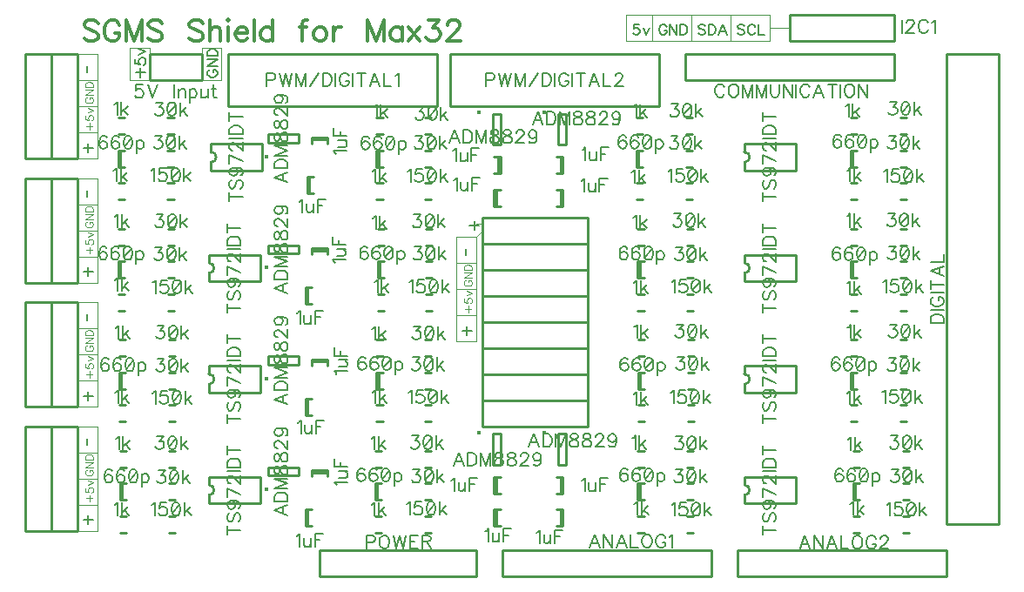
<source format=gbr>
G04 DipTrace 3.3.1.3*
G04 TopSilk.gbr*
%MOMM*%
G04 #@! TF.FileFunction,Legend,Top*
G04 #@! TF.Part,Single*
%ADD10C,0.25*%
%ADD16C,0.03333*%
%ADD17O,0.39118X0.39103*%
%ADD19O,0.39103X0.39118*%
%ADD46C,0.19608*%
%ADD47C,0.31373*%
%ADD49C,0.15686*%
%ADD50C,0.11765*%
%FSLAX35Y35*%
G04*
G71*
G90*
G75*
G01*
G04 TopSilk*
%LPD*%
D17*
X3535139Y5212272D3*
X3548506Y5349598D2*
D10*
X3848500D1*
X3548506Y5429584D2*
X3848500D1*
Y5349598D2*
Y5429584D1*
X3548506Y5349598D2*
Y5429584D1*
D17*
X3535139Y4132772D3*
X3548506Y4270098D2*
D10*
X3848500D1*
X3548506Y4350084D2*
X3848500D1*
Y4270098D2*
Y4350084D1*
X3548506Y4270098D2*
Y4350084D1*
D17*
X3535139Y3053272D3*
X3548506Y3190598D2*
D10*
X3848500D1*
X3548506Y3270584D2*
X3848500D1*
Y3190598D2*
Y3270584D1*
X3548506Y3190598D2*
Y3270584D1*
D17*
X3535139Y1973772D3*
X3548506Y2111098D2*
D10*
X3848500D1*
X3548506Y2191084D2*
X3848500D1*
Y2111098D2*
Y2191084D1*
X3548506Y2111098D2*
Y2191084D1*
D19*
X5593272Y5640361D3*
X5730598Y5626994D2*
D10*
Y5327000D1*
X5810584Y5626994D2*
Y5327000D1*
X5730598D2*
X5810584D1*
X5730598Y5626994D2*
X5810584D1*
D19*
X6228272Y5640361D3*
X6365598Y5626994D2*
D10*
Y5327000D1*
X6445584Y5626994D2*
Y5327000D1*
X6365598D2*
X6445584D1*
X6365598Y5626994D2*
X6445584D1*
D19*
X5593272Y2528861D3*
X5730598Y2515494D2*
D10*
Y2215500D1*
X5810584Y2515494D2*
Y2215500D1*
X5730598D2*
X5810584D1*
X5730598Y2515494D2*
X5810584D1*
D19*
X6228272Y2528861D3*
X6365598Y2515494D2*
D10*
Y2215500D1*
X6445584Y2515494D2*
Y2215500D1*
X6365598D2*
X6445584D1*
X6365598Y2515494D2*
X6445584D1*
X5826093Y1381004D2*
X7857907D1*
Y1127000D1*
X5826093D1*
Y1381004D1*
X8112093D2*
X10143907D1*
Y1127000D1*
X8112093D1*
Y1381004D1*
X3949000Y4857080D2*
Y5016920D1*
X3930080Y4857080D2*
Y5016920D1*
Y4857080D2*
X3989920D1*
X3930080Y5016920D2*
X3989920D1*
X3968080Y5379500D2*
X4127920D1*
X3968080Y5398420D2*
X4127920D1*
X3968080D2*
Y5338580D1*
X4127920Y5398420D2*
Y5338580D1*
X4621500Y5111080D2*
Y5270920D1*
X4602580Y5111080D2*
Y5270920D1*
Y5111080D2*
X4662420D1*
X4602580Y5270920D2*
X4662420D1*
X3928750Y3777580D2*
Y3937420D1*
X3909830Y3777580D2*
Y3937420D1*
Y3777580D2*
X3969670D1*
X3909830Y3937420D2*
X3969670D1*
X3968080Y4300000D2*
X4127920D1*
X3968080Y4318920D2*
X4127920D1*
X3968080D2*
Y4259080D1*
X4127920Y4318920D2*
Y4259080D1*
X2113250Y4031580D2*
Y4191420D1*
X2094330Y4031580D2*
Y4191420D1*
Y4031580D2*
X2154170D1*
X2094330Y4191420D2*
X2154170D1*
X4633000Y4031580D2*
Y4191420D1*
X4614080Y4031580D2*
Y4191420D1*
Y4031580D2*
X4673920D1*
X4614080Y4191420D2*
X4673920D1*
X3928750Y2698080D2*
Y2857920D1*
X3909830Y2698080D2*
Y2857920D1*
Y2698080D2*
X3969670D1*
X3909830Y2857920D2*
X3969670D1*
X3968080Y3220500D2*
X4127920D1*
X3968080Y3239420D2*
X4127920D1*
X3968080D2*
Y3179580D1*
X4127920Y3239420D2*
Y3179580D1*
X2119000Y2952080D2*
Y3111920D1*
X2100080Y2952080D2*
Y3111920D1*
Y2952080D2*
X2159920D1*
X2100080Y3111920D2*
X2159920D1*
X4621500Y2952080D2*
Y3111920D1*
X4602580Y2952080D2*
Y3111920D1*
Y2952080D2*
X4662420D1*
X4602580Y3111920D2*
X4662420D1*
X3928750Y1618580D2*
Y1778420D1*
X3909830Y1618580D2*
Y1778420D1*
Y1618580D2*
X3969670D1*
X3909830Y1778420D2*
X3969670D1*
X3968080Y2141000D2*
X4127920D1*
X3968080Y2159920D2*
X4127920D1*
X3968080D2*
Y2100080D1*
X4127920Y2159920D2*
Y2100080D1*
X2129123Y1872580D2*
Y2032420D1*
X2110203Y1872580D2*
Y2032420D1*
Y1872580D2*
X2170043D1*
X2110203Y2032420D2*
X2170043D1*
X4605623Y1872580D2*
Y2032420D1*
X4586703Y1872580D2*
Y2032420D1*
Y1872580D2*
X4646543D1*
X4586703Y2032420D2*
X4646543D1*
X5764500Y4730080D2*
Y4889920D1*
X5745580Y4730080D2*
Y4889920D1*
Y4730080D2*
X5805420D1*
X5745580Y4889920D2*
X5805420D1*
X2107500Y5111080D2*
Y5270920D1*
X2088580Y5111080D2*
Y5270920D1*
Y5111080D2*
X2148420D1*
X2088580Y5270920D2*
X2148420D1*
X5786500Y5207420D2*
Y5047580D1*
X5805420Y5207420D2*
Y5047580D1*
Y5207420D2*
X5745580D1*
X5805420Y5047580D2*
X5745580D1*
X7150000Y5111080D2*
Y5270920D1*
X7131080Y5111080D2*
Y5270920D1*
Y5111080D2*
X7190920D1*
X7131080Y5270920D2*
X7190920D1*
X9231000Y5111080D2*
Y5270920D1*
X9212080Y5111080D2*
Y5270920D1*
Y5111080D2*
X9271920D1*
X9212080Y5270920D2*
X9271920D1*
X6395500Y4889920D2*
Y4730080D1*
X6414420Y4889920D2*
Y4730080D1*
Y4889920D2*
X6354580D1*
X6414420Y4730080D2*
X6354580D1*
X6395500Y5207420D2*
Y5047580D1*
X6414420Y5207420D2*
Y5047580D1*
Y5207420D2*
X6354580D1*
X6414420Y5047580D2*
X6354580D1*
X7161500Y4031580D2*
Y4191420D1*
X7142580Y4031580D2*
Y4191420D1*
Y4031580D2*
X7202420D1*
X7142580Y4191420D2*
X7202420D1*
X9231000Y4031580D2*
Y4191420D1*
X9212080Y4031580D2*
Y4191420D1*
Y4031580D2*
X9271920D1*
X9212080Y4191420D2*
X9271920D1*
X5764500Y1618580D2*
Y1778420D1*
X5745580Y1618580D2*
Y1778420D1*
Y1618580D2*
X5805420D1*
X5745580Y1778420D2*
X5805420D1*
X5764500Y1936080D2*
Y2095920D1*
X5745580Y1936080D2*
Y2095920D1*
Y1936080D2*
X5805420D1*
X5745580Y2095920D2*
X5805420D1*
X7167250Y2952080D2*
Y3111920D1*
X7148330Y2952080D2*
Y3111920D1*
Y2952080D2*
X7208170D1*
X7148330Y3111920D2*
X7208170D1*
X9231000Y2952080D2*
Y3111920D1*
X9212080Y2952080D2*
Y3111920D1*
Y2952080D2*
X9271920D1*
X9212080Y3111920D2*
X9271920D1*
X6395500Y1778420D2*
Y1618580D1*
X6414420Y1778420D2*
Y1618580D1*
Y1778420D2*
X6354580D1*
X6414420Y1618580D2*
X6354580D1*
X6395500Y2095920D2*
Y1936080D1*
X6414420Y2095920D2*
Y1936080D1*
Y2095920D2*
X6354580D1*
X6414420Y1936080D2*
X6354580D1*
X7161500Y1872580D2*
Y2032420D1*
X7142580Y1872580D2*
Y2032420D1*
Y1872580D2*
X7202420D1*
X7142580Y2032420D2*
X7202420D1*
X9257000Y1872580D2*
Y2032420D1*
X9238080Y1872580D2*
Y2032420D1*
Y1872580D2*
X9297920D1*
X9238080Y2032420D2*
X9297920D1*
X7604093Y6207004D2*
X9635907D1*
Y5953000D1*
X7604093D1*
Y6207004D1*
X10144000Y1635000D2*
X10652000D1*
Y6207000D1*
X10144000D1*
Y1635000D1*
X9636045Y6333987D2*
X8619955D1*
Y6588000D1*
X9636045D1*
Y6333987D1*
X2396970Y6207013D2*
X2905030D1*
Y5953000D1*
X2396970D1*
Y6207013D1*
X2992745Y5076982D2*
X3492755D1*
X2992745Y5337018D2*
X3492755D1*
Y5076982D2*
Y5337018D1*
X2992745Y5156976D2*
Y5076982D1*
Y5257024D2*
Y5337018D1*
Y5156976D2*
G03X2992745Y5257024I-23J50024D01*
G01*
X2972495Y3997482D2*
X3472505D1*
X2972495Y4257518D2*
X3472505D1*
Y3997482D2*
Y4257518D1*
X2972495Y4077476D2*
Y3997482D1*
Y4177524D2*
Y4257518D1*
Y4077476D2*
G03X2972495Y4177524I-23J50024D01*
G01*
Y2917982D2*
X3472505D1*
X2972495Y3178018D2*
X3472505D1*
Y2917982D2*
Y3178018D1*
X2972495Y2997976D2*
Y2917982D1*
Y3098024D2*
Y3178018D1*
Y2997976D2*
G03X2972495Y3098024I-23J50024D01*
G01*
Y1838482D2*
X3472505D1*
X2972495Y2098518D2*
X3472505D1*
Y1838482D2*
Y2098518D1*
X2972495Y1918476D2*
Y1838482D1*
Y2018524D2*
Y2098518D1*
Y1918476D2*
G03X2972495Y2018524I-23J50024D01*
G01*
X8179495Y5076982D2*
X8679505D1*
X8179495Y5337018D2*
X8679505D1*
Y5076982D2*
Y5337018D1*
X8179495Y5156976D2*
Y5076982D1*
Y5257024D2*
Y5337018D1*
Y5156976D2*
G03X8179495Y5257024I-23J50024D01*
G01*
Y3997482D2*
X8679505D1*
X8179495Y4257518D2*
X8679505D1*
Y3997482D2*
Y4257518D1*
X8179495Y4077476D2*
Y3997482D1*
Y4177524D2*
Y4257518D1*
Y4077476D2*
G03X8179495Y4177524I-23J50024D01*
G01*
Y2917982D2*
X8679505D1*
X8179495Y3178018D2*
X8679505D1*
Y2917982D2*
Y3178018D1*
X8179495Y2997976D2*
Y2917982D1*
Y3098024D2*
Y3178018D1*
Y2997976D2*
G03X8179495Y3098024I-23J50024D01*
G01*
Y1838482D2*
X8679505D1*
X8179495Y2098518D2*
X8679505D1*
Y1838482D2*
Y2098518D1*
X8179495Y1918476D2*
Y1838482D1*
Y2018524D2*
Y2098518D1*
Y1918476D2*
G03X8179495Y2018524I-23J50024D01*
G01*
X4048070Y1381004D2*
X5571930D1*
Y1127000D1*
X4048070D1*
Y1381004D1*
X3159000Y6207000D2*
X5191000D1*
Y5699000D1*
X3159000D1*
Y6207000D1*
X5318000D2*
X7350000D1*
Y5699000D1*
X5318000D1*
Y6207000D1*
X2148420Y4953420D2*
X2088580D1*
X2148420Y4793580D2*
X2088580D1*
X2570580D2*
X2630420D1*
X2570580Y4953420D2*
X2630420D1*
X2148420Y5588420D2*
X2088580D1*
X2148420Y5428580D2*
X2088580D1*
X2570580D2*
X2630420D1*
X2570580Y5588420D2*
X2630420D1*
Y5270920D2*
X2570580D1*
X2630420Y5111080D2*
X2570580D1*
X4662420Y4953420D2*
X4602580D1*
X4662420Y4793580D2*
X4602580D1*
X5073080D2*
X5132920D1*
X5073080Y4953420D2*
X5132920D1*
X4602580Y5428580D2*
X4662420D1*
X4602580Y5588420D2*
X4662420D1*
X5073080Y5428580D2*
X5132920D1*
X5073080Y5588420D2*
X5132920D1*
Y5270920D2*
X5073080D1*
X5132920Y5111080D2*
X5073080D1*
X2154170Y3873920D2*
X2094330D1*
X2154170Y3714080D2*
X2094330D1*
X2576330D2*
X2636170D1*
X2576330Y3873920D2*
X2636170D1*
X2094330Y4349080D2*
X2154170D1*
X2094330Y4508920D2*
X2154170D1*
X2576330Y4349080D2*
X2636170D1*
X2576330Y4508920D2*
X2636170D1*
Y4191420D2*
X2576330D1*
X2636170Y4031580D2*
X2576330D1*
X4673920Y3873920D2*
X4614080D1*
X4673920Y3714080D2*
X4614080D1*
X5084580D2*
X5144420D1*
X5084580Y3873920D2*
X5144420D1*
X4614080Y4349080D2*
X4673920D1*
X4614080Y4508920D2*
X4673920D1*
X5084580Y4349080D2*
X5144420D1*
X5084580Y4508920D2*
X5144420D1*
Y4191420D2*
X5084580D1*
X5144420Y4031580D2*
X5084580D1*
X2159920Y2794420D2*
X2100080D1*
X2159920Y2634580D2*
X2100080D1*
X2582080D2*
X2641920D1*
X2582080Y2794420D2*
X2641920D1*
X2100080Y3269580D2*
X2159920D1*
X2100080Y3429420D2*
X2159920D1*
X2582080Y3269580D2*
X2641920D1*
X2582080Y3429420D2*
X2641920D1*
Y3111920D2*
X2582080D1*
X2641920Y2952080D2*
X2582080D1*
X4662420Y2794420D2*
X4602580D1*
X4662420Y2634580D2*
X4602580D1*
X5073080D2*
X5132920D1*
X5073080Y2794420D2*
X5132920D1*
X4602580Y3269580D2*
X4662420D1*
X4602580Y3429420D2*
X4662420D1*
X5073080Y3269580D2*
X5132920D1*
X5073080Y3429420D2*
X5132920D1*
Y3111920D2*
X5073080D1*
X5132920Y2952080D2*
X5073080D1*
X2170043Y1714920D2*
X2110203D1*
X2170043Y1555080D2*
X2110203D1*
X2580707D2*
X2640547D1*
X2580707Y1714920D2*
X2640547D1*
X2110203Y2190080D2*
X2170043D1*
X2110203Y2349920D2*
X2170043D1*
X2580707Y2190080D2*
X2640547D1*
X2580707Y2349920D2*
X2640547D1*
Y2032420D2*
X2580707D1*
X2640547Y1872580D2*
X2580707D1*
X4646543Y1714920D2*
X4586703D1*
X4646543Y1555080D2*
X4586703D1*
X5068707D2*
X5128547D1*
X5068707Y1714920D2*
X5128547D1*
X4586703Y2190080D2*
X4646543D1*
X4586703Y2349920D2*
X4646543D1*
X5068707Y2190080D2*
X5128547D1*
X5068707Y2349920D2*
X5128547D1*
Y2032420D2*
X5068707D1*
X5128547Y1872580D2*
X5068707D1*
X7190920Y4953420D2*
X7131080D1*
X7190920Y4793580D2*
X7131080D1*
X7613080D2*
X7672920D1*
X7613080Y4953420D2*
X7672920D1*
X7131080Y5428580D2*
X7190920D1*
X7131080Y5588420D2*
X7190920D1*
X7613080Y5428580D2*
X7672920D1*
X7613080Y5588420D2*
X7672920D1*
Y5270920D2*
X7613080D1*
X7672920Y5111080D2*
X7613080D1*
X9271920Y4953420D2*
X9212080D1*
X9271920Y4793580D2*
X9212080D1*
X9694080D2*
X9753920D1*
X9694080Y4953420D2*
X9753920D1*
X9212080Y5428580D2*
X9271920D1*
X9212080Y5588420D2*
X9271920D1*
X9694080Y5428580D2*
X9753920D1*
X9694080Y5588420D2*
X9753920D1*
Y5270920D2*
X9694080D1*
X9753920Y5111080D2*
X9694080D1*
X7202420Y3873920D2*
X7142580D1*
X7202420Y3714080D2*
X7142580D1*
X7624580D2*
X7684420D1*
X7624580Y3873920D2*
X7684420D1*
X7142580Y4349080D2*
X7202420D1*
X7142580Y4508920D2*
X7202420D1*
X7624580Y4349080D2*
X7684420D1*
X7624580Y4508920D2*
X7684420D1*
Y4191420D2*
X7624580D1*
X7684420Y4031580D2*
X7624580D1*
X9271920Y3873920D2*
X9212080D1*
X9271920Y3714080D2*
X9212080D1*
X9694080D2*
X9753920D1*
X9694080Y3873920D2*
X9753920D1*
X9212080Y4349080D2*
X9271920D1*
X9212080Y4508920D2*
X9271920D1*
X9694080Y4349080D2*
X9753920D1*
X9694080Y4508920D2*
X9753920D1*
Y4191420D2*
X9694080D1*
X9753920Y4031580D2*
X9694080D1*
X7208170Y2794420D2*
X7148330D1*
X7208170Y2634580D2*
X7148330D1*
X7630330D2*
X7690170D1*
X7630330Y2794420D2*
X7690170D1*
X7148330Y3269580D2*
X7208170D1*
X7148330Y3429420D2*
X7208170D1*
X7630330Y3269580D2*
X7690170D1*
X7630330Y3429420D2*
X7690170D1*
Y3111920D2*
X7630330D1*
X7690170Y2952080D2*
X7630330D1*
X9271920Y2794420D2*
X9212080D1*
X9271920Y2634580D2*
X9212080D1*
X9694080D2*
X9753920D1*
X9694080Y2794420D2*
X9753920D1*
X9212080Y3269580D2*
X9271920D1*
X9212080Y3429420D2*
X9271920D1*
X9694080Y3269580D2*
X9753920D1*
X9694080Y3429420D2*
X9753920D1*
Y3111920D2*
X9694080D1*
X9753920Y2952080D2*
X9694080D1*
X7202420Y1714920D2*
X7142580D1*
X7202420Y1555080D2*
X7142580D1*
X7624580D2*
X7684420D1*
X7624580Y1714920D2*
X7684420D1*
X7142580Y2190080D2*
X7202420D1*
X7142580Y2349920D2*
X7202420D1*
X7624580Y2190080D2*
X7684420D1*
X7624580Y2349920D2*
X7684420D1*
Y2032420D2*
X7624580D1*
X7684420Y1872580D2*
X7624580D1*
X9297920Y1714920D2*
X9238080D1*
X9297920Y1555080D2*
X9238080D1*
X9720080D2*
X9779920D1*
X9720080Y1714920D2*
X9779920D1*
X9238080Y2190080D2*
X9297920D1*
X9238080Y2349920D2*
X9297920D1*
X9720080Y2190080D2*
X9779920D1*
X9720080Y2349920D2*
X9779920D1*
Y2032420D2*
X9720080D1*
X9779920Y1872580D2*
X9720080D1*
X1190487Y5190955D2*
X1444500D1*
Y6207045D1*
X1190487D1*
Y5190955D1*
X1444487D2*
X1698500D1*
Y6207045D1*
X1444487D1*
Y5190955D1*
X1190487Y3984455D2*
X1444500D1*
Y5000545D1*
X1190487D1*
Y3984455D1*
X1444487D2*
X1698500D1*
Y5000545D1*
X1444487D1*
Y3984455D1*
X1190487Y2777955D2*
X1444500D1*
Y3794045D1*
X1190487D1*
Y2777955D1*
X1444487D2*
X1698500D1*
Y3794045D1*
X1444487D1*
Y2777955D1*
X1190487Y1571455D2*
X1444500D1*
Y2587545D1*
X1190487D1*
Y1571455D1*
X1444487D2*
X1698500D1*
Y2587545D1*
X1444487D1*
Y1571455D1*
X5635455Y4619513D2*
X6651545D1*
Y4365500D1*
X5635455D1*
Y4619513D1*
Y4365513D2*
X6651545D1*
Y4111500D1*
X5635455D1*
Y4365513D1*
Y4111513D2*
X6651545D1*
Y3857500D1*
X5635455D1*
Y4111513D1*
Y3857513D2*
X6651545D1*
Y3603500D1*
X5635455D1*
Y3857513D1*
Y3603513D2*
X6651545D1*
Y3349500D1*
X5635455D1*
Y3603513D1*
Y3349513D2*
X6651545D1*
Y3095500D1*
X5635455D1*
Y3349513D1*
Y3095513D2*
X6651545D1*
Y2841500D1*
X5635455D1*
Y3095513D1*
Y2841513D2*
X6651545D1*
Y2587500D1*
X5635455D1*
Y2841513D1*
X1698500Y6207000D2*
D16*
X1889000D1*
Y5191000D1*
X1698500D1*
Y6207000D1*
Y5445000D2*
X1889000D1*
X1698500Y5699000D2*
X1889000D1*
X1698500Y5953000D2*
X1889000D1*
X1698500Y5000500D2*
X1889000D1*
Y3984500D1*
X1698500D1*
Y5000500D1*
Y4238500D2*
X1889000D1*
X1698500Y4492500D2*
X1889000D1*
X1698500Y4746500D2*
X1889000D1*
X1698500Y3794000D2*
X1889000D1*
Y2778000D1*
X1698500D1*
Y3794000D1*
Y3032000D2*
X1889000D1*
X1698500Y3286000D2*
X1889000D1*
X1698500Y3540000D2*
X1889000D1*
X1698500Y2587500D2*
X1889000D1*
Y1571500D1*
X1698500D1*
Y2587500D1*
Y1825500D2*
X1889000D1*
X1698500Y2079500D2*
X1889000D1*
X1698500Y2333500D2*
X1889000D1*
X5381500Y4429000D2*
X5572000D1*
Y3413000D1*
X5381500D1*
Y4429000D1*
Y3667000D2*
X5572000D1*
X5381500Y3921000D2*
X5572000D1*
X5381500Y4175000D2*
X5572000D1*
Y4429000D2*
X5635500Y4492500D1*
X5572000Y4556000D2*
X5635500D1*
X7032500Y6588000D2*
X8429500D1*
Y6334000D1*
X7032500D1*
Y6588000D1*
X7667500D2*
Y6334000D1*
X8048500Y6588000D2*
Y6334000D1*
X7286500Y6588000D2*
Y6334000D1*
X8429500Y6461000D2*
X8620000D1*
X2206500Y6270500D2*
X2397000D1*
Y5953000D1*
X2206500D1*
Y6270500D1*
X2905000D2*
X3095500D1*
Y5953000D1*
X2905000D1*
Y6270500D1*
X3738194Y5059009D2*
D46*
X3610584Y5010296D1*
X3738194Y4961723D1*
X3695657Y4979973D2*
Y5040759D1*
X3610584Y5098225D2*
X3738194D1*
Y5140761D1*
X3732017Y5159011D1*
X3719944Y5171225D1*
X3707730Y5177261D1*
X3689621Y5183298D1*
X3659157D1*
X3640907Y5177261D1*
X3628834Y5171225D1*
X3616621Y5159011D1*
X3610584Y5140761D1*
Y5098225D1*
X3738194Y5319660D2*
X3610584D1*
X3738194Y5271087D1*
X3610584Y5222514D1*
X3738194D1*
X3610725Y5389199D2*
X3616761Y5371089D1*
X3628834Y5364912D1*
X3641048D1*
X3653121Y5371089D1*
X3659298Y5383162D1*
X3665334Y5407448D1*
X3671371Y5425698D1*
X3683584Y5437772D1*
X3695657Y5443808D1*
X3713907D1*
X3725980Y5437772D1*
X3732157Y5431735D1*
X3738194Y5413485D1*
Y5389198D1*
X3732157Y5371089D1*
X3725980Y5364912D1*
X3713907Y5358875D1*
X3695657D1*
X3683584Y5364912D1*
X3671371Y5377125D1*
X3665334Y5395235D1*
X3659298Y5419522D1*
X3653121Y5431735D1*
X3641048Y5437772D1*
X3628834D1*
X3616761Y5431735D1*
X3610725Y5413485D1*
Y5389199D1*
Y5513347D2*
X3616761Y5495237D1*
X3628834Y5489060D1*
X3641048D1*
X3653121Y5495237D1*
X3659298Y5507310D1*
X3665334Y5531597D1*
X3671371Y5549847D1*
X3683584Y5561920D1*
X3695657Y5567956D1*
X3713907D1*
X3725980Y5561920D1*
X3732157Y5555883D1*
X3738194Y5537633D1*
Y5513347D1*
X3732157Y5495237D1*
X3725980Y5489060D1*
X3713907Y5483024D1*
X3695657D1*
X3683584Y5489060D1*
X3671371Y5501274D1*
X3665334Y5519383D1*
X3659298Y5543670D1*
X3653121Y5555883D1*
X3641048Y5561920D1*
X3628834D1*
X3616761Y5555883D1*
X3610725Y5537633D1*
Y5513347D1*
X3641048Y5613349D2*
X3635011D1*
X3622798Y5619386D1*
X3616761Y5625422D1*
X3610725Y5637636D1*
Y5661922D1*
X3616761Y5673995D1*
X3622798Y5680032D1*
X3635011Y5686209D1*
X3647084D1*
X3659298Y5680032D1*
X3677407Y5667959D1*
X3738194Y5607172D1*
Y5692245D1*
X3653121Y5810497D2*
X3671371Y5804321D1*
X3683584Y5792247D1*
X3689621Y5773997D1*
Y5767961D1*
X3683584Y5749711D1*
X3671371Y5737638D1*
X3653121Y5731461D1*
X3647084D1*
X3628834Y5737638D1*
X3616761Y5749711D1*
X3610725Y5767961D1*
Y5773997D1*
X3616761Y5792247D1*
X3628834Y5804321D1*
X3653121Y5810497D1*
X3683584D1*
X3713907Y5804321D1*
X3732157Y5792247D1*
X3738194Y5773997D1*
Y5761924D1*
X3732157Y5743674D1*
X3719944Y5737638D1*
X3738194Y3979509D2*
X3610584Y3930796D1*
X3738194Y3882223D1*
X3695657Y3900473D2*
Y3961259D1*
X3610584Y4018725D2*
X3738194D1*
Y4061261D1*
X3732017Y4079511D1*
X3719944Y4091725D1*
X3707730Y4097761D1*
X3689621Y4103798D1*
X3659157D1*
X3640907Y4097761D1*
X3628834Y4091725D1*
X3616621Y4079511D1*
X3610584Y4061261D1*
Y4018725D1*
X3738194Y4240160D2*
X3610584D1*
X3738194Y4191587D1*
X3610584Y4143014D1*
X3738194D1*
X3610725Y4309699D2*
X3616761Y4291589D1*
X3628834Y4285412D1*
X3641048D1*
X3653121Y4291589D1*
X3659298Y4303662D1*
X3665334Y4327948D1*
X3671371Y4346198D1*
X3683584Y4358272D1*
X3695657Y4364308D1*
X3713907D1*
X3725980Y4358272D1*
X3732157Y4352235D1*
X3738194Y4333985D1*
Y4309698D1*
X3732157Y4291589D1*
X3725980Y4285412D1*
X3713907Y4279375D1*
X3695657D1*
X3683584Y4285412D1*
X3671371Y4297625D1*
X3665334Y4315735D1*
X3659298Y4340022D1*
X3653121Y4352235D1*
X3641048Y4358272D1*
X3628834D1*
X3616761Y4352235D1*
X3610725Y4333985D1*
Y4309699D1*
Y4433847D2*
X3616761Y4415737D1*
X3628834Y4409560D1*
X3641048D1*
X3653121Y4415737D1*
X3659298Y4427810D1*
X3665334Y4452097D1*
X3671371Y4470347D1*
X3683584Y4482420D1*
X3695657Y4488456D1*
X3713907D1*
X3725980Y4482420D1*
X3732157Y4476383D1*
X3738194Y4458133D1*
Y4433847D1*
X3732157Y4415737D1*
X3725980Y4409560D1*
X3713907Y4403524D1*
X3695657D1*
X3683584Y4409560D1*
X3671371Y4421774D1*
X3665334Y4439883D1*
X3659298Y4464170D1*
X3653121Y4476383D1*
X3641048Y4482420D1*
X3628834D1*
X3616761Y4476383D1*
X3610725Y4458133D1*
Y4433847D1*
X3641048Y4533849D2*
X3635011D1*
X3622798Y4539886D1*
X3616761Y4545922D1*
X3610725Y4558136D1*
Y4582422D1*
X3616761Y4594495D1*
X3622798Y4600532D1*
X3635011Y4606709D1*
X3647084D1*
X3659298Y4600532D1*
X3677407Y4588459D1*
X3738194Y4527672D1*
Y4612745D1*
X3653121Y4730997D2*
X3671371Y4724821D1*
X3683584Y4712747D1*
X3689621Y4694497D1*
Y4688461D1*
X3683584Y4670211D1*
X3671371Y4658138D1*
X3653121Y4651961D1*
X3647084D1*
X3628834Y4658138D1*
X3616761Y4670211D1*
X3610725Y4688461D1*
Y4694497D1*
X3616761Y4712747D1*
X3628834Y4724821D1*
X3653121Y4730997D1*
X3683584D1*
X3713907Y4724821D1*
X3732157Y4712747D1*
X3738194Y4694497D1*
Y4682424D1*
X3732157Y4664174D1*
X3719944Y4658138D1*
X3738194Y2900009D2*
X3610584Y2851296D1*
X3738194Y2802723D1*
X3695657Y2820973D2*
Y2881759D1*
X3610584Y2939225D2*
X3738194D1*
Y2981761D1*
X3732017Y3000011D1*
X3719944Y3012225D1*
X3707730Y3018261D1*
X3689621Y3024298D1*
X3659157D1*
X3640907Y3018261D1*
X3628834Y3012225D1*
X3616621Y3000011D1*
X3610584Y2981761D1*
Y2939225D1*
X3738194Y3160660D2*
X3610584D1*
X3738194Y3112087D1*
X3610584Y3063514D1*
X3738194D1*
X3610725Y3230199D2*
X3616761Y3212089D1*
X3628834Y3205912D1*
X3641048D1*
X3653121Y3212089D1*
X3659298Y3224162D1*
X3665334Y3248448D1*
X3671371Y3266698D1*
X3683584Y3278772D1*
X3695657Y3284808D1*
X3713907D1*
X3725980Y3278772D1*
X3732157Y3272735D1*
X3738194Y3254485D1*
Y3230198D1*
X3732157Y3212089D1*
X3725980Y3205912D1*
X3713907Y3199875D1*
X3695657D1*
X3683584Y3205912D1*
X3671371Y3218125D1*
X3665334Y3236235D1*
X3659298Y3260522D1*
X3653121Y3272735D1*
X3641048Y3278772D1*
X3628834D1*
X3616761Y3272735D1*
X3610725Y3254485D1*
Y3230199D1*
Y3354347D2*
X3616761Y3336237D1*
X3628834Y3330060D1*
X3641048D1*
X3653121Y3336237D1*
X3659298Y3348310D1*
X3665334Y3372597D1*
X3671371Y3390847D1*
X3683584Y3402920D1*
X3695657Y3408956D1*
X3713907D1*
X3725980Y3402920D1*
X3732157Y3396883D1*
X3738194Y3378633D1*
Y3354347D1*
X3732157Y3336237D1*
X3725980Y3330060D1*
X3713907Y3324024D1*
X3695657D1*
X3683584Y3330060D1*
X3671371Y3342274D1*
X3665334Y3360383D1*
X3659298Y3384670D1*
X3653121Y3396883D1*
X3641048Y3402920D1*
X3628834D1*
X3616761Y3396883D1*
X3610725Y3378633D1*
Y3354347D1*
X3641048Y3454349D2*
X3635011D1*
X3622798Y3460386D1*
X3616761Y3466422D1*
X3610725Y3478636D1*
Y3502922D1*
X3616761Y3514995D1*
X3622798Y3521032D1*
X3635011Y3527209D1*
X3647084D1*
X3659298Y3521032D1*
X3677407Y3508959D1*
X3738194Y3448172D1*
Y3533245D1*
X3653121Y3651497D2*
X3671371Y3645321D1*
X3683584Y3633247D1*
X3689621Y3614997D1*
Y3608961D1*
X3683584Y3590711D1*
X3671371Y3578638D1*
X3653121Y3572461D1*
X3647084D1*
X3628834Y3578638D1*
X3616761Y3590711D1*
X3610725Y3608961D1*
Y3614997D1*
X3616761Y3633247D1*
X3628834Y3645321D1*
X3653121Y3651497D1*
X3683584D1*
X3713907Y3645321D1*
X3732157Y3633247D1*
X3738194Y3614997D1*
Y3602924D1*
X3732157Y3584674D1*
X3719944Y3578638D1*
X3738194Y1820509D2*
X3610584Y1771796D1*
X3738194Y1723223D1*
X3695657Y1741473D2*
Y1802259D1*
X3610584Y1859725D2*
X3738194D1*
Y1902261D1*
X3732017Y1920511D1*
X3719944Y1932725D1*
X3707730Y1938761D1*
X3689621Y1944798D1*
X3659157D1*
X3640907Y1938761D1*
X3628834Y1932725D1*
X3616621Y1920511D1*
X3610584Y1902261D1*
Y1859725D1*
X3738194Y2081160D2*
X3610584D1*
X3738194Y2032587D1*
X3610584Y1984014D1*
X3738194D1*
X3610725Y2150699D2*
X3616761Y2132589D1*
X3628834Y2126412D1*
X3641048D1*
X3653121Y2132589D1*
X3659298Y2144662D1*
X3665334Y2168948D1*
X3671371Y2187198D1*
X3683584Y2199272D1*
X3695657Y2205308D1*
X3713907D1*
X3725980Y2199272D1*
X3732157Y2193235D1*
X3738194Y2174985D1*
Y2150698D1*
X3732157Y2132589D1*
X3725980Y2126412D1*
X3713907Y2120375D1*
X3695657D1*
X3683584Y2126412D1*
X3671371Y2138625D1*
X3665334Y2156735D1*
X3659298Y2181022D1*
X3653121Y2193235D1*
X3641048Y2199272D1*
X3628834D1*
X3616761Y2193235D1*
X3610725Y2174985D1*
Y2150699D1*
Y2274847D2*
X3616761Y2256737D1*
X3628834Y2250560D1*
X3641048D1*
X3653121Y2256737D1*
X3659298Y2268810D1*
X3665334Y2293097D1*
X3671371Y2311347D1*
X3683584Y2323420D1*
X3695657Y2329456D1*
X3713907D1*
X3725980Y2323420D1*
X3732157Y2317383D1*
X3738194Y2299133D1*
Y2274847D1*
X3732157Y2256737D1*
X3725980Y2250560D1*
X3713907Y2244524D1*
X3695657D1*
X3683584Y2250560D1*
X3671371Y2262774D1*
X3665334Y2280883D1*
X3659298Y2305170D1*
X3653121Y2317383D1*
X3641048Y2323420D1*
X3628834D1*
X3616761Y2317383D1*
X3610725Y2299133D1*
Y2274847D1*
X3641048Y2374849D2*
X3635011D1*
X3622798Y2380886D1*
X3616761Y2386922D1*
X3610725Y2399136D1*
Y2423422D1*
X3616761Y2435495D1*
X3622798Y2441532D1*
X3635011Y2447709D1*
X3647084D1*
X3659298Y2441532D1*
X3677407Y2429459D1*
X3738194Y2368672D1*
Y2453745D1*
X3653121Y2571997D2*
X3671371Y2565821D1*
X3683584Y2553747D1*
X3689621Y2535497D1*
Y2529461D1*
X3683584Y2511211D1*
X3671371Y2499138D1*
X3653121Y2492961D1*
X3647084D1*
X3628834Y2499138D1*
X3616761Y2511211D1*
X3610725Y2529461D1*
Y2535497D1*
X3616761Y2553747D1*
X3628834Y2565821D1*
X3653121Y2571997D1*
X3683584D1*
X3713907Y2565821D1*
X3732157Y2553747D1*
X3738194Y2535497D1*
Y2523424D1*
X3732157Y2505174D1*
X3719944Y2499138D1*
X5407432Y5342470D2*
X5358719Y5470080D1*
X5310146Y5342470D1*
X5328396Y5385007D2*
X5389182D1*
X5446648Y5470080D2*
Y5342470D1*
X5489185D1*
X5507435Y5348647D1*
X5519648Y5360720D1*
X5525685Y5372934D1*
X5531721Y5391043D1*
Y5421507D1*
X5525685Y5439757D1*
X5519648Y5451830D1*
X5507435Y5464043D1*
X5489185Y5470080D1*
X5446648D1*
X5668083Y5342470D2*
Y5470080D1*
X5619510Y5342470D1*
X5570937Y5470080D1*
Y5342470D1*
X5737622Y5469940D2*
X5719512Y5463903D1*
X5713335Y5451830D1*
Y5439616D1*
X5719512Y5427543D1*
X5731585Y5421366D1*
X5755872Y5415330D1*
X5774122Y5409293D1*
X5786195Y5397080D1*
X5792231Y5385007D1*
Y5366757D1*
X5786195Y5354684D1*
X5780158Y5348507D1*
X5761908Y5342470D1*
X5737622D1*
X5719512Y5348507D1*
X5713335Y5354684D1*
X5707299Y5366757D1*
Y5385007D1*
X5713335Y5397080D1*
X5725549Y5409293D1*
X5743658Y5415330D1*
X5767945Y5421366D1*
X5780158Y5427543D1*
X5786195Y5439616D1*
Y5451830D1*
X5780158Y5463903D1*
X5761908Y5469940D1*
X5737622D1*
X5861770D2*
X5843661Y5463903D1*
X5837484Y5451830D1*
Y5439616D1*
X5843661Y5427543D1*
X5855734Y5421366D1*
X5880020Y5415330D1*
X5898270Y5409293D1*
X5910343Y5397080D1*
X5916380Y5385007D1*
Y5366757D1*
X5910343Y5354684D1*
X5904307Y5348507D1*
X5886057Y5342470D1*
X5861770D1*
X5843661Y5348507D1*
X5837484Y5354684D1*
X5831447Y5366757D1*
Y5385007D1*
X5837484Y5397080D1*
X5849697Y5409293D1*
X5867807Y5415330D1*
X5892093Y5421366D1*
X5904307Y5427543D1*
X5910343Y5439616D1*
Y5451830D1*
X5904307Y5463903D1*
X5886057Y5469940D1*
X5861770D1*
X5961772Y5439616D2*
Y5445653D1*
X5967809Y5457866D1*
X5973845Y5463903D1*
X5986059Y5469940D1*
X6010345D1*
X6022419Y5463903D1*
X6028455Y5457866D1*
X6034632Y5445653D1*
Y5433580D1*
X6028455Y5421366D1*
X6016382Y5403257D1*
X5955595Y5342470D1*
X6040669D1*
X6158921Y5427543D2*
X6152744Y5409293D1*
X6140671Y5397080D1*
X6122421Y5391043D1*
X6116384D1*
X6098134Y5397080D1*
X6086061Y5409293D1*
X6079884Y5427543D1*
Y5433580D1*
X6086061Y5451830D1*
X6098134Y5463903D1*
X6116384Y5469940D1*
X6122421D1*
X6140671Y5463903D1*
X6152744Y5451830D1*
X6158921Y5427543D1*
Y5397080D1*
X6152744Y5366757D1*
X6140671Y5348507D1*
X6122421Y5342470D1*
X6110348D1*
X6092098Y5348507D1*
X6086061Y5360720D1*
X6218599Y5521917D2*
X6169886Y5649527D1*
X6121313Y5521917D1*
X6139563Y5564454D2*
X6200349D1*
X6257815Y5649527D2*
Y5521917D1*
X6300351D1*
X6318601Y5528094D1*
X6330815Y5540167D1*
X6336851Y5552380D1*
X6342888Y5570490D1*
Y5600954D1*
X6336851Y5619204D1*
X6330815Y5631277D1*
X6318601Y5643490D1*
X6300351Y5649527D1*
X6257815D1*
X6479250Y5521917D2*
Y5649527D1*
X6430677Y5521917D1*
X6382104Y5649527D1*
Y5521917D1*
X6548788Y5649386D2*
X6530679Y5643350D1*
X6524502Y5631277D1*
Y5619063D1*
X6530679Y5606990D1*
X6542752Y5600813D1*
X6567038Y5594777D1*
X6585288Y5588740D1*
X6597362Y5576527D1*
X6603398Y5564454D1*
Y5546204D1*
X6597362Y5534130D1*
X6591325Y5527954D1*
X6573075Y5521917D1*
X6548788D1*
X6530679Y5527954D1*
X6524502Y5534130D1*
X6518465Y5546204D1*
Y5564454D1*
X6524502Y5576527D1*
X6536715Y5588740D1*
X6554825Y5594777D1*
X6579112Y5600813D1*
X6591325Y5606990D1*
X6597362Y5619063D1*
Y5631277D1*
X6591325Y5643350D1*
X6573075Y5649386D1*
X6548788D1*
X6672937D2*
X6654827Y5643350D1*
X6648650Y5631277D1*
Y5619063D1*
X6654827Y5606990D1*
X6666900Y5600813D1*
X6691187Y5594777D1*
X6709437Y5588740D1*
X6721510Y5576527D1*
X6727546Y5564454D1*
Y5546204D1*
X6721510Y5534130D1*
X6715473Y5527954D1*
X6697223Y5521917D1*
X6672937D1*
X6654827Y5527954D1*
X6648650Y5534130D1*
X6642614Y5546204D1*
Y5564454D1*
X6648650Y5576527D1*
X6660864Y5588740D1*
X6678973Y5594777D1*
X6703260Y5600813D1*
X6715473Y5606990D1*
X6721510Y5619063D1*
Y5631277D1*
X6715473Y5643350D1*
X6697223Y5649386D1*
X6672937D1*
X6772939Y5619063D2*
Y5625100D1*
X6778976Y5637313D1*
X6785012Y5643350D1*
X6797226Y5649386D1*
X6821512D1*
X6833585Y5643350D1*
X6839622Y5637313D1*
X6845799Y5625100D1*
Y5613027D1*
X6839622Y5600813D1*
X6827549Y5582704D1*
X6766762Y5521917D1*
X6851835D1*
X6970087Y5606990D2*
X6963911Y5588740D1*
X6951837Y5576527D1*
X6933587Y5570490D1*
X6927551D1*
X6909301Y5576527D1*
X6897228Y5588740D1*
X6891051Y5606990D1*
Y5613027D1*
X6897228Y5631277D1*
X6909301Y5643350D1*
X6927551Y5649386D1*
X6933587D1*
X6951837Y5643350D1*
X6963911Y5631277D1*
X6970087Y5606990D1*
Y5576527D1*
X6963911Y5546204D1*
X6951837Y5527954D1*
X6933587Y5521917D1*
X6921514D1*
X6903264Y5527954D1*
X6897228Y5540167D1*
X5450039Y2204067D2*
X5401326Y2331677D1*
X5352753Y2204067D1*
X5371003Y2246604D2*
X5431789D1*
X5489255Y2331677D2*
Y2204067D1*
X5531791D1*
X5550041Y2210244D1*
X5562255Y2222317D1*
X5568291Y2234530D1*
X5574328Y2252640D1*
Y2283104D1*
X5568291Y2301354D1*
X5562255Y2313427D1*
X5550041Y2325640D1*
X5531791Y2331677D1*
X5489255D1*
X5710690Y2204067D2*
Y2331677D1*
X5662117Y2204067D1*
X5613544Y2331677D1*
Y2204067D1*
X5780228Y2331536D2*
X5762119Y2325500D1*
X5755942Y2313427D1*
Y2301213D1*
X5762119Y2289140D1*
X5774192Y2282963D1*
X5798478Y2276927D1*
X5816728Y2270890D1*
X5828802Y2258677D1*
X5834838Y2246604D1*
Y2228354D1*
X5828802Y2216280D1*
X5822765Y2210104D1*
X5804515Y2204067D1*
X5780228D1*
X5762119Y2210104D1*
X5755942Y2216280D1*
X5749905Y2228354D1*
Y2246604D1*
X5755942Y2258677D1*
X5768155Y2270890D1*
X5786265Y2276927D1*
X5810552Y2282963D1*
X5822765Y2289140D1*
X5828802Y2301213D1*
Y2313427D1*
X5822765Y2325500D1*
X5804515Y2331536D1*
X5780228D1*
X5904377D2*
X5886267Y2325500D1*
X5880090Y2313427D1*
Y2301213D1*
X5886267Y2289140D1*
X5898340Y2282963D1*
X5922627Y2276927D1*
X5940877Y2270890D1*
X5952950Y2258677D1*
X5958986Y2246604D1*
Y2228354D1*
X5952950Y2216280D1*
X5946913Y2210104D1*
X5928663Y2204067D1*
X5904377D1*
X5886267Y2210104D1*
X5880090Y2216280D1*
X5874054Y2228354D1*
Y2246604D1*
X5880090Y2258677D1*
X5892304Y2270890D1*
X5910413Y2276927D1*
X5934700Y2282963D1*
X5946913Y2289140D1*
X5952950Y2301213D1*
Y2313427D1*
X5946913Y2325500D1*
X5928663Y2331536D1*
X5904377D1*
X6004379Y2301213D2*
Y2307250D1*
X6010416Y2319463D1*
X6016452Y2325500D1*
X6028666Y2331536D1*
X6052952D1*
X6065025Y2325500D1*
X6071062Y2319463D1*
X6077239Y2307250D1*
Y2295177D1*
X6071062Y2282963D1*
X6058989Y2264854D1*
X5998202Y2204067D1*
X6083275D1*
X6201527Y2289140D2*
X6195351Y2270890D1*
X6183277Y2258677D1*
X6165027Y2252640D1*
X6158991D1*
X6140741Y2258677D1*
X6128668Y2270890D1*
X6122491Y2289140D1*
Y2295177D1*
X6128668Y2313427D1*
X6140741Y2325500D1*
X6158991Y2331536D1*
X6165027D1*
X6183277Y2325500D1*
X6195351Y2313427D1*
X6201527Y2289140D1*
Y2258677D1*
X6195351Y2228354D1*
X6183277Y2210104D1*
X6165027Y2204067D1*
X6152954D1*
X6134704Y2210104D1*
X6128668Y2222317D1*
X6180962Y2387310D2*
X6132249Y2514920D1*
X6083676Y2387310D1*
X6101926Y2429847D2*
X6162712D1*
X6220178Y2514920D2*
Y2387310D1*
X6262715D1*
X6280965Y2393487D1*
X6293178Y2405560D1*
X6299215Y2417774D1*
X6305251Y2435883D1*
Y2466347D1*
X6299215Y2484597D1*
X6293178Y2496670D1*
X6280965Y2508883D1*
X6262715Y2514920D1*
X6220178D1*
X6441613Y2387310D2*
Y2514920D1*
X6393040Y2387310D1*
X6344467Y2514920D1*
Y2387310D1*
X6511152Y2514780D2*
X6493042Y2508743D1*
X6486865Y2496670D1*
Y2484456D1*
X6493042Y2472383D1*
X6505115Y2466206D1*
X6529402Y2460170D1*
X6547652Y2454133D1*
X6559725Y2441920D1*
X6565761Y2429847D1*
Y2411597D1*
X6559725Y2399524D1*
X6553688Y2393347D1*
X6535438Y2387310D1*
X6511152D1*
X6493042Y2393347D1*
X6486865Y2399524D1*
X6480829Y2411597D1*
Y2429847D1*
X6486865Y2441920D1*
X6499079Y2454133D1*
X6517188Y2460170D1*
X6541475Y2466206D1*
X6553688Y2472383D1*
X6559725Y2484456D1*
Y2496670D1*
X6553688Y2508743D1*
X6535438Y2514780D1*
X6511152D1*
X6635300D2*
X6617191Y2508743D1*
X6611014Y2496670D1*
Y2484456D1*
X6617191Y2472383D1*
X6629264Y2466206D1*
X6653550Y2460170D1*
X6671800Y2454133D1*
X6683873Y2441920D1*
X6689910Y2429847D1*
Y2411597D1*
X6683873Y2399524D1*
X6677837Y2393347D1*
X6659587Y2387310D1*
X6635300D1*
X6617191Y2393347D1*
X6611014Y2399524D1*
X6604977Y2411597D1*
Y2429847D1*
X6611014Y2441920D1*
X6623227Y2454133D1*
X6641337Y2460170D1*
X6665623Y2466206D1*
X6677837Y2472383D1*
X6683873Y2484456D1*
Y2496670D1*
X6677837Y2508743D1*
X6659587Y2514780D1*
X6635300D1*
X6735302Y2484456D2*
Y2490493D1*
X6741339Y2502706D1*
X6747375Y2508743D1*
X6759589Y2514780D1*
X6783875D1*
X6795949Y2508743D1*
X6801985Y2502706D1*
X6808162Y2490493D1*
Y2478420D1*
X6801985Y2466206D1*
X6789912Y2448097D1*
X6729125Y2387310D1*
X6814199D1*
X6932451Y2472383D2*
X6926274Y2454133D1*
X6914201Y2441920D1*
X6895951Y2435883D1*
X6889914D1*
X6871664Y2441920D1*
X6859591Y2454133D1*
X6853414Y2472383D1*
Y2478420D1*
X6859591Y2496670D1*
X6871664Y2508743D1*
X6889914Y2514780D1*
X6895951D1*
X6914201Y2508743D1*
X6926274Y2496670D1*
X6932451Y2472383D1*
Y2441920D1*
X6926274Y2411597D1*
X6914201Y2393347D1*
X6895951Y2387310D1*
X6883878D1*
X6865628Y2393347D1*
X6859591Y2405560D1*
X6771800Y1409059D2*
X6723087Y1536669D1*
X6674514Y1409059D1*
X6692764Y1451596D2*
X6753550D1*
X6896089Y1536669D2*
Y1409059D1*
X6811016Y1536669D1*
Y1409059D1*
X7032591D2*
X6983878Y1536669D1*
X6935305Y1409059D1*
X6953555Y1451596D2*
X7014341D1*
X7071807Y1536669D2*
Y1409059D1*
X7144667D1*
X7220382Y1536669D2*
X7208169Y1530633D1*
X7196096Y1518419D1*
X7189919Y1506346D1*
X7183882Y1488096D1*
Y1457633D1*
X7189919Y1439523D1*
X7196096Y1427309D1*
X7208169Y1415236D1*
X7220382Y1409059D1*
X7244669D1*
X7256742Y1415236D1*
X7268955Y1427309D1*
X7274992Y1439523D1*
X7281028Y1457633D1*
Y1488096D1*
X7274992Y1506346D1*
X7268955Y1518419D1*
X7256742Y1530633D1*
X7244669Y1536669D1*
X7220382D1*
X7411354Y1506346D2*
X7405317Y1518419D1*
X7393104Y1530633D1*
X7381031Y1536669D1*
X7356744D1*
X7344531Y1530633D1*
X7332458Y1518419D1*
X7326281Y1506346D1*
X7320244Y1488096D1*
Y1457633D1*
X7326281Y1439523D1*
X7332458Y1427309D1*
X7344531Y1415236D1*
X7356744Y1409059D1*
X7381031D1*
X7393104Y1415236D1*
X7405317Y1427309D1*
X7411354Y1439523D1*
Y1457633D1*
X7381031D1*
X7450569Y1512242D2*
X7462783Y1518419D1*
X7481033Y1536529D1*
Y1409059D1*
X8816486Y1398179D2*
X8767772Y1525789D1*
X8719199Y1398179D1*
X8737449Y1440716D2*
X8798236D1*
X8940774Y1525789D2*
Y1398179D1*
X8855701Y1525789D1*
Y1398179D1*
X9077276D2*
X9028563Y1525789D1*
X8979990Y1398179D1*
X8998240Y1440716D2*
X9059026D1*
X9116492Y1525789D2*
Y1398179D1*
X9189352D1*
X9265067Y1525789D2*
X9252854Y1519753D1*
X9240781Y1507539D1*
X9234604Y1495466D1*
X9228567Y1477216D1*
Y1446753D1*
X9234604Y1428643D1*
X9240781Y1416429D1*
X9252854Y1404356D1*
X9265067Y1398179D1*
X9289354D1*
X9301427Y1404356D1*
X9313641Y1416429D1*
X9319677Y1428643D1*
X9325714Y1446753D1*
Y1477216D1*
X9319677Y1495466D1*
X9313641Y1507539D1*
X9301427Y1519753D1*
X9289354Y1525789D1*
X9265067D1*
X9456039Y1495466D2*
X9450002Y1507539D1*
X9437789Y1519753D1*
X9425716Y1525789D1*
X9401429D1*
X9389216Y1519753D1*
X9377143Y1507539D1*
X9370966Y1495466D1*
X9364929Y1477216D1*
Y1446753D1*
X9370966Y1428643D1*
X9377143Y1416429D1*
X9389216Y1404356D1*
X9401429Y1398179D1*
X9425716D1*
X9437789Y1404356D1*
X9450002Y1416429D1*
X9456039Y1428643D1*
Y1446753D1*
X9425716D1*
X9501432Y1495326D2*
Y1501362D1*
X9507468Y1513576D1*
X9513505Y1519612D1*
X9525718Y1525649D1*
X9550005D1*
X9562078Y1519612D1*
X9568114Y1513576D1*
X9574291Y1501362D1*
Y1489289D1*
X9568114Y1477076D1*
X9556041Y1458966D1*
X9495255Y1398179D1*
X9580328D1*
X3851699Y4774186D2*
X3863913Y4780362D1*
X3882163Y4798472D1*
Y4671003D1*
X3921379Y4756076D2*
Y4695289D1*
X3927415Y4677180D1*
X3939629Y4671003D1*
X3957879D1*
X3969952Y4677180D1*
X3988202Y4695289D1*
Y4756076D2*
Y4671003D1*
X4106454Y4798612D2*
X4027417D1*
Y4671003D1*
Y4737826D2*
X4075990D1*
X4210814Y5235673D2*
X4204638Y5247887D1*
X4186528Y5266137D1*
X4313997Y5266136D1*
X4228924Y5305352D2*
X4289711D1*
X4307820Y5311389D1*
X4313997Y5323602D1*
Y5341852D1*
X4307820Y5353925D1*
X4289711Y5372175D1*
X4228924D2*
X4313997D1*
X4186388Y5490427D2*
Y5411391D1*
X4313997D1*
X4247174D2*
Y5459964D1*
X4529483Y5391369D2*
X4523447Y5403442D1*
X4505197Y5409479D1*
X4493124D1*
X4474874Y5403442D1*
X4462660Y5385192D1*
X4456624Y5354869D1*
Y5324546D1*
X4462660Y5300259D1*
X4474874Y5288046D1*
X4493124Y5282009D1*
X4499160D1*
X4517270Y5288046D1*
X4529483Y5300259D1*
X4535520Y5318509D1*
Y5324546D1*
X4529483Y5342796D1*
X4517270Y5354869D1*
X4499160Y5360906D1*
X4493124D1*
X4474874Y5354869D1*
X4462660Y5342796D1*
X4456624Y5324546D1*
X4647595Y5391369D2*
X4641559Y5403442D1*
X4623309Y5409479D1*
X4611236D1*
X4592986Y5403442D1*
X4580772Y5385192D1*
X4574736Y5354869D1*
Y5324546D1*
X4580772Y5300259D1*
X4592986Y5288046D1*
X4611236Y5282009D1*
X4617272D1*
X4635382Y5288046D1*
X4647595Y5300259D1*
X4653632Y5318509D1*
Y5324546D1*
X4647595Y5342796D1*
X4635382Y5354869D1*
X4617272Y5360906D1*
X4611236D1*
X4592986Y5354869D1*
X4580772Y5342796D1*
X4574736Y5324546D1*
X4729347Y5409479D2*
X4711097Y5403442D1*
X4698884Y5385192D1*
X4692847Y5354869D1*
Y5336619D1*
X4698884Y5306296D1*
X4711097Y5288046D1*
X4729347Y5282009D1*
X4741421D1*
X4759671Y5288046D1*
X4771744Y5306296D1*
X4777921Y5336619D1*
Y5354869D1*
X4771744Y5385192D1*
X4759671Y5403442D1*
X4741421Y5409479D1*
X4729347D1*
X4771744Y5385192D2*
X4698884Y5306296D1*
X4817136Y5367083D2*
Y5239473D1*
Y5348833D2*
X4829350Y5360906D1*
X4841423Y5367083D1*
X4859673D1*
X4871886Y5360906D1*
X4883959Y5348833D1*
X4890136Y5330583D1*
Y5318369D1*
X4883959Y5300259D1*
X4871886Y5288046D1*
X4859673Y5282009D1*
X4841423D1*
X4829350Y5288046D1*
X4817136Y5300259D1*
X3828333Y3685079D2*
X3840546Y3691256D1*
X3858796Y3709365D1*
Y3581896D1*
X3898012Y3666969D2*
Y3606183D1*
X3904048Y3588073D1*
X3916262Y3581896D1*
X3934512D1*
X3946585Y3588073D1*
X3964835Y3606183D1*
Y3666969D2*
Y3581896D1*
X4083087Y3709506D2*
X4004051D1*
Y3581896D1*
Y3648719D2*
X4052624D1*
X4200471Y4177583D2*
X4194294Y4189797D1*
X4176185Y4208047D1*
X4303654Y4208046D1*
X4218581Y4247262D2*
X4279367D1*
X4297477Y4253299D1*
X4303654Y4265512D1*
Y4283762D1*
X4297477Y4295835D1*
X4279367Y4314085D1*
X4218581D2*
X4303654D1*
X4176044Y4432337D2*
Y4353301D1*
X4303654D1*
X4236831D2*
Y4401874D1*
X1977357Y4318273D2*
X1971320Y4330346D1*
X1953070Y4336383D1*
X1940997D1*
X1922747Y4330346D1*
X1910534Y4312096D1*
X1904497Y4281773D1*
Y4251450D1*
X1910534Y4227164D1*
X1922747Y4214950D1*
X1940997Y4208914D1*
X1947034D1*
X1965143Y4214950D1*
X1977357Y4227164D1*
X1983393Y4245414D1*
Y4251450D1*
X1977357Y4269700D1*
X1965143Y4281773D1*
X1947034Y4287810D1*
X1940997D1*
X1922747Y4281773D1*
X1910534Y4269700D1*
X1904497Y4251450D1*
X2095469Y4318273D2*
X2089432Y4330346D1*
X2071182Y4336383D1*
X2059109D1*
X2040859Y4330346D1*
X2028645Y4312096D1*
X2022609Y4281773D1*
Y4251450D1*
X2028645Y4227164D1*
X2040859Y4214950D1*
X2059109Y4208914D1*
X2065145D1*
X2083255Y4214950D1*
X2095469Y4227164D1*
X2101505Y4245414D1*
Y4251450D1*
X2095469Y4269700D1*
X2083255Y4281773D1*
X2065145Y4287810D1*
X2059109D1*
X2040859Y4281773D1*
X2028645Y4269700D1*
X2022609Y4251450D1*
X2177221Y4336383D2*
X2158971Y4330346D1*
X2146757Y4312096D1*
X2140721Y4281773D1*
Y4263523D1*
X2146757Y4233200D1*
X2158971Y4214950D1*
X2177221Y4208914D1*
X2189294D1*
X2207544Y4214950D1*
X2219617Y4233200D1*
X2225794Y4263523D1*
Y4281773D1*
X2219617Y4312096D1*
X2207544Y4330346D1*
X2189294Y4336383D1*
X2177221D1*
X2219617Y4312096D2*
X2146757Y4233200D1*
X2265010Y4293987D2*
Y4166377D1*
Y4275737D2*
X2277223Y4287810D1*
X2289296Y4293987D1*
X2307546D1*
X2319760Y4287810D1*
X2331833Y4275737D1*
X2338010Y4257487D1*
Y4245273D1*
X2331833Y4227164D1*
X2319760Y4214950D1*
X2307546Y4208914D1*
X2289296D1*
X2277223Y4214950D1*
X2265010Y4227164D1*
X4514613Y4320679D2*
X4508577Y4332752D1*
X4490327Y4338789D1*
X4478254D1*
X4460004Y4332752D1*
X4447790Y4314502D1*
X4441754Y4284179D1*
Y4253856D1*
X4447790Y4229569D1*
X4460004Y4217356D1*
X4478254Y4211319D1*
X4484290D1*
X4502400Y4217356D1*
X4514613Y4229569D1*
X4520650Y4247819D1*
Y4253856D1*
X4514613Y4272106D1*
X4502400Y4284179D1*
X4484290Y4290216D1*
X4478254D1*
X4460004Y4284179D1*
X4447790Y4272106D1*
X4441754Y4253856D1*
X4632725Y4320679D2*
X4626689Y4332752D1*
X4608439Y4338789D1*
X4596366D1*
X4578116Y4332752D1*
X4565902Y4314502D1*
X4559866Y4284179D1*
Y4253856D1*
X4565902Y4229569D1*
X4578116Y4217356D1*
X4596366Y4211319D1*
X4602402D1*
X4620512Y4217356D1*
X4632725Y4229569D1*
X4638762Y4247819D1*
Y4253856D1*
X4632725Y4272106D1*
X4620512Y4284179D1*
X4602402Y4290216D1*
X4596366D1*
X4578116Y4284179D1*
X4565902Y4272106D1*
X4559866Y4253856D1*
X4714477Y4338789D2*
X4696227Y4332752D1*
X4684014Y4314502D1*
X4677977Y4284179D1*
Y4265929D1*
X4684014Y4235606D1*
X4696227Y4217356D1*
X4714477Y4211319D1*
X4726551D1*
X4744801Y4217356D1*
X4756874Y4235606D1*
X4763051Y4265929D1*
Y4284179D1*
X4756874Y4314502D1*
X4744801Y4332752D1*
X4726551Y4338789D1*
X4714477D1*
X4756874Y4314502D2*
X4684014Y4235606D1*
X4802266Y4296393D2*
Y4168783D1*
Y4278143D2*
X4814480Y4290216D1*
X4826553Y4296393D1*
X4844803D1*
X4857016Y4290216D1*
X4869089Y4278143D1*
X4875266Y4259893D1*
Y4247679D1*
X4869089Y4229569D1*
X4857016Y4217356D1*
X4844803Y4211319D1*
X4826553D1*
X4814480Y4217356D1*
X4802266Y4229569D1*
X3836313Y2621539D2*
X3848526Y2627716D1*
X3866776Y2645825D1*
Y2518356D1*
X3905992Y2603429D2*
Y2542643D1*
X3912028Y2524533D1*
X3924242Y2518356D1*
X3942492D1*
X3954565Y2524533D1*
X3972815Y2542643D1*
Y2603429D2*
Y2518356D1*
X4091067Y2645966D2*
X4012031D1*
Y2518356D1*
Y2585179D2*
X4060604D1*
X4212441Y3098083D2*
X4206264Y3110297D1*
X4188155Y3128547D1*
X4315624Y3128546D1*
X4230551Y3167762D2*
X4291337D1*
X4309447Y3173799D1*
X4315624Y3186012D1*
Y3204262D1*
X4309447Y3216335D1*
X4291337Y3234585D1*
X4230551D2*
X4315624D1*
X4188014Y3352837D2*
Y3273801D1*
X4315624D1*
X4248801D2*
Y3322374D1*
X1995997Y3233680D2*
X1989960Y3245753D1*
X1971710Y3251790D1*
X1959637D1*
X1941387Y3245753D1*
X1929174Y3227503D1*
X1923137Y3197180D1*
Y3166857D1*
X1929174Y3142570D1*
X1941387Y3130357D1*
X1959637Y3124320D1*
X1965674D1*
X1983783Y3130357D1*
X1995997Y3142570D1*
X2002033Y3160820D1*
Y3166857D1*
X1995997Y3185107D1*
X1983783Y3197180D1*
X1965674Y3203216D1*
X1959637D1*
X1941387Y3197180D1*
X1929174Y3185107D1*
X1923137Y3166857D1*
X2114109Y3233680D2*
X2108072Y3245753D1*
X2089822Y3251790D1*
X2077749D1*
X2059499Y3245753D1*
X2047285Y3227503D1*
X2041249Y3197180D1*
Y3166857D1*
X2047285Y3142570D1*
X2059499Y3130357D1*
X2077749Y3124320D1*
X2083785D1*
X2101895Y3130357D1*
X2114109Y3142570D1*
X2120145Y3160820D1*
Y3166857D1*
X2114109Y3185107D1*
X2101895Y3197180D1*
X2083785Y3203216D1*
X2077749D1*
X2059499Y3197180D1*
X2047285Y3185107D1*
X2041249Y3166857D1*
X2195861Y3251790D2*
X2177611Y3245753D1*
X2165397Y3227503D1*
X2159361Y3197180D1*
Y3178930D1*
X2165397Y3148607D1*
X2177611Y3130357D1*
X2195861Y3124320D1*
X2207934D1*
X2226184Y3130357D1*
X2238257Y3148607D1*
X2244434Y3178930D1*
Y3197180D1*
X2238257Y3227503D1*
X2226184Y3245753D1*
X2207934Y3251790D1*
X2195861D1*
X2238257Y3227503D2*
X2165397Y3148607D1*
X2283650Y3209393D2*
Y3081784D1*
Y3191143D2*
X2295863Y3203216D1*
X2307936Y3209393D1*
X2326186D1*
X2338400Y3203216D1*
X2350473Y3191143D1*
X2356650Y3172893D1*
Y3160680D1*
X2350473Y3142570D1*
X2338400Y3130357D1*
X2326186Y3124320D1*
X2307936D1*
X2295863Y3130357D1*
X2283650Y3142570D1*
X4495857Y3244806D2*
X4489820Y3256879D1*
X4471570Y3262915D1*
X4459497D1*
X4441247Y3256879D1*
X4429034Y3238629D1*
X4422997Y3208306D1*
Y3177983D1*
X4429034Y3153696D1*
X4441247Y3141483D1*
X4459497Y3135446D1*
X4465534D1*
X4483643Y3141483D1*
X4495857Y3153696D1*
X4501893Y3171946D1*
Y3177983D1*
X4495857Y3196233D1*
X4483643Y3208306D1*
X4465534Y3214342D1*
X4459497D1*
X4441247Y3208306D1*
X4429034Y3196233D1*
X4422997Y3177983D1*
X4613969Y3244806D2*
X4607932Y3256879D1*
X4589682Y3262915D1*
X4577609D1*
X4559359Y3256879D1*
X4547145Y3238629D1*
X4541109Y3208306D1*
Y3177983D1*
X4547145Y3153696D1*
X4559359Y3141483D1*
X4577609Y3135446D1*
X4583645D1*
X4601755Y3141483D1*
X4613969Y3153696D1*
X4620005Y3171946D1*
Y3177983D1*
X4613969Y3196233D1*
X4601755Y3208306D1*
X4583645Y3214342D1*
X4577609D1*
X4559359Y3208306D1*
X4547145Y3196233D1*
X4541109Y3177983D1*
X4695721Y3262915D2*
X4677471Y3256879D1*
X4665257Y3238629D1*
X4659221Y3208306D1*
Y3190056D1*
X4665257Y3159733D1*
X4677471Y3141483D1*
X4695721Y3135446D1*
X4707794D1*
X4726044Y3141483D1*
X4738117Y3159733D1*
X4744294Y3190056D1*
Y3208306D1*
X4738117Y3238629D1*
X4726044Y3256879D1*
X4707794Y3262915D1*
X4695721D1*
X4738117Y3238629D2*
X4665257Y3159733D1*
X4783510Y3220519D2*
Y3092910D1*
Y3202269D2*
X4795723Y3214342D1*
X4807796Y3220519D1*
X4826046D1*
X4838260Y3214342D1*
X4850333Y3202269D1*
X4856510Y3184019D1*
Y3171806D1*
X4850333Y3153696D1*
X4838260Y3141483D1*
X4826046Y3135446D1*
X4807796D1*
X4795723Y3141483D1*
X4783510Y3153696D1*
X3826856Y1518616D2*
X3839070Y1524792D1*
X3857320Y1542902D1*
Y1415433D1*
X3896535Y1500506D2*
Y1439719D1*
X3902572Y1421610D1*
X3914785Y1415433D1*
X3933035D1*
X3945108Y1421610D1*
X3963358Y1439719D1*
Y1500506D2*
Y1415433D1*
X4081611Y1543042D2*
X4002574D1*
Y1415433D1*
Y1482256D2*
X4051147D1*
X4218228Y2017106D2*
X4212051Y2029320D1*
X4193941Y2047570D1*
X4321411D1*
X4236338Y2086786D2*
X4297124Y2086785D1*
X4315234Y2092822D1*
X4321411Y2105035D1*
Y2123285D1*
X4315234Y2135358D1*
X4297124Y2153608D1*
X4236338D2*
X4321411D1*
X4193801Y2271861D2*
Y2192824D1*
X4321411D1*
X4254588D2*
Y2241397D1*
X2029203Y2150280D2*
X2023167Y2162353D1*
X2004917Y2168390D1*
X1992844D1*
X1974594Y2162353D1*
X1962380Y2144103D1*
X1956344Y2113780D1*
Y2083457D1*
X1962380Y2059170D1*
X1974594Y2046957D1*
X1992844Y2040920D1*
X1998880D1*
X2016990Y2046957D1*
X2029203Y2059170D1*
X2035240Y2077420D1*
Y2083457D1*
X2029203Y2101707D1*
X2016990Y2113780D1*
X1998880Y2119816D1*
X1992844D1*
X1974594Y2113780D1*
X1962380Y2101707D1*
X1956344Y2083457D1*
X2147315Y2150280D2*
X2141279Y2162353D1*
X2123029Y2168390D1*
X2110956D1*
X2092706Y2162353D1*
X2080492Y2144103D1*
X2074456Y2113780D1*
Y2083457D1*
X2080492Y2059170D1*
X2092706Y2046957D1*
X2110956Y2040920D1*
X2116992D1*
X2135102Y2046957D1*
X2147315Y2059170D1*
X2153352Y2077420D1*
Y2083457D1*
X2147315Y2101707D1*
X2135102Y2113780D1*
X2116992Y2119816D1*
X2110956D1*
X2092706Y2113780D1*
X2080492Y2101707D1*
X2074456Y2083457D1*
X2229067Y2168390D2*
X2210817Y2162353D1*
X2198604Y2144103D1*
X2192567Y2113780D1*
Y2095530D1*
X2198604Y2065207D1*
X2210817Y2046957D1*
X2229067Y2040920D1*
X2241141D1*
X2259391Y2046957D1*
X2271464Y2065207D1*
X2277641Y2095530D1*
Y2113780D1*
X2271464Y2144103D1*
X2259391Y2162353D1*
X2241141Y2168390D1*
X2229067D1*
X2271464Y2144103D2*
X2198604Y2065207D1*
X2316856Y2125993D2*
Y1998384D1*
Y2107743D2*
X2329070Y2119816D1*
X2341143Y2125993D1*
X2359393D1*
X2371606Y2119816D1*
X2383679Y2107743D1*
X2389856Y2089493D1*
Y2077280D1*
X2383679Y2059170D1*
X2371606Y2046957D1*
X2359393Y2040920D1*
X2341143D1*
X2329070Y2046957D1*
X2316856Y2059170D1*
X4487237Y2161679D2*
X4481200Y2173752D1*
X4462950Y2179789D1*
X4450877D1*
X4432627Y2173752D1*
X4420414Y2155502D1*
X4414377Y2125179D1*
Y2094856D1*
X4420414Y2070569D1*
X4432627Y2058356D1*
X4450877Y2052319D1*
X4456914D1*
X4475023Y2058356D1*
X4487237Y2070569D1*
X4493273Y2088819D1*
Y2094856D1*
X4487237Y2113106D1*
X4475023Y2125179D1*
X4456914Y2131216D1*
X4450877D1*
X4432627Y2125179D1*
X4420414Y2113106D1*
X4414377Y2094856D1*
X4605349Y2161679D2*
X4599312Y2173752D1*
X4581062Y2179789D1*
X4568989D1*
X4550739Y2173752D1*
X4538525Y2155502D1*
X4532489Y2125179D1*
Y2094856D1*
X4538525Y2070569D1*
X4550739Y2058356D1*
X4568989Y2052319D1*
X4575025D1*
X4593135Y2058356D1*
X4605349Y2070569D1*
X4611385Y2088819D1*
Y2094856D1*
X4605349Y2113106D1*
X4593135Y2125179D1*
X4575025Y2131216D1*
X4568989D1*
X4550739Y2125179D1*
X4538525Y2113106D1*
X4532489Y2094856D1*
X4687101Y2179789D2*
X4668851Y2173752D1*
X4656637Y2155502D1*
X4650601Y2125179D1*
Y2106929D1*
X4656637Y2076606D1*
X4668851Y2058356D1*
X4687101Y2052319D1*
X4699174D1*
X4717424Y2058356D1*
X4729497Y2076606D1*
X4735674Y2106929D1*
Y2125179D1*
X4729497Y2155502D1*
X4717424Y2173752D1*
X4699174Y2179789D1*
X4687101D1*
X4729497Y2155502D2*
X4656637Y2076606D1*
X4774890Y2137393D2*
Y2009783D1*
Y2119143D2*
X4787103Y2131216D1*
X4799176Y2137393D1*
X4817426D1*
X4829640Y2131216D1*
X4841713Y2119143D1*
X4847890Y2100893D1*
Y2088679D1*
X4841713Y2070569D1*
X4829640Y2058356D1*
X4817426Y2052319D1*
X4799176D1*
X4787103Y2058356D1*
X4774890Y2070569D1*
X5346763Y5268142D2*
X5358976Y5274319D1*
X5377226Y5292429D1*
Y5164959D1*
X5416442Y5250033D2*
Y5189246D1*
X5422478Y5171136D1*
X5434692Y5164959D1*
X5452942D1*
X5465015Y5171136D1*
X5483265Y5189246D1*
Y5250033D2*
Y5164959D1*
X5601517Y5292569D2*
X5522481D1*
Y5164959D1*
Y5231783D2*
X5571054D1*
X1980187Y5394757D2*
X1974150Y5406830D1*
X1955900Y5412866D1*
X1943827D1*
X1925577Y5406830D1*
X1913364Y5388580D1*
X1907327Y5358257D1*
Y5327934D1*
X1913364Y5303647D1*
X1925577Y5291434D1*
X1943827Y5285397D1*
X1949864D1*
X1967973Y5291434D1*
X1980187Y5303647D1*
X1986223Y5321897D1*
Y5327934D1*
X1980187Y5346184D1*
X1967973Y5358257D1*
X1949864Y5364293D1*
X1943827D1*
X1925577Y5358257D1*
X1913364Y5346184D1*
X1907327Y5327934D1*
X2098299Y5394757D2*
X2092262Y5406830D1*
X2074012Y5412866D1*
X2061939D1*
X2043689Y5406830D1*
X2031475Y5388580D1*
X2025439Y5358257D1*
Y5327934D1*
X2031475Y5303647D1*
X2043689Y5291434D1*
X2061939Y5285397D1*
X2067975D1*
X2086085Y5291434D1*
X2098299Y5303647D1*
X2104335Y5321897D1*
Y5327934D1*
X2098299Y5346184D1*
X2086085Y5358257D1*
X2067975Y5364293D1*
X2061939D1*
X2043689Y5358257D1*
X2031475Y5346184D1*
X2025439Y5327934D1*
X2180051Y5412866D2*
X2161801Y5406830D1*
X2149587Y5388580D1*
X2143551Y5358257D1*
Y5340007D1*
X2149587Y5309684D1*
X2161801Y5291434D1*
X2180051Y5285397D1*
X2192124D1*
X2210374Y5291434D1*
X2222447Y5309684D1*
X2228624Y5340007D1*
Y5358257D1*
X2222447Y5388580D1*
X2210374Y5406830D1*
X2192124Y5412866D1*
X2180051D1*
X2222447Y5388580D2*
X2149587Y5309684D1*
X2267840Y5370470D2*
Y5242860D1*
Y5352220D2*
X2280053Y5364293D1*
X2292126Y5370470D1*
X2310376D1*
X2322590Y5364293D1*
X2334663Y5352220D1*
X2340840Y5333970D1*
Y5321757D1*
X2334663Y5303647D1*
X2322590Y5291434D1*
X2310376Y5285397D1*
X2292126D1*
X2280053Y5291434D1*
X2267840Y5303647D1*
X5353173Y4981892D2*
X5365386Y4988069D1*
X5383636Y5006179D1*
Y4878709D1*
X5422852Y4963783D2*
Y4902996D1*
X5428888Y4884886D1*
X5441102Y4878709D1*
X5459352D1*
X5471425Y4884886D1*
X5489675Y4902996D1*
Y4963783D2*
Y4878709D1*
X5607927Y5006319D2*
X5528891D1*
Y4878709D1*
Y4945533D2*
X5577464D1*
X7027987Y5400179D2*
X7021950Y5412252D1*
X7003700Y5418289D1*
X6991627D1*
X6973377Y5412252D1*
X6961164Y5394002D1*
X6955127Y5363679D1*
Y5333356D1*
X6961164Y5309069D1*
X6973377Y5296856D1*
X6991627Y5290819D1*
X6997664D1*
X7015773Y5296856D1*
X7027987Y5309069D1*
X7034023Y5327319D1*
Y5333356D1*
X7027987Y5351606D1*
X7015773Y5363679D1*
X6997664Y5369716D1*
X6991627D1*
X6973377Y5363679D1*
X6961164Y5351606D1*
X6955127Y5333356D1*
X7146099Y5400179D2*
X7140062Y5412252D1*
X7121812Y5418289D1*
X7109739D1*
X7091489Y5412252D1*
X7079275Y5394002D1*
X7073239Y5363679D1*
Y5333356D1*
X7079275Y5309069D1*
X7091489Y5296856D1*
X7109739Y5290819D1*
X7115775D1*
X7133885Y5296856D1*
X7146099Y5309069D1*
X7152135Y5327319D1*
Y5333356D1*
X7146099Y5351606D1*
X7133885Y5363679D1*
X7115775Y5369716D1*
X7109739D1*
X7091489Y5363679D1*
X7079275Y5351606D1*
X7073239Y5333356D1*
X7227851Y5418289D2*
X7209601Y5412252D1*
X7197387Y5394002D1*
X7191351Y5363679D1*
Y5345429D1*
X7197387Y5315106D1*
X7209601Y5296856D1*
X7227851Y5290819D1*
X7239924D1*
X7258174Y5296856D1*
X7270247Y5315106D1*
X7276424Y5345429D1*
Y5363679D1*
X7270247Y5394002D1*
X7258174Y5412252D1*
X7239924Y5418289D1*
X7227851D1*
X7270247Y5394002D2*
X7197387Y5315106D1*
X7315640Y5375893D2*
Y5248283D1*
Y5357643D2*
X7327853Y5369716D1*
X7339926Y5375893D1*
X7358176D1*
X7370390Y5369716D1*
X7382463Y5357643D1*
X7388640Y5339393D1*
Y5327179D1*
X7382463Y5309069D1*
X7370390Y5296856D1*
X7358176Y5290819D1*
X7339926D1*
X7327853Y5296856D1*
X7315640Y5309069D1*
X9116240Y5407432D2*
X9110204Y5419506D1*
X9091954Y5425542D1*
X9079880D1*
X9061630Y5419506D1*
X9049417Y5401256D1*
X9043380Y5370932D1*
Y5340609D1*
X9049417Y5316323D1*
X9061630Y5304109D1*
X9079880Y5298073D1*
X9085917D1*
X9104027Y5304109D1*
X9116240Y5316323D1*
X9122277Y5334573D1*
Y5340609D1*
X9116240Y5358859D1*
X9104027Y5370932D1*
X9085917Y5376969D1*
X9079880D1*
X9061630Y5370932D1*
X9049417Y5358859D1*
X9043380Y5340609D1*
X9234352Y5407432D2*
X9228315Y5419506D1*
X9210065Y5425542D1*
X9197992D1*
X9179742Y5419506D1*
X9167529Y5401256D1*
X9161492Y5370932D1*
Y5340609D1*
X9167529Y5316323D1*
X9179742Y5304109D1*
X9197992Y5298073D1*
X9204029D1*
X9222138Y5304109D1*
X9234352Y5316323D1*
X9240388Y5334573D1*
Y5340609D1*
X9234352Y5358859D1*
X9222138Y5370932D1*
X9204029Y5376969D1*
X9197992D1*
X9179742Y5370932D1*
X9167529Y5358859D1*
X9161492Y5340609D1*
X9316104Y5425542D2*
X9297854Y5419506D1*
X9285641Y5401256D1*
X9279604Y5370932D1*
Y5352682D1*
X9285641Y5322359D1*
X9297854Y5304109D1*
X9316104Y5298073D1*
X9328177D1*
X9346427Y5304109D1*
X9358500Y5322359D1*
X9364677Y5352682D1*
Y5370932D1*
X9358500Y5401256D1*
X9346427Y5419506D1*
X9328177Y5425542D1*
X9316104D1*
X9358500Y5401256D2*
X9285641Y5322359D1*
X9403893Y5383146D2*
Y5255536D1*
Y5364896D2*
X9416106Y5376969D1*
X9428179Y5383146D1*
X9446429D1*
X9458643Y5376969D1*
X9470716Y5364896D1*
X9476893Y5346646D1*
Y5334432D1*
X9470716Y5316323D1*
X9458643Y5304109D1*
X9446429Y5298073D1*
X9428179D1*
X9416106Y5304109D1*
X9403893Y5316323D1*
X6594113Y4972412D2*
X6606326Y4978589D1*
X6624576Y4996699D1*
Y4869229D1*
X6663792Y4954303D2*
Y4893516D1*
X6669828Y4875406D1*
X6682042Y4869229D1*
X6700292D1*
X6712365Y4875406D1*
X6730615Y4893516D1*
Y4954303D2*
Y4869229D1*
X6848867Y4996839D2*
X6769831D1*
Y4869229D1*
Y4936053D2*
X6818404D1*
X6603189Y5276359D2*
X6615403Y5282536D1*
X6633653Y5300645D1*
Y5173176D1*
X6672869Y5258249D2*
Y5197463D1*
X6678905Y5179353D1*
X6691119Y5173176D1*
X6709369D1*
X6721442Y5179353D1*
X6739692Y5197463D1*
Y5258249D2*
Y5173176D1*
X6857944Y5300786D2*
X6778907D1*
Y5173176D1*
Y5239999D2*
X6827480D1*
X7039487Y4317052D2*
X7033450Y4329126D1*
X7015200Y4335162D1*
X7003127D1*
X6984877Y4329126D1*
X6972664Y4310876D1*
X6966627Y4280552D1*
Y4250229D1*
X6972664Y4225943D1*
X6984877Y4213729D1*
X7003127Y4207693D1*
X7009164D1*
X7027273Y4213729D1*
X7039487Y4225943D1*
X7045523Y4244193D1*
Y4250229D1*
X7039487Y4268479D1*
X7027273Y4280552D1*
X7009164Y4286589D1*
X7003127D1*
X6984877Y4280552D1*
X6972664Y4268479D1*
X6966627Y4250229D1*
X7157599Y4317052D2*
X7151562Y4329126D1*
X7133312Y4335162D1*
X7121239D1*
X7102989Y4329126D1*
X7090775Y4310876D1*
X7084739Y4280552D1*
Y4250229D1*
X7090775Y4225943D1*
X7102989Y4213729D1*
X7121239Y4207693D1*
X7127275D1*
X7145385Y4213729D1*
X7157599Y4225943D1*
X7163635Y4244193D1*
Y4250229D1*
X7157599Y4268479D1*
X7145385Y4280552D1*
X7127275Y4286589D1*
X7121239D1*
X7102989Y4280552D1*
X7090775Y4268479D1*
X7084739Y4250229D1*
X7239351Y4335162D2*
X7221101Y4329126D1*
X7208887Y4310876D1*
X7202851Y4280552D1*
Y4262302D1*
X7208887Y4231979D1*
X7221101Y4213729D1*
X7239351Y4207693D1*
X7251424D1*
X7269674Y4213729D1*
X7281747Y4231979D1*
X7287924Y4262302D1*
Y4280552D1*
X7281747Y4310876D1*
X7269674Y4329126D1*
X7251424Y4335162D1*
X7239351D1*
X7281747Y4310876D2*
X7208887Y4231979D1*
X7327140Y4292766D2*
Y4165156D1*
Y4274516D2*
X7339353Y4286589D1*
X7351426Y4292766D1*
X7369676D1*
X7381890Y4286589D1*
X7393963Y4274516D1*
X7400140Y4256266D1*
Y4244052D1*
X7393963Y4225943D1*
X7381890Y4213729D1*
X7369676Y4207693D1*
X7351426D1*
X7339353Y4213729D1*
X7327140Y4225943D1*
X9108987Y4313426D2*
X9102950Y4325499D1*
X9084700Y4331535D1*
X9072627D1*
X9054377Y4325499D1*
X9042164Y4307249D1*
X9036127Y4276926D1*
Y4246603D1*
X9042164Y4222316D1*
X9054377Y4210103D1*
X9072627Y4204066D1*
X9078664D1*
X9096773Y4210103D1*
X9108987Y4222316D1*
X9115023Y4240566D1*
Y4246603D1*
X9108987Y4264853D1*
X9096773Y4276926D1*
X9078664Y4282962D1*
X9072627D1*
X9054377Y4276926D1*
X9042164Y4264853D1*
X9036127Y4246603D1*
X9227099Y4313426D2*
X9221062Y4325499D1*
X9202812Y4331535D1*
X9190739D1*
X9172489Y4325499D1*
X9160275Y4307249D1*
X9154239Y4276926D1*
Y4246603D1*
X9160275Y4222316D1*
X9172489Y4210103D1*
X9190739Y4204066D1*
X9196775D1*
X9214885Y4210103D1*
X9227099Y4222316D1*
X9233135Y4240566D1*
Y4246603D1*
X9227099Y4264853D1*
X9214885Y4276926D1*
X9196775Y4282962D1*
X9190739D1*
X9172489Y4276926D1*
X9160275Y4264853D1*
X9154239Y4246603D1*
X9308851Y4331535D2*
X9290601Y4325499D1*
X9278387Y4307249D1*
X9272351Y4276926D1*
Y4258676D1*
X9278387Y4228353D1*
X9290601Y4210103D1*
X9308851Y4204066D1*
X9320924D1*
X9339174Y4210103D1*
X9351247Y4228353D1*
X9357424Y4258676D1*
Y4276926D1*
X9351247Y4307249D1*
X9339174Y4325499D1*
X9320924Y4331535D1*
X9308851D1*
X9351247Y4307249D2*
X9278387Y4228353D1*
X9396640Y4289139D2*
Y4161530D1*
Y4270889D2*
X9408853Y4282962D1*
X9420926Y4289139D1*
X9439176D1*
X9451390Y4282962D1*
X9463463Y4270889D1*
X9469640Y4252639D1*
Y4240426D1*
X9463463Y4222316D1*
X9451390Y4210103D1*
X9439176Y4204066D1*
X9420926D1*
X9408853Y4210103D1*
X9396640Y4222316D1*
X5659006Y1567792D2*
X5671220Y1573969D1*
X5689470Y1592079D1*
Y1464609D1*
X5728685Y1549683D2*
Y1488896D1*
X5734722Y1470786D1*
X5746935Y1464609D1*
X5765185D1*
X5777258Y1470786D1*
X5795508Y1488896D1*
Y1549683D2*
Y1464609D1*
X5913761Y1592219D2*
X5834724D1*
Y1464609D1*
Y1531433D2*
X5883297D1*
X5328923Y2063029D2*
X5341136Y2069206D1*
X5359386Y2087315D1*
Y1959846D1*
X5398602Y2044919D2*
Y1984133D1*
X5404638Y1966023D1*
X5416852Y1959846D1*
X5435102D1*
X5447175Y1966023D1*
X5465425Y1984133D1*
Y2044919D2*
Y1959846D1*
X5583677Y2087456D2*
X5504641D1*
Y1959846D1*
Y2026669D2*
X5553214D1*
X7045237Y3237552D2*
X7039200Y3249626D1*
X7020950Y3255662D1*
X7008877D1*
X6990627Y3249626D1*
X6978414Y3231376D1*
X6972377Y3201052D1*
Y3170729D1*
X6978414Y3146443D1*
X6990627Y3134229D1*
X7008877Y3128193D1*
X7014914D1*
X7033023Y3134229D1*
X7045237Y3146443D1*
X7051273Y3164693D1*
Y3170729D1*
X7045237Y3188979D1*
X7033023Y3201052D1*
X7014914Y3207089D1*
X7008877D1*
X6990627Y3201052D1*
X6978414Y3188979D1*
X6972377Y3170729D1*
X7163349Y3237552D2*
X7157312Y3249626D1*
X7139062Y3255662D1*
X7126989D1*
X7108739Y3249626D1*
X7096525Y3231376D1*
X7090489Y3201052D1*
Y3170729D1*
X7096525Y3146443D1*
X7108739Y3134229D1*
X7126989Y3128193D1*
X7133025D1*
X7151135Y3134229D1*
X7163349Y3146443D1*
X7169385Y3164693D1*
Y3170729D1*
X7163349Y3188979D1*
X7151135Y3201052D1*
X7133025Y3207089D1*
X7126989D1*
X7108739Y3201052D1*
X7096525Y3188979D1*
X7090489Y3170729D1*
X7245101Y3255662D2*
X7226851Y3249626D1*
X7214637Y3231376D1*
X7208601Y3201052D1*
Y3182802D1*
X7214637Y3152479D1*
X7226851Y3134229D1*
X7245101Y3128193D1*
X7257174D1*
X7275424Y3134229D1*
X7287497Y3152479D1*
X7293674Y3182802D1*
Y3201052D1*
X7287497Y3231376D1*
X7275424Y3249626D1*
X7257174Y3255662D1*
X7245101D1*
X7287497Y3231376D2*
X7214637Y3152479D1*
X7332890Y3213266D2*
Y3085656D1*
Y3195016D2*
X7345103Y3207089D1*
X7357176Y3213266D1*
X7375426D1*
X7387640Y3207089D1*
X7399713Y3195016D1*
X7405890Y3176766D1*
Y3164552D1*
X7399713Y3146443D1*
X7387640Y3134229D1*
X7375426Y3128193D1*
X7357176D1*
X7345103Y3134229D1*
X7332890Y3146443D1*
X9101730Y3241179D2*
X9095694Y3253252D1*
X9077444Y3259289D1*
X9065370D1*
X9047120Y3253252D1*
X9034907Y3235002D1*
X9028870Y3204679D1*
Y3174356D1*
X9034907Y3150069D1*
X9047120Y3137856D1*
X9065370Y3131819D1*
X9071407D1*
X9089517Y3137856D1*
X9101730Y3150069D1*
X9107767Y3168319D1*
Y3174356D1*
X9101730Y3192606D1*
X9089517Y3204679D1*
X9071407Y3210716D1*
X9065370D1*
X9047120Y3204679D1*
X9034907Y3192606D1*
X9028870Y3174356D1*
X9219842Y3241179D2*
X9213805Y3253252D1*
X9195555Y3259289D1*
X9183482D1*
X9165232Y3253252D1*
X9153019Y3235002D1*
X9146982Y3204679D1*
Y3174356D1*
X9153019Y3150069D1*
X9165232Y3137856D1*
X9183482Y3131819D1*
X9189519D1*
X9207628Y3137856D1*
X9219842Y3150069D1*
X9225878Y3168319D1*
Y3174356D1*
X9219842Y3192606D1*
X9207628Y3204679D1*
X9189519Y3210716D1*
X9183482D1*
X9165232Y3204679D1*
X9153019Y3192606D1*
X9146982Y3174356D1*
X9301594Y3259289D2*
X9283344Y3253252D1*
X9271131Y3235002D1*
X9265094Y3204679D1*
Y3186429D1*
X9271131Y3156106D1*
X9283344Y3137856D1*
X9301594Y3131819D1*
X9313667D1*
X9331917Y3137856D1*
X9343990Y3156106D1*
X9350167Y3186429D1*
Y3204679D1*
X9343990Y3235002D1*
X9331917Y3253252D1*
X9313667Y3259289D1*
X9301594D1*
X9343990Y3235002D2*
X9271131Y3156106D1*
X9389383Y3216893D2*
Y3089283D1*
Y3198643D2*
X9401596Y3210716D1*
X9413669Y3216893D1*
X9431919D1*
X9444133Y3210716D1*
X9456206Y3198643D1*
X9462383Y3180393D1*
Y3168179D1*
X9456206Y3150069D1*
X9444133Y3137856D1*
X9431919Y3131819D1*
X9413669D1*
X9401596Y3137856D1*
X9389383Y3150069D1*
X6159186Y1553282D2*
X6171400Y1559459D1*
X6189650Y1577569D1*
Y1450099D1*
X6228865Y1535173D2*
Y1474386D1*
X6234902Y1456276D1*
X6247115Y1450099D1*
X6265365D1*
X6277438Y1456276D1*
X6295688Y1474386D1*
Y1535173D2*
Y1450099D1*
X6413941Y1577709D2*
X6334904D1*
Y1450099D1*
Y1516923D2*
X6383477D1*
X6598089Y2059402D2*
X6610303Y2065579D1*
X6628553Y2083689D1*
Y1956219D1*
X6667769Y2041293D2*
Y1980506D1*
X6673805Y1962396D1*
X6686019Y1956219D1*
X6704269D1*
X6716342Y1962396D1*
X6734592Y1980506D1*
Y2041293D2*
Y1956219D1*
X6852844Y2083829D2*
X6773807D1*
Y1956219D1*
Y2023043D2*
X6822380D1*
X7043113Y2161679D2*
X7037077Y2173752D1*
X7018827Y2179789D1*
X7006754D1*
X6988504Y2173752D1*
X6976290Y2155502D1*
X6970254Y2125179D1*
Y2094856D1*
X6976290Y2070569D1*
X6988504Y2058356D1*
X7006754Y2052319D1*
X7012790D1*
X7030900Y2058356D1*
X7043113Y2070569D1*
X7049150Y2088819D1*
Y2094856D1*
X7043113Y2113106D1*
X7030900Y2125179D1*
X7012790Y2131216D1*
X7006754D1*
X6988504Y2125179D1*
X6976290Y2113106D1*
X6970254Y2094856D1*
X7161225Y2161679D2*
X7155189Y2173752D1*
X7136939Y2179789D1*
X7124866D1*
X7106616Y2173752D1*
X7094402Y2155502D1*
X7088366Y2125179D1*
Y2094856D1*
X7094402Y2070569D1*
X7106616Y2058356D1*
X7124866Y2052319D1*
X7130902D1*
X7149012Y2058356D1*
X7161225Y2070569D1*
X7167262Y2088819D1*
Y2094856D1*
X7161225Y2113106D1*
X7149012Y2125179D1*
X7130902Y2131216D1*
X7124866D1*
X7106616Y2125179D1*
X7094402Y2113106D1*
X7088366Y2094856D1*
X7242977Y2179789D2*
X7224727Y2173752D1*
X7212514Y2155502D1*
X7206477Y2125179D1*
Y2106929D1*
X7212514Y2076606D1*
X7224727Y2058356D1*
X7242977Y2052319D1*
X7255051D1*
X7273301Y2058356D1*
X7285374Y2076606D1*
X7291551Y2106929D1*
Y2125179D1*
X7285374Y2155502D1*
X7273301Y2173752D1*
X7255051Y2179789D1*
X7242977D1*
X7285374Y2155502D2*
X7212514Y2076606D1*
X7330766Y2137393D2*
Y2009783D1*
Y2119143D2*
X7342980Y2131216D1*
X7355053Y2137393D1*
X7373303D1*
X7385516Y2131216D1*
X7397589Y2119143D1*
X7403766Y2100893D1*
Y2088679D1*
X7397589Y2070569D1*
X7385516Y2058356D1*
X7373303Y2052319D1*
X7355053D1*
X7342980Y2058356D1*
X7330766Y2070569D1*
X9134987Y2158052D2*
X9128950Y2170126D1*
X9110700Y2176162D1*
X9098627D1*
X9080377Y2170126D1*
X9068164Y2151876D1*
X9062127Y2121552D1*
Y2091229D1*
X9068164Y2066943D1*
X9080377Y2054729D1*
X9098627Y2048693D1*
X9104664D1*
X9122773Y2054729D1*
X9134987Y2066943D1*
X9141023Y2085193D1*
Y2091229D1*
X9134987Y2109479D1*
X9122773Y2121552D1*
X9104664Y2127589D1*
X9098627D1*
X9080377Y2121552D1*
X9068164Y2109479D1*
X9062127Y2091229D1*
X9253099Y2158052D2*
X9247062Y2170126D1*
X9228812Y2176162D1*
X9216739D1*
X9198489Y2170126D1*
X9186275Y2151876D1*
X9180239Y2121552D1*
Y2091229D1*
X9186275Y2066943D1*
X9198489Y2054729D1*
X9216739Y2048693D1*
X9222775D1*
X9240885Y2054729D1*
X9253099Y2066943D1*
X9259135Y2085193D1*
Y2091229D1*
X9253099Y2109479D1*
X9240885Y2121552D1*
X9222775Y2127589D1*
X9216739D1*
X9198489Y2121552D1*
X9186275Y2109479D1*
X9180239Y2091229D1*
X9334851Y2176162D2*
X9316601Y2170126D1*
X9304387Y2151876D1*
X9298351Y2121552D1*
Y2103302D1*
X9304387Y2072979D1*
X9316601Y2054729D1*
X9334851Y2048693D1*
X9346924D1*
X9365174Y2054729D1*
X9377247Y2072979D1*
X9383424Y2103302D1*
Y2121552D1*
X9377247Y2151876D1*
X9365174Y2170126D1*
X9346924Y2176162D1*
X9334851D1*
X9377247Y2151876D2*
X9304387Y2072979D1*
X9422640Y2133766D2*
Y2006156D1*
Y2115516D2*
X9434853Y2127589D1*
X9446926Y2133766D1*
X9465176D1*
X9477390Y2127589D1*
X9489463Y2115516D1*
X9495640Y2097266D1*
Y2085052D1*
X9489463Y2066943D1*
X9477390Y2054729D1*
X9465176Y2048693D1*
X9446926D1*
X9434853Y2054729D1*
X9422640Y2066943D1*
X7986107Y5886723D2*
X7980071Y5898796D1*
X7967857Y5911009D1*
X7955784Y5917046D1*
X7931498D1*
X7919284Y5911009D1*
X7907211Y5898796D1*
X7901034Y5886723D1*
X7894998Y5868473D1*
Y5838009D1*
X7901034Y5819900D1*
X7907211Y5807686D1*
X7919284Y5795613D1*
X7931498Y5789436D1*
X7955784D1*
X7967857Y5795613D1*
X7980071Y5807686D1*
X7986107Y5819900D1*
X8061823Y5917046D2*
X8049610Y5911009D1*
X8037537Y5898796D1*
X8031360Y5886723D1*
X8025323Y5868473D1*
Y5838009D1*
X8031360Y5819900D1*
X8037537Y5807686D1*
X8049610Y5795613D1*
X8061823Y5789436D1*
X8086110D1*
X8098183Y5795613D1*
X8110396Y5807686D1*
X8116433Y5819900D1*
X8122469Y5838009D1*
Y5868473D1*
X8116433Y5886723D1*
X8110396Y5898796D1*
X8098183Y5911009D1*
X8086110Y5917046D1*
X8061823D1*
X8258831Y5789436D2*
Y5917046D1*
X8210258Y5789436D1*
X8161685Y5917046D1*
Y5789436D1*
X8395193D2*
Y5917046D1*
X8346620Y5789436D1*
X8298047Y5917046D1*
Y5789436D1*
X8434409Y5917046D2*
Y5825936D1*
X8440445Y5807686D1*
X8452659Y5795613D1*
X8470909Y5789436D1*
X8482982D1*
X8501232Y5795613D1*
X8513445Y5807686D1*
X8519482Y5825936D1*
Y5917046D1*
X8643771D2*
Y5789436D1*
X8558697Y5917046D1*
Y5789436D1*
X8682986Y5917046D2*
Y5789436D1*
X8813312Y5886723D2*
X8807275Y5898796D1*
X8795062Y5911009D1*
X8782988Y5917046D1*
X8758702D1*
X8746488Y5911009D1*
X8734415Y5898796D1*
X8728238Y5886723D1*
X8722202Y5868473D1*
Y5838009D1*
X8728238Y5819900D1*
X8734415Y5807686D1*
X8746488Y5795613D1*
X8758702Y5789436D1*
X8782988D1*
X8795062Y5795613D1*
X8807275Y5807686D1*
X8813312Y5819900D1*
X8949814Y5789436D2*
X8901100Y5917046D1*
X8852527Y5789436D1*
X8870777Y5831973D2*
X8931564D1*
X9031566Y5917046D2*
Y5789436D1*
X8989029Y5917046D2*
X9074103D1*
X9113318D2*
Y5789436D1*
X9189034Y5917046D2*
X9176820Y5911009D1*
X9164747Y5898796D1*
X9158570Y5886723D1*
X9152534Y5868473D1*
Y5838009D1*
X9158570Y5819900D1*
X9164747Y5807686D1*
X9176820Y5795613D1*
X9189034Y5789436D1*
X9213320D1*
X9225393Y5795613D1*
X9237607Y5807686D1*
X9243643Y5819900D1*
X9249680Y5838009D1*
Y5868473D1*
X9243643Y5886723D1*
X9237607Y5898796D1*
X9225393Y5911009D1*
X9213320Y5917046D1*
X9189034D1*
X9373969D2*
Y5789436D1*
X9288896Y5917046D1*
Y5789436D1*
X9988591Y3592479D2*
X10116201D1*
Y3635015D1*
X10110024Y3653265D1*
X10097951Y3665479D1*
X10085737Y3671515D1*
X10067628Y3677552D1*
X10037164D1*
X10018914Y3671515D1*
X10006841Y3665479D1*
X9994628Y3653265D1*
X9988591Y3635015D1*
Y3592479D1*
Y3716768D2*
X10116201Y3716767D1*
X10018914Y3847093D2*
X10006841Y3841056D1*
X9994628Y3828843D1*
X9988591Y3816770D1*
Y3792483D1*
X9994628Y3780270D1*
X10006841Y3768197D1*
X10018914Y3762020D1*
X10037164Y3755983D1*
X10067628D1*
X10085737Y3762020D1*
X10097951Y3768197D1*
X10110024Y3780270D1*
X10116201Y3792483D1*
Y3816770D1*
X10110024Y3828843D1*
X10097951Y3841056D1*
X10085737Y3847093D1*
X10067628D1*
Y3816770D1*
X9988591Y3886308D2*
X10116201D1*
X9988591Y3968061D2*
X10116201D1*
X9988591Y3925524D2*
Y4010597D1*
X10116201Y4147099D2*
X9988591Y4098386D1*
X10116201Y4049813D1*
X10073664Y4068063D2*
Y4128849D1*
X9988591Y4186315D2*
X10116201D1*
Y4259175D1*
X9709353Y6542247D2*
Y6414637D1*
X9754746Y6511783D2*
Y6517820D1*
X9760783Y6530033D1*
X9766819Y6536070D1*
X9779033Y6542106D1*
X9803319D1*
X9815392Y6536070D1*
X9821429Y6530033D1*
X9827606Y6517820D1*
Y6505747D1*
X9821429Y6493533D1*
X9809356Y6475424D1*
X9748569Y6414637D1*
X9833642D1*
X9963967Y6511924D2*
X9957931Y6523997D1*
X9945717Y6536210D1*
X9933644Y6542247D1*
X9909358D1*
X9897144Y6536210D1*
X9885071Y6523997D1*
X9878894Y6511924D1*
X9872858Y6493674D1*
Y6463210D1*
X9878894Y6445100D1*
X9885071Y6432887D1*
X9897144Y6420814D1*
X9909358Y6414637D1*
X9933644D1*
X9945717Y6420814D1*
X9957931Y6432887D1*
X9963967Y6445100D1*
X10003183Y6517820D2*
X10015397Y6523997D1*
X10033647Y6542106D1*
Y6414637D1*
X2325770Y5909785D2*
X2265124D1*
X2259087Y5855175D1*
X2265124Y5861211D1*
X2283374Y5867388D1*
X2301484D1*
X2319734Y5861211D1*
X2331947Y5849138D1*
X2337984Y5830888D1*
Y5818815D1*
X2331947Y5800565D1*
X2319734Y5788352D1*
X2301484Y5782315D1*
X2283374D1*
X2265124Y5788352D1*
X2259087Y5794529D1*
X2252910Y5806602D1*
X2377199Y5909925D2*
X2425772Y5782315D1*
X2474345Y5909925D1*
X2637008D2*
Y5782315D1*
X2676223Y5867388D2*
Y5782315D1*
Y5843102D2*
X2694473Y5861352D1*
X2706687Y5867388D1*
X2724796D1*
X2737010Y5861352D1*
X2743046Y5843102D1*
Y5782315D1*
X2782262Y5867388D2*
Y5739779D1*
Y5849138D2*
X2794475Y5861211D1*
X2806549Y5867388D1*
X2824799D1*
X2837012Y5861211D1*
X2849085Y5849138D1*
X2855262Y5830888D1*
Y5818675D1*
X2849085Y5800565D1*
X2837012Y5788352D1*
X2824799Y5782315D1*
X2806549D1*
X2794475Y5788352D1*
X2782262Y5800565D1*
X2894478Y5867388D2*
Y5806602D1*
X2900514Y5788492D1*
X2912728Y5782315D1*
X2930978D1*
X2943051Y5788492D1*
X2961301Y5806602D1*
Y5867388D2*
Y5782315D1*
X3018766Y5909925D2*
Y5806602D1*
X3024803Y5788492D1*
X3037016Y5782315D1*
X3049090D1*
X3000516Y5867388D2*
X3043053D1*
X3171294Y4817544D2*
X3298904D1*
X3171294Y4775008D2*
Y4860081D1*
X3189544Y4984370D2*
X3177331Y4972297D1*
X3171294Y4954047D1*
Y4929760D1*
X3177331Y4911510D1*
X3189544Y4899297D1*
X3201617D1*
X3213831Y4905473D1*
X3219867Y4911510D1*
X3225904Y4923583D1*
X3238117Y4960083D1*
X3244154Y4972296D1*
X3250331Y4978333D1*
X3262404Y4984369D1*
X3280654D1*
X3292727Y4972296D1*
X3298904Y4954046D1*
Y4929760D1*
X3292727Y4911510D1*
X3280654Y4899296D1*
X3213831Y5102622D2*
X3232081Y5096445D1*
X3244294Y5084372D1*
X3250331Y5066122D1*
Y5060085D1*
X3244294Y5041835D1*
X3232081Y5029762D1*
X3213831Y5023585D1*
X3207794D1*
X3189544Y5029762D1*
X3177471Y5041835D1*
X3171435Y5060085D1*
Y5066122D1*
X3177471Y5084372D1*
X3189544Y5096445D1*
X3213831Y5102622D1*
X3244294D1*
X3274617Y5096445D1*
X3292867Y5084372D1*
X3298904Y5066122D1*
Y5054049D1*
X3292867Y5035799D1*
X3280654Y5029762D1*
X3298904Y5166124D2*
X3171435Y5226910D1*
Y5141837D1*
X3201758Y5272303D2*
X3195721D1*
X3183508Y5278340D1*
X3177471Y5284376D1*
X3171435Y5296590D1*
Y5320876D1*
X3177471Y5332949D1*
X3183508Y5338986D1*
X3195721Y5345163D1*
X3207794D1*
X3220008Y5338986D1*
X3238117Y5326913D1*
X3298904Y5266126D1*
Y5351199D1*
X3171294Y5390415D2*
X3298904D1*
X3171294Y5429631D2*
X3298904D1*
Y5472167D1*
X3292727Y5490417D1*
X3280654Y5502631D1*
X3268440Y5508667D1*
X3250331Y5514704D1*
X3219867D1*
X3201617Y5508667D1*
X3189544Y5502631D1*
X3177331Y5490417D1*
X3171294Y5472167D1*
Y5429631D1*
Y5596456D2*
X3298904D1*
X3171294Y5553919D2*
Y5638992D1*
X3151044Y3738044D2*
X3278654D1*
X3151044Y3695508D2*
Y3780581D1*
X3169294Y3904870D2*
X3157081Y3892797D1*
X3151044Y3874547D1*
Y3850260D1*
X3157081Y3832010D1*
X3169294Y3819797D1*
X3181367D1*
X3193581Y3825973D1*
X3199617Y3832010D1*
X3205654Y3844083D1*
X3217867Y3880583D1*
X3223904Y3892796D1*
X3230081Y3898833D1*
X3242154Y3904869D1*
X3260404D1*
X3272477Y3892796D1*
X3278654Y3874546D1*
Y3850260D1*
X3272477Y3832010D1*
X3260404Y3819796D1*
X3193581Y4023122D2*
X3211831Y4016945D1*
X3224044Y4004872D1*
X3230081Y3986622D1*
Y3980585D1*
X3224044Y3962335D1*
X3211831Y3950262D1*
X3193581Y3944085D1*
X3187544D1*
X3169294Y3950262D1*
X3157221Y3962335D1*
X3151185Y3980585D1*
Y3986622D1*
X3157221Y4004872D1*
X3169294Y4016945D1*
X3193581Y4023122D1*
X3224044D1*
X3254367Y4016945D1*
X3272617Y4004872D1*
X3278654Y3986622D1*
Y3974549D1*
X3272617Y3956299D1*
X3260404Y3950262D1*
X3278654Y4086624D2*
X3151185Y4147410D1*
Y4062337D1*
X3181508Y4192803D2*
X3175471D1*
X3163258Y4198840D1*
X3157221Y4204876D1*
X3151185Y4217090D1*
Y4241376D1*
X3157221Y4253449D1*
X3163258Y4259486D1*
X3175471Y4265663D1*
X3187544D1*
X3199758Y4259486D1*
X3217867Y4247413D1*
X3278654Y4186626D1*
Y4271699D1*
X3151044Y4310915D2*
X3278654D1*
X3151044Y4350131D2*
X3278654D1*
Y4392667D1*
X3272477Y4410917D1*
X3260404Y4423131D1*
X3248190Y4429167D1*
X3230081Y4435204D1*
X3199617D1*
X3181367Y4429167D1*
X3169294Y4423131D1*
X3157081Y4410917D1*
X3151044Y4392667D1*
Y4350131D1*
Y4516956D2*
X3278654D1*
X3151044Y4474419D2*
Y4559492D1*
Y2658544D2*
X3278654D1*
X3151044Y2616008D2*
Y2701081D1*
X3169294Y2825370D2*
X3157081Y2813297D1*
X3151044Y2795047D1*
Y2770760D1*
X3157081Y2752510D1*
X3169294Y2740297D1*
X3181367D1*
X3193581Y2746473D1*
X3199617Y2752510D1*
X3205654Y2764583D1*
X3217867Y2801083D1*
X3223904Y2813296D1*
X3230081Y2819333D1*
X3242154Y2825369D1*
X3260404D1*
X3272477Y2813296D1*
X3278654Y2795046D1*
Y2770760D1*
X3272477Y2752510D1*
X3260404Y2740296D1*
X3193581Y2943622D2*
X3211831Y2937445D1*
X3224044Y2925372D1*
X3230081Y2907122D1*
Y2901085D1*
X3224044Y2882835D1*
X3211831Y2870762D1*
X3193581Y2864585D1*
X3187544D1*
X3169294Y2870762D1*
X3157221Y2882835D1*
X3151185Y2901085D1*
Y2907122D1*
X3157221Y2925372D1*
X3169294Y2937445D1*
X3193581Y2943622D1*
X3224044D1*
X3254367Y2937445D1*
X3272617Y2925372D1*
X3278654Y2907122D1*
Y2895049D1*
X3272617Y2876799D1*
X3260404Y2870762D1*
X3278654Y3007124D2*
X3151185Y3067910D1*
Y2982837D1*
X3181508Y3113303D2*
X3175471D1*
X3163258Y3119340D1*
X3157221Y3125376D1*
X3151185Y3137590D1*
Y3161876D1*
X3157221Y3173949D1*
X3163258Y3179986D1*
X3175471Y3186163D1*
X3187544D1*
X3199758Y3179986D1*
X3217867Y3167913D1*
X3278654Y3107126D1*
Y3192199D1*
X3151044Y3231415D2*
X3278654D1*
X3151044Y3270631D2*
X3278654D1*
Y3313167D1*
X3272477Y3331417D1*
X3260404Y3343631D1*
X3248190Y3349667D1*
X3230081Y3355704D1*
X3199617D1*
X3181367Y3349667D1*
X3169294Y3343631D1*
X3157081Y3331417D1*
X3151044Y3313167D1*
Y3270631D1*
Y3437456D2*
X3278654D1*
X3151044Y3394919D2*
Y3479992D1*
Y1579044D2*
X3278654D1*
X3151044Y1536508D2*
Y1621581D1*
X3169294Y1745870D2*
X3157081Y1733797D1*
X3151044Y1715547D1*
Y1691260D1*
X3157081Y1673010D1*
X3169294Y1660797D1*
X3181367D1*
X3193581Y1666973D1*
X3199617Y1673010D1*
X3205654Y1685083D1*
X3217867Y1721583D1*
X3223904Y1733796D1*
X3230081Y1739833D1*
X3242154Y1745869D1*
X3260404D1*
X3272477Y1733796D1*
X3278654Y1715546D1*
Y1691260D1*
X3272477Y1673010D1*
X3260404Y1660796D1*
X3193581Y1864122D2*
X3211831Y1857945D1*
X3224044Y1845872D1*
X3230081Y1827622D1*
Y1821585D1*
X3224044Y1803335D1*
X3211831Y1791262D1*
X3193581Y1785085D1*
X3187544D1*
X3169294Y1791262D1*
X3157221Y1803335D1*
X3151185Y1821585D1*
Y1827622D1*
X3157221Y1845872D1*
X3169294Y1857945D1*
X3193581Y1864122D1*
X3224044D1*
X3254367Y1857945D1*
X3272617Y1845872D1*
X3278654Y1827622D1*
Y1815549D1*
X3272617Y1797299D1*
X3260404Y1791262D1*
X3278654Y1927624D2*
X3151185Y1988410D1*
Y1903337D1*
X3181508Y2033803D2*
X3175471D1*
X3163258Y2039840D1*
X3157221Y2045876D1*
X3151185Y2058090D1*
Y2082376D1*
X3157221Y2094449D1*
X3163258Y2100486D1*
X3175471Y2106663D1*
X3187544D1*
X3199758Y2100486D1*
X3217867Y2088413D1*
X3278654Y2027626D1*
Y2112699D1*
X3151044Y2151915D2*
X3278654D1*
X3151044Y2191131D2*
X3278654D1*
Y2233667D1*
X3272477Y2251917D1*
X3260404Y2264131D1*
X3248190Y2270167D1*
X3230081Y2276204D1*
X3199617D1*
X3181367Y2270167D1*
X3169294Y2264131D1*
X3157081Y2251917D1*
X3151044Y2233667D1*
Y2191131D1*
Y2357956D2*
X3278654D1*
X3151044Y2315419D2*
Y2400492D1*
X8358044Y4817544D2*
X8485654D1*
X8358044Y4775008D2*
Y4860081D1*
X8376294Y4984370D2*
X8364081Y4972297D1*
X8358044Y4954047D1*
Y4929760D1*
X8364081Y4911510D1*
X8376294Y4899297D1*
X8388367D1*
X8400581Y4905473D1*
X8406617Y4911510D1*
X8412654Y4923583D1*
X8424867Y4960083D1*
X8430904Y4972296D1*
X8437081Y4978333D1*
X8449154Y4984369D1*
X8467404D1*
X8479477Y4972296D1*
X8485654Y4954046D1*
Y4929760D1*
X8479477Y4911510D1*
X8467404Y4899296D1*
X8400581Y5102622D2*
X8418831Y5096445D1*
X8431044Y5084372D1*
X8437081Y5066122D1*
Y5060085D1*
X8431044Y5041835D1*
X8418831Y5029762D1*
X8400581Y5023585D1*
X8394544D1*
X8376294Y5029762D1*
X8364221Y5041835D1*
X8358185Y5060085D1*
Y5066122D1*
X8364221Y5084372D1*
X8376294Y5096445D1*
X8400581Y5102622D1*
X8431044D1*
X8461367Y5096445D1*
X8479617Y5084372D1*
X8485654Y5066122D1*
Y5054049D1*
X8479617Y5035799D1*
X8467404Y5029762D1*
X8485654Y5166124D2*
X8358185Y5226910D1*
Y5141837D1*
X8388508Y5272303D2*
X8382471D1*
X8370258Y5278340D1*
X8364221Y5284376D1*
X8358185Y5296590D1*
Y5320876D1*
X8364221Y5332949D1*
X8370258Y5338986D1*
X8382471Y5345163D1*
X8394544D1*
X8406758Y5338986D1*
X8424867Y5326913D1*
X8485654Y5266126D1*
Y5351199D1*
X8358044Y5390415D2*
X8485654D1*
X8358044Y5429631D2*
X8485654D1*
Y5472167D1*
X8479477Y5490417D1*
X8467404Y5502631D1*
X8455190Y5508667D1*
X8437081Y5514704D1*
X8406617D1*
X8388367Y5508667D1*
X8376294Y5502631D1*
X8364081Y5490417D1*
X8358044Y5472167D1*
Y5429631D1*
Y5596456D2*
X8485654D1*
X8358044Y5553919D2*
Y5638992D1*
Y3738044D2*
X8485654D1*
X8358044Y3695508D2*
Y3780581D1*
X8376294Y3904870D2*
X8364081Y3892797D1*
X8358044Y3874547D1*
Y3850260D1*
X8364081Y3832010D1*
X8376294Y3819797D1*
X8388367D1*
X8400581Y3825973D1*
X8406617Y3832010D1*
X8412654Y3844083D1*
X8424867Y3880583D1*
X8430904Y3892796D1*
X8437081Y3898833D1*
X8449154Y3904869D1*
X8467404D1*
X8479477Y3892796D1*
X8485654Y3874546D1*
Y3850260D1*
X8479477Y3832010D1*
X8467404Y3819796D1*
X8400581Y4023122D2*
X8418831Y4016945D1*
X8431044Y4004872D1*
X8437081Y3986622D1*
Y3980585D1*
X8431044Y3962335D1*
X8418831Y3950262D1*
X8400581Y3944085D1*
X8394544D1*
X8376294Y3950262D1*
X8364221Y3962335D1*
X8358185Y3980585D1*
Y3986622D1*
X8364221Y4004872D1*
X8376294Y4016945D1*
X8400581Y4023122D1*
X8431044D1*
X8461367Y4016945D1*
X8479617Y4004872D1*
X8485654Y3986622D1*
Y3974549D1*
X8479617Y3956299D1*
X8467404Y3950262D1*
X8485654Y4086624D2*
X8358185Y4147410D1*
Y4062337D1*
X8388508Y4192803D2*
X8382471D1*
X8370258Y4198840D1*
X8364221Y4204876D1*
X8358185Y4217090D1*
Y4241376D1*
X8364221Y4253449D1*
X8370258Y4259486D1*
X8382471Y4265663D1*
X8394544D1*
X8406758Y4259486D1*
X8424867Y4247413D1*
X8485654Y4186626D1*
Y4271699D1*
X8358044Y4310915D2*
X8485654D1*
X8358044Y4350131D2*
X8485654D1*
Y4392667D1*
X8479477Y4410917D1*
X8467404Y4423131D1*
X8455190Y4429167D1*
X8437081Y4435204D1*
X8406617D1*
X8388367Y4429167D1*
X8376294Y4423131D1*
X8364081Y4410917D1*
X8358044Y4392667D1*
Y4350131D1*
Y4516956D2*
X8485654D1*
X8358044Y4474419D2*
Y4559492D1*
Y2658544D2*
X8485654D1*
X8358044Y2616008D2*
Y2701081D1*
X8376294Y2825370D2*
X8364081Y2813297D1*
X8358044Y2795047D1*
Y2770760D1*
X8364081Y2752510D1*
X8376294Y2740297D1*
X8388367D1*
X8400581Y2746473D1*
X8406617Y2752510D1*
X8412654Y2764583D1*
X8424867Y2801083D1*
X8430904Y2813296D1*
X8437081Y2819333D1*
X8449154Y2825369D1*
X8467404D1*
X8479477Y2813296D1*
X8485654Y2795046D1*
Y2770760D1*
X8479477Y2752510D1*
X8467404Y2740296D1*
X8400581Y2943622D2*
X8418831Y2937445D1*
X8431044Y2925372D1*
X8437081Y2907122D1*
Y2901085D1*
X8431044Y2882835D1*
X8418831Y2870762D1*
X8400581Y2864585D1*
X8394544D1*
X8376294Y2870762D1*
X8364221Y2882835D1*
X8358185Y2901085D1*
Y2907122D1*
X8364221Y2925372D1*
X8376294Y2937445D1*
X8400581Y2943622D1*
X8431044D1*
X8461367Y2937445D1*
X8479617Y2925372D1*
X8485654Y2907122D1*
Y2895049D1*
X8479617Y2876799D1*
X8467404Y2870762D1*
X8485654Y3007124D2*
X8358185Y3067910D1*
Y2982837D1*
X8388508Y3113303D2*
X8382471D1*
X8370258Y3119340D1*
X8364221Y3125376D1*
X8358185Y3137590D1*
Y3161876D1*
X8364221Y3173949D1*
X8370258Y3179986D1*
X8382471Y3186163D1*
X8394544D1*
X8406758Y3179986D1*
X8424867Y3167913D1*
X8485654Y3107126D1*
Y3192199D1*
X8358044Y3231415D2*
X8485654D1*
X8358044Y3270631D2*
X8485654D1*
Y3313167D1*
X8479477Y3331417D1*
X8467404Y3343631D1*
X8455190Y3349667D1*
X8437081Y3355704D1*
X8406617D1*
X8388367Y3349667D1*
X8376294Y3343631D1*
X8364081Y3331417D1*
X8358044Y3313167D1*
Y3270631D1*
Y3437456D2*
X8485654D1*
X8358044Y3394919D2*
Y3479992D1*
Y1579044D2*
X8485654D1*
X8358044Y1536508D2*
Y1621581D1*
X8376294Y1745870D2*
X8364081Y1733797D1*
X8358044Y1715547D1*
Y1691260D1*
X8364081Y1673010D1*
X8376294Y1660797D1*
X8388367D1*
X8400581Y1666973D1*
X8406617Y1673010D1*
X8412654Y1685083D1*
X8424867Y1721583D1*
X8430904Y1733796D1*
X8437081Y1739833D1*
X8449154Y1745869D1*
X8467404D1*
X8479477Y1733796D1*
X8485654Y1715546D1*
Y1691260D1*
X8479477Y1673010D1*
X8467404Y1660796D1*
X8400581Y1864122D2*
X8418831Y1857945D1*
X8431044Y1845872D1*
X8437081Y1827622D1*
Y1821585D1*
X8431044Y1803335D1*
X8418831Y1791262D1*
X8400581Y1785085D1*
X8394544D1*
X8376294Y1791262D1*
X8364221Y1803335D1*
X8358185Y1821585D1*
Y1827622D1*
X8364221Y1845872D1*
X8376294Y1857945D1*
X8400581Y1864122D1*
X8431044D1*
X8461367Y1857945D1*
X8479617Y1845872D1*
X8485654Y1827622D1*
Y1815549D1*
X8479617Y1797299D1*
X8467404Y1791262D1*
X8485654Y1927624D2*
X8358185Y1988410D1*
Y1903337D1*
X8388508Y2033803D2*
X8382471D1*
X8370258Y2039840D1*
X8364221Y2045876D1*
X8358185Y2058090D1*
Y2082376D1*
X8364221Y2094449D1*
X8370258Y2100486D1*
X8382471Y2106663D1*
X8394544D1*
X8406758Y2100486D1*
X8424867Y2088413D1*
X8485654Y2027626D1*
Y2112699D1*
X8358044Y2151915D2*
X8485654D1*
X8358044Y2191131D2*
X8485654D1*
Y2233667D1*
X8479477Y2251917D1*
X8467404Y2264131D1*
X8455190Y2270167D1*
X8437081Y2276204D1*
X8406617D1*
X8388367Y2270167D1*
X8376294Y2264131D1*
X8364081Y2251917D1*
X8358044Y2233667D1*
Y2191131D1*
Y2357956D2*
X8485654D1*
X8358044Y2315419D2*
Y2400492D1*
X4504941Y1462593D2*
X4559691D1*
X4577801Y1468629D1*
X4583978Y1474806D1*
X4590014Y1486879D1*
Y1505129D1*
X4583978Y1517202D1*
X4577801Y1523379D1*
X4559691Y1529416D1*
X4504941D1*
Y1401806D1*
X4665730Y1529416D2*
X4653516Y1523379D1*
X4641443Y1511166D1*
X4635266Y1499093D1*
X4629230Y1480843D1*
Y1450379D1*
X4635266Y1432270D1*
X4641443Y1420056D1*
X4653516Y1407983D1*
X4665730Y1401806D1*
X4690016D1*
X4702090Y1407983D1*
X4714303Y1420056D1*
X4720340Y1432270D1*
X4726376Y1450379D1*
Y1480843D1*
X4720340Y1499093D1*
X4714303Y1511166D1*
X4702090Y1523379D1*
X4690016Y1529416D1*
X4665730D1*
X4765592D2*
X4796055Y1401806D1*
X4826378Y1529416D1*
X4856701Y1401806D1*
X4887165Y1529416D1*
X5005277D2*
X4926381D1*
Y1401806D1*
X5005277D1*
X4926381Y1468629D2*
X4974954D1*
X5044492D2*
X5099102D1*
X5117352Y1474806D1*
X5123529Y1480843D1*
X5129565Y1492916D1*
Y1505129D1*
X5123529Y1517202D1*
X5117352Y1523379D1*
X5099102Y1529416D1*
X5044492D1*
Y1401806D1*
X5087029Y1468629D2*
X5129565Y1401806D1*
X3533948Y5957633D2*
X3588698D1*
X3606808Y5963669D1*
X3612985Y5969846D1*
X3619021Y5981919D1*
Y6000169D1*
X3612985Y6012242D1*
X3606808Y6018419D1*
X3588698Y6024456D1*
X3533948D1*
Y5896846D1*
X3658237Y6024456D2*
X3688701Y5896846D1*
X3719024Y6024456D1*
X3749347Y5896846D1*
X3779810Y6024456D1*
X3916172Y5896846D2*
Y6024456D1*
X3867599Y5896846D1*
X3819026Y6024456D1*
Y5896846D1*
X3955388D2*
X4040461Y6024315D1*
X4079676Y6024456D2*
Y5896846D1*
X4122213D1*
X4140463Y5903023D1*
X4152676Y5915096D1*
X4158713Y5927310D1*
X4164750Y5945419D1*
Y5975883D1*
X4158713Y5994133D1*
X4152676Y6006206D1*
X4140463Y6018419D1*
X4122213Y6024456D1*
X4079676D1*
X4203965D2*
Y5896846D1*
X4334291Y5994133D2*
X4328254Y6006206D1*
X4316041Y6018419D1*
X4303967Y6024456D1*
X4279681D1*
X4267467Y6018419D1*
X4255394Y6006206D1*
X4249217Y5994133D1*
X4243181Y5975883D1*
Y5945419D1*
X4249217Y5927310D1*
X4255394Y5915096D1*
X4267467Y5903023D1*
X4279681Y5896846D1*
X4303967D1*
X4316041Y5903023D1*
X4328254Y5915096D1*
X4334291Y5927310D1*
Y5945419D1*
X4303967D1*
X4373506Y6024456D2*
Y5896846D1*
X4455258Y6024456D2*
Y5896846D1*
X4412722Y6024456D2*
X4497795D1*
X4634297Y5896846D2*
X4585584Y6024456D1*
X4537011Y5896846D1*
X4555261Y5939383D2*
X4616047D1*
X4673513Y6024456D2*
Y5896846D1*
X4746373D1*
X4785588Y6000029D2*
X4797802Y6006206D1*
X4816052Y6024315D1*
Y5896846D1*
X5665644Y5957633D2*
X5720394D1*
X5738503Y5963669D1*
X5744680Y5969846D1*
X5750717Y5981919D1*
Y6000169D1*
X5744680Y6012242D1*
X5738503Y6018419D1*
X5720394Y6024456D1*
X5665644D1*
Y5896846D1*
X5789932Y6024456D2*
X5820396Y5896846D1*
X5850719Y6024456D1*
X5881042Y5896846D1*
X5911505Y6024456D1*
X6047867Y5896846D2*
Y6024456D1*
X5999294Y5896846D1*
X5950721Y6024456D1*
Y5896846D1*
X6087083D2*
X6172156Y6024315D1*
X6211372Y6024456D2*
Y5896846D1*
X6253908D1*
X6272158Y5903023D1*
X6284372Y5915096D1*
X6290408Y5927310D1*
X6296445Y5945419D1*
Y5975883D1*
X6290408Y5994133D1*
X6284372Y6006206D1*
X6272158Y6018419D1*
X6253908Y6024456D1*
X6211372D1*
X6335660D2*
Y5896846D1*
X6465986Y5994133D2*
X6459949Y6006206D1*
X6447736Y6018419D1*
X6435663Y6024456D1*
X6411376D1*
X6399163Y6018419D1*
X6387090Y6006206D1*
X6380913Y5994133D1*
X6374876Y5975883D1*
Y5945419D1*
X6380913Y5927310D1*
X6387090Y5915096D1*
X6399163Y5903023D1*
X6411376Y5896846D1*
X6435663D1*
X6447736Y5903023D1*
X6459949Y5915096D1*
X6465986Y5927310D1*
Y5945419D1*
X6435663D1*
X6505201Y6024456D2*
Y5896846D1*
X6586954Y6024456D2*
Y5896846D1*
X6544417Y6024456D2*
X6629490D1*
X6765992Y5896846D2*
X6717279Y6024456D1*
X6668706Y5896846D1*
X6686956Y5939383D2*
X6747742D1*
X6805208Y6024456D2*
Y5896846D1*
X6878068D1*
X6923460Y5993992D2*
Y6000029D1*
X6929497Y6012242D1*
X6935533Y6018279D1*
X6947747Y6024315D1*
X6972033D1*
X6984106Y6018279D1*
X6990143Y6012242D1*
X6996320Y6000029D1*
Y5987956D1*
X6990143Y5975742D1*
X6978070Y5957633D1*
X6917283Y5896846D1*
X7002356D1*
X2044106Y5073873D2*
X2056319Y5080050D1*
X2074569Y5098160D1*
Y4970690D1*
X2113785Y5098300D2*
Y4970690D1*
X2174571Y5055763D2*
X2113785Y4994977D1*
X2138071Y5019263D2*
X2180608Y4970690D1*
X2412057Y5074092D2*
X2424270Y5080269D1*
X2442520Y5098379D1*
Y4970909D1*
X2554596Y5098379D2*
X2493949D1*
X2487913Y5043769D1*
X2493949Y5049806D1*
X2512199Y5055983D1*
X2530309D1*
X2548559Y5049806D1*
X2560772Y5037733D1*
X2566809Y5019483D1*
Y5007409D1*
X2560772Y4989159D1*
X2548559Y4976946D1*
X2530309Y4970909D1*
X2512199D1*
X2493949Y4976946D1*
X2487913Y4983123D1*
X2481736Y4995196D1*
X2642525Y5098379D2*
X2624275Y5092342D1*
X2612061Y5074092D1*
X2606025Y5043769D1*
Y5025519D1*
X2612061Y4995196D1*
X2624275Y4976946D1*
X2642525Y4970909D1*
X2654598D1*
X2672848Y4976946D1*
X2684921Y4995196D1*
X2691098Y5025519D1*
Y5043769D1*
X2684921Y5074092D1*
X2672848Y5092342D1*
X2654598Y5098379D1*
X2642525D1*
X2684921Y5074092D2*
X2612061Y4995196D1*
X2730313Y5098519D2*
Y4970909D1*
X2791100Y5055983D2*
X2730313Y4995196D1*
X2754600Y5019483D2*
X2797137Y4970909D1*
X2052109Y5717250D2*
X2064322Y5723427D1*
X2082572Y5741536D1*
Y5614067D1*
X2121788Y5741677D2*
Y5614067D1*
X2182575Y5699140D2*
X2121788Y5638354D1*
X2146075Y5662640D2*
X2188611Y5614067D1*
X2456873Y5738032D2*
X2523556D1*
X2487196Y5689459D1*
X2505446D1*
X2517519Y5683422D1*
X2523556Y5677386D1*
X2529733Y5659136D1*
Y5647063D1*
X2523556Y5628813D1*
X2511483Y5616599D1*
X2493233Y5610563D1*
X2474983D1*
X2456873Y5616599D1*
X2450837Y5622776D1*
X2444660Y5634849D1*
X2605448Y5738032D2*
X2587198Y5731996D1*
X2574985Y5713746D1*
X2568948Y5683422D1*
Y5665172D1*
X2574985Y5634849D1*
X2587198Y5616599D1*
X2605448Y5610563D1*
X2617522D1*
X2635772Y5616599D1*
X2647845Y5634849D1*
X2654022Y5665172D1*
Y5683422D1*
X2647845Y5713746D1*
X2635772Y5731996D1*
X2617522Y5738032D1*
X2605448D1*
X2647845Y5713746D2*
X2574985Y5634849D1*
X2693237Y5738172D2*
Y5610563D1*
X2754024Y5695636D2*
X2693237Y5634849D1*
X2717524Y5659136D2*
X2760060Y5610563D1*
X2447566Y5416809D2*
X2514249D1*
X2477890Y5368236D1*
X2496140D1*
X2508213Y5362199D1*
X2514249Y5356163D1*
X2520426Y5337913D1*
Y5325839D1*
X2514249Y5307589D1*
X2502176Y5295376D1*
X2483926Y5289339D1*
X2465676D1*
X2447566Y5295376D1*
X2441530Y5301553D1*
X2435353Y5313626D1*
X2596142Y5416809D2*
X2577892Y5410772D1*
X2565678Y5392522D1*
X2559642Y5362199D1*
Y5343949D1*
X2565678Y5313626D1*
X2577892Y5295376D1*
X2596142Y5289339D1*
X2608215D1*
X2626465Y5295376D1*
X2638538Y5313626D1*
X2644715Y5343949D1*
Y5362199D1*
X2638538Y5392522D1*
X2626465Y5410772D1*
X2608215Y5416809D1*
X2596142D1*
X2638538Y5392522D2*
X2565678Y5313626D1*
X2683931Y5416949D2*
Y5289339D1*
X2744717Y5374413D2*
X2683931Y5313626D1*
X2708217Y5337913D2*
X2750754Y5289339D1*
X4561522Y5064966D2*
X4573736Y5071142D1*
X4591986Y5089252D1*
Y4961783D1*
X4631201Y5089392D2*
Y4961783D1*
X4691988Y5046856D2*
X4631201Y4986069D1*
X4655488Y5010356D2*
X4698024Y4961783D1*
X4905010Y5067692D2*
X4917224Y5073869D1*
X4935474Y5091979D1*
Y4964509D1*
X5047549Y5091979D2*
X4986903D1*
X4980866Y5037369D1*
X4986903Y5043406D1*
X5005153Y5049583D1*
X5023262D1*
X5041512Y5043406D1*
X5053726Y5031333D1*
X5059762Y5013083D1*
Y5001009D1*
X5053726Y4982759D1*
X5041512Y4970546D1*
X5023262Y4964509D1*
X5005153D1*
X4986903Y4970546D1*
X4980866Y4976723D1*
X4974689Y4988796D1*
X5135478Y5091979D2*
X5117228Y5085942D1*
X5105015Y5067692D1*
X5098978Y5037369D1*
Y5019119D1*
X5105015Y4988796D1*
X5117228Y4970546D1*
X5135478Y4964509D1*
X5147551D1*
X5165801Y4970546D1*
X5177874Y4988796D1*
X5184051Y5019119D1*
Y5037369D1*
X5177874Y5067692D1*
X5165801Y5085942D1*
X5147551Y5091979D1*
X5135478D1*
X5177874Y5067692D2*
X5105015Y4988796D1*
X5223267Y5092119D2*
Y4964509D1*
X5284053Y5049583D2*
X5223267Y4988796D1*
X5247553Y5013083D2*
X5290090Y4964509D1*
X4575149Y5694516D2*
X4587362Y5700692D1*
X4605612Y5718802D1*
Y5591333D1*
X4644828Y5718942D2*
Y5591333D1*
X4705615Y5676406D2*
X4644828Y5615619D1*
X4669115Y5639906D2*
X4711651Y5591333D1*
X4990216Y5697002D2*
X5056899D1*
X5020540Y5648429D1*
X5038790D1*
X5050863Y5642392D1*
X5056899Y5636356D1*
X5063076Y5618106D1*
Y5606033D1*
X5056899Y5587783D1*
X5044826Y5575569D1*
X5026576Y5569533D1*
X5008326D1*
X4990216Y5575569D1*
X4984180Y5581746D1*
X4978003Y5593819D1*
X5138792Y5697002D2*
X5120542Y5690966D1*
X5108328Y5672716D1*
X5102292Y5642392D1*
Y5624142D1*
X5108328Y5593819D1*
X5120542Y5575569D1*
X5138792Y5569533D1*
X5150865D1*
X5169115Y5575569D1*
X5181188Y5593819D1*
X5187365Y5624142D1*
Y5642392D1*
X5181188Y5672716D1*
X5169115Y5690966D1*
X5150865Y5697002D1*
X5138792D1*
X5181188Y5672716D2*
X5108328Y5593819D1*
X5226581Y5697142D2*
Y5569533D1*
X5287367Y5654606D2*
X5226581Y5593819D1*
X5250867Y5618106D2*
X5293404Y5569533D1*
X4982040Y5412202D2*
X5048723D1*
X5012363Y5363629D1*
X5030613D1*
X5042686Y5357592D1*
X5048723Y5351556D1*
X5054899Y5333306D1*
Y5321233D1*
X5048723Y5302983D1*
X5036649Y5290769D1*
X5018399Y5284733D1*
X5000149D1*
X4982040Y5290769D1*
X4976003Y5296946D1*
X4969826Y5309019D1*
X5130615Y5412202D2*
X5112365Y5406166D1*
X5100152Y5387916D1*
X5094115Y5357592D1*
Y5339342D1*
X5100152Y5309019D1*
X5112365Y5290769D1*
X5130615Y5284733D1*
X5142688D1*
X5160938Y5290769D1*
X5173011Y5309019D1*
X5179188Y5339342D1*
Y5357592D1*
X5173011Y5387916D1*
X5160938Y5406166D1*
X5142688Y5412202D1*
X5130615D1*
X5173011Y5387916D2*
X5100152Y5309019D1*
X5218404Y5412342D2*
Y5284733D1*
X5279190Y5369806D2*
X5218404Y5309019D1*
X5242690Y5333306D2*
X5285227Y5284733D1*
X2055999Y4006590D2*
X2068212Y4012767D1*
X2086462Y4030876D1*
Y3903407D1*
X2125678Y4031017D2*
Y3903407D1*
X2186465Y3988480D2*
X2125678Y3927694D1*
X2149965Y3951980D2*
X2192501Y3903407D1*
X2425700Y3987919D2*
X2437914Y3994096D1*
X2456164Y4012205D1*
Y3884736D1*
X2568239Y4012205D2*
X2507593D1*
X2501556Y3957596D1*
X2507593Y3963632D1*
X2525843Y3969809D1*
X2543952D1*
X2562202Y3963632D1*
X2574416Y3951559D1*
X2580452Y3933309D1*
Y3921236D1*
X2574416Y3902986D1*
X2562202Y3890773D1*
X2543952Y3884736D1*
X2525843D1*
X2507593Y3890773D1*
X2501556Y3896950D1*
X2495379Y3909023D1*
X2656168Y4012205D2*
X2637918Y4006169D1*
X2625705Y3987919D1*
X2619668Y3957596D1*
Y3939346D1*
X2625705Y3909023D1*
X2637918Y3890773D1*
X2656168Y3884736D1*
X2668241D1*
X2686491Y3890773D1*
X2698564Y3909023D1*
X2704741Y3939346D1*
Y3957596D1*
X2698564Y3987919D1*
X2686491Y4006169D1*
X2668241Y4012205D1*
X2656168D1*
X2698564Y3987919D2*
X2625705Y3909023D1*
X2743957Y4012346D2*
Y3884736D1*
X2804743Y3969809D2*
X2743957Y3909023D1*
X2768243Y3933309D2*
X2810780Y3884736D1*
X2055999Y4626600D2*
X2068212Y4632777D1*
X2086462Y4650886D1*
Y4523417D1*
X2125678Y4651027D2*
Y4523417D1*
X2186465Y4608490D2*
X2125678Y4547704D1*
X2149965Y4571990D2*
X2192501Y4523417D1*
X2460763Y4650202D2*
X2527446D1*
X2491086Y4601629D1*
X2509336D1*
X2521409Y4595592D1*
X2527446Y4589556D1*
X2533623Y4571306D1*
Y4559233D1*
X2527446Y4540983D1*
X2515373Y4528769D1*
X2497123Y4522733D1*
X2478873D1*
X2460763Y4528769D1*
X2454727Y4534946D1*
X2448550Y4547019D1*
X2609338Y4650202D2*
X2591088Y4644166D1*
X2578875Y4625916D1*
X2572838Y4595592D1*
Y4577342D1*
X2578875Y4547019D1*
X2591088Y4528769D1*
X2609338Y4522733D1*
X2621412D1*
X2639662Y4528769D1*
X2651735Y4547019D1*
X2657912Y4577342D1*
Y4595592D1*
X2651735Y4625916D1*
X2639662Y4644166D1*
X2621412Y4650202D1*
X2609338D1*
X2651735Y4625916D2*
X2578875Y4547019D1*
X2697127Y4650342D2*
Y4522733D1*
X2757914Y4607806D2*
X2697127Y4547019D1*
X2721414Y4571306D2*
X2763950Y4522733D1*
X2451770Y4329705D2*
X2518453D1*
X2482093Y4281132D1*
X2500343D1*
X2512416Y4275096D1*
X2518453Y4269059D1*
X2524629Y4250809D1*
Y4238736D1*
X2518453Y4220486D1*
X2506379Y4208273D1*
X2488129Y4202236D1*
X2469879D1*
X2451770Y4208273D1*
X2445733Y4214450D1*
X2439556Y4226523D1*
X2600345Y4329705D2*
X2582095Y4323669D1*
X2569882Y4305419D1*
X2563845Y4275096D1*
Y4256846D1*
X2569882Y4226523D1*
X2582095Y4208273D1*
X2600345Y4202236D1*
X2612418D1*
X2630668Y4208273D1*
X2642741Y4226523D1*
X2648918Y4256846D1*
Y4275096D1*
X2642741Y4305419D1*
X2630668Y4323669D1*
X2612418Y4329705D1*
X2600345D1*
X2642741Y4305419D2*
X2569882Y4226523D1*
X2688134Y4329846D2*
Y4202236D1*
X2748920Y4287309D2*
X2688134Y4226523D1*
X2712420Y4250809D2*
X2754957Y4202236D1*
X4583002Y3993376D2*
X4595216Y3999552D1*
X4613466Y4017662D1*
Y3890193D1*
X4652681Y4017802D2*
Y3890193D1*
X4713468Y3975266D2*
X4652681Y3914479D1*
X4676968Y3938766D2*
X4719504Y3890193D1*
X4921960Y3989749D2*
X4934174Y3995926D1*
X4952424Y4014035D1*
Y3886566D1*
X5064499Y4014035D2*
X5003853D1*
X4997816Y3959426D1*
X5003853Y3965462D1*
X5022103Y3971639D1*
X5040212D1*
X5058462Y3965462D1*
X5070676Y3953389D1*
X5076712Y3935139D1*
Y3923066D1*
X5070676Y3904816D1*
X5058462Y3892603D1*
X5040212Y3886566D1*
X5022103D1*
X5003853Y3892603D1*
X4997816Y3898780D1*
X4991639Y3910853D1*
X5152428Y4014035D2*
X5134178Y4007999D1*
X5121965Y3989749D1*
X5115928Y3959426D1*
Y3941176D1*
X5121965Y3910853D1*
X5134178Y3892603D1*
X5152428Y3886566D1*
X5164501D1*
X5182751Y3892603D1*
X5194824Y3910853D1*
X5201001Y3941176D1*
Y3959426D1*
X5194824Y3989749D1*
X5182751Y4007999D1*
X5164501Y4014035D1*
X5152428D1*
X5194824Y3989749D2*
X5121965Y3910853D1*
X5240217Y4014176D2*
Y3886566D1*
X5301003Y3971639D2*
X5240217Y3910853D1*
X5264503Y3935139D2*
X5307040Y3886566D1*
X4564866Y4610239D2*
X4577079Y4616416D1*
X4595329Y4634525D1*
Y4507056D1*
X4634545Y4634666D2*
Y4507056D1*
X4695331Y4592129D2*
X4634545Y4531343D1*
X4658831Y4555629D2*
X4701368Y4507056D1*
X4965386Y4649035D2*
X5032069D1*
X4995710Y4600462D1*
X5013960D1*
X5026033Y4594426D1*
X5032069Y4588389D1*
X5038246Y4570139D1*
Y4558066D1*
X5032069Y4539816D1*
X5019996Y4527603D1*
X5001746Y4521566D1*
X4983496D1*
X4965386Y4527603D1*
X4959350Y4533780D1*
X4953173Y4545853D1*
X5113962Y4649035D2*
X5095712Y4642999D1*
X5083498Y4624749D1*
X5077462Y4594426D1*
Y4576176D1*
X5083498Y4545853D1*
X5095712Y4527603D1*
X5113962Y4521566D1*
X5126035D1*
X5144285Y4527603D1*
X5156358Y4545853D1*
X5162535Y4576176D1*
Y4594426D1*
X5156358Y4624749D1*
X5144285Y4642999D1*
X5126035Y4649035D1*
X5113962D1*
X5156358Y4624749D2*
X5083498Y4545853D1*
X5201751Y4649176D2*
Y4521566D1*
X5262537Y4606639D2*
X5201751Y4545853D1*
X5226037Y4570139D2*
X5268574Y4521566D1*
X4972640Y4335162D2*
X5039323D1*
X5002963Y4286589D1*
X5021213D1*
X5033286Y4280552D1*
X5039323Y4274516D1*
X5045499Y4256266D1*
Y4244193D1*
X5039323Y4225943D1*
X5027249Y4213729D1*
X5008999Y4207693D1*
X4990749D1*
X4972640Y4213729D1*
X4966603Y4219906D1*
X4960426Y4231979D1*
X5121215Y4335162D2*
X5102965Y4329126D1*
X5090752Y4310876D1*
X5084715Y4280552D1*
Y4262302D1*
X5090752Y4231979D1*
X5102965Y4213729D1*
X5121215Y4207693D1*
X5133288D1*
X5151538Y4213729D1*
X5163611Y4231979D1*
X5169788Y4262302D1*
Y4280552D1*
X5163611Y4310876D1*
X5151538Y4329126D1*
X5133288Y4335162D1*
X5121215D1*
X5163611Y4310876D2*
X5090752Y4231979D1*
X5209004Y4335302D2*
Y4207693D1*
X5269790Y4292766D2*
X5209004Y4231979D1*
X5233290Y4256266D2*
X5275827Y4207693D1*
X2059022Y2919730D2*
X2071236Y2925907D1*
X2089486Y2944016D1*
Y2816547D1*
X2128701Y2944157D2*
Y2816547D1*
X2189488Y2901620D2*
X2128701Y2840834D1*
X2152988Y2865120D2*
X2195524Y2816547D1*
X2422187Y2911416D2*
X2434400Y2917592D1*
X2452650Y2935702D1*
Y2808233D1*
X2564726Y2935702D2*
X2504079D1*
X2498043Y2881092D1*
X2504079Y2887129D1*
X2522329Y2893306D1*
X2540439D1*
X2558689Y2887129D1*
X2570902Y2875056D1*
X2576939Y2856806D1*
Y2844733D1*
X2570902Y2826483D1*
X2558689Y2814269D1*
X2540439Y2808233D1*
X2522329D1*
X2504079Y2814269D1*
X2498043Y2820446D1*
X2491866Y2832519D1*
X2652655Y2935702D2*
X2634405Y2929666D1*
X2622191Y2911416D1*
X2616155Y2881092D1*
Y2862842D1*
X2622191Y2832519D1*
X2634405Y2814269D1*
X2652655Y2808233D1*
X2664728D1*
X2682978Y2814269D1*
X2695051Y2832519D1*
X2701228Y2862842D1*
Y2881092D1*
X2695051Y2911416D1*
X2682978Y2929666D1*
X2664728Y2935702D1*
X2652655D1*
X2695051Y2911416D2*
X2622191Y2832519D1*
X2740443Y2935842D2*
Y2808233D1*
X2801230Y2893306D2*
X2740443Y2832519D1*
X2764730Y2856806D2*
X2807267Y2808233D1*
X2064476Y3546556D2*
X2076689Y3552733D1*
X2094939Y3570843D1*
Y3443374D1*
X2134155Y3570983D2*
Y3443374D1*
X2194941Y3528447D2*
X2134155Y3467660D1*
X2158441Y3491947D2*
X2200978Y3443374D1*
X2469240Y3567979D2*
X2535923D1*
X2499563Y3519406D1*
X2517813D1*
X2529886Y3513369D1*
X2535923Y3507333D1*
X2542099Y3489083D1*
Y3477009D1*
X2535923Y3458759D1*
X2523849Y3446546D1*
X2505599Y3440509D1*
X2487349D1*
X2469240Y3446546D1*
X2463203Y3452723D1*
X2457026Y3464796D1*
X2617815Y3567979D2*
X2599565Y3561942D1*
X2587352Y3543692D1*
X2581315Y3513369D1*
Y3495119D1*
X2587352Y3464796D1*
X2599565Y3446546D1*
X2617815Y3440509D1*
X2629888D1*
X2648138Y3446546D1*
X2660211Y3464796D1*
X2666388Y3495119D1*
Y3513369D1*
X2660211Y3543692D1*
X2648138Y3561942D1*
X2629888Y3567979D1*
X2617815D1*
X2660211Y3543692D2*
X2587352Y3464796D1*
X2705604Y3568119D2*
Y3440509D1*
X2766390Y3525583D2*
X2705604Y3464796D1*
X2729890Y3489083D2*
X2772427Y3440509D1*
X2469240Y3247752D2*
X2535923D1*
X2499563Y3199179D1*
X2517813D1*
X2529886Y3193142D1*
X2535923Y3187106D1*
X2542099Y3168856D1*
Y3156783D1*
X2535923Y3138533D1*
X2523849Y3126319D1*
X2505599Y3120283D1*
X2487349D1*
X2469240Y3126319D1*
X2463203Y3132496D1*
X2457026Y3144569D1*
X2617815Y3247752D2*
X2599565Y3241716D1*
X2587352Y3223466D1*
X2581315Y3193142D1*
Y3174892D1*
X2587352Y3144569D1*
X2599565Y3126319D1*
X2617815Y3120283D1*
X2629888D1*
X2648138Y3126319D1*
X2660211Y3144569D1*
X2666388Y3174892D1*
Y3193142D1*
X2660211Y3223466D1*
X2648138Y3241716D1*
X2629888Y3247752D1*
X2617815D1*
X2660211Y3223466D2*
X2587352Y3144569D1*
X2705604Y3247892D2*
Y3120283D1*
X2766390Y3205356D2*
X2705604Y3144569D1*
X2729890Y3168856D2*
X2772427Y3120283D1*
X4560622Y2917502D2*
X4572836Y2923679D1*
X4591086Y2941789D1*
Y2814319D1*
X4630301Y2941929D2*
Y2814319D1*
X4691088Y2899393D2*
X4630301Y2838606D1*
X4654588Y2862893D2*
X4697124Y2814319D1*
X4914087Y2917502D2*
X4926300Y2923679D1*
X4944550Y2941789D1*
Y2814319D1*
X5056626Y2941789D2*
X4995979D1*
X4989943Y2887179D1*
X4995979Y2893216D1*
X5014229Y2899393D1*
X5032339D1*
X5050589Y2893216D1*
X5062802Y2881143D1*
X5068839Y2862893D1*
Y2850819D1*
X5062802Y2832569D1*
X5050589Y2820356D1*
X5032339Y2814319D1*
X5014229D1*
X4995979Y2820356D1*
X4989943Y2826533D1*
X4983766Y2838606D1*
X5144555Y2941789D2*
X5126305Y2935752D1*
X5114091Y2917502D1*
X5108055Y2887179D1*
Y2868929D1*
X5114091Y2838606D1*
X5126305Y2820356D1*
X5144555Y2814319D1*
X5156628D1*
X5174878Y2820356D1*
X5186951Y2838606D1*
X5193128Y2868929D1*
Y2887179D1*
X5186951Y2917502D1*
X5174878Y2935752D1*
X5156628Y2941789D1*
X5144555D1*
X5186951Y2917502D2*
X5114091Y2838606D1*
X5232343Y2941929D2*
Y2814319D1*
X5293130Y2899393D2*
X5232343Y2838606D1*
X5256630Y2862893D2*
X5299167Y2814319D1*
X4556996Y3537992D2*
X4569209Y3544169D1*
X4587459Y3562279D1*
Y3434809D1*
X4626675Y3562419D2*
Y3434809D1*
X4687461Y3519883D2*
X4626675Y3459096D1*
X4650961Y3483383D2*
X4693498Y3434809D1*
X4961140Y3562279D2*
X5027823D1*
X4991463Y3513706D1*
X5009713D1*
X5021786Y3507669D1*
X5027823Y3501633D1*
X5033999Y3483383D1*
Y3471309D1*
X5027823Y3453059D1*
X5015749Y3440846D1*
X4997499Y3434809D1*
X4979249D1*
X4961140Y3440846D1*
X4955103Y3447023D1*
X4948926Y3459096D1*
X5109715Y3562279D2*
X5091465Y3556242D1*
X5079252Y3537992D1*
X5073215Y3507669D1*
Y3489419D1*
X5079252Y3459096D1*
X5091465Y3440846D1*
X5109715Y3434809D1*
X5121788D1*
X5140038Y3440846D1*
X5152111Y3459096D1*
X5158288Y3489419D1*
Y3507669D1*
X5152111Y3537992D1*
X5140038Y3556242D1*
X5121788Y3562279D1*
X5109715D1*
X5152111Y3537992D2*
X5079252Y3459096D1*
X5197504Y3562419D2*
Y3434809D1*
X5258290Y3519883D2*
X5197504Y3459096D1*
X5221790Y3483383D2*
X5264327Y3434809D1*
X4953886Y3259289D2*
X5020569D1*
X4984210Y3210716D1*
X5002460D1*
X5014533Y3204679D1*
X5020569Y3198643D1*
X5026746Y3180393D1*
Y3168319D1*
X5020569Y3150069D1*
X5008496Y3137856D1*
X4990246Y3131819D1*
X4971996D1*
X4953886Y3137856D1*
X4947850Y3144033D1*
X4941673Y3156106D1*
X5102462Y3259289D2*
X5084212Y3253252D1*
X5071998Y3235002D1*
X5065962Y3204679D1*
Y3186429D1*
X5071998Y3156106D1*
X5084212Y3137856D1*
X5102462Y3131819D1*
X5114535D1*
X5132785Y3137856D1*
X5144858Y3156106D1*
X5151035Y3186429D1*
Y3204679D1*
X5144858Y3235002D1*
X5132785Y3253252D1*
X5114535Y3259289D1*
X5102462D1*
X5144858Y3235002D2*
X5071998Y3156106D1*
X5190251Y3259429D2*
Y3131819D1*
X5251037Y3216893D2*
X5190251Y3156106D1*
X5214537Y3180393D2*
X5257074Y3131819D1*
X2056239Y1824176D2*
X2068452Y1830353D1*
X2086702Y1848463D1*
Y1720994D1*
X2125918Y1848603D2*
Y1720994D1*
X2186705Y1806067D2*
X2125918Y1745280D1*
X2150205Y1769567D2*
X2192741Y1720994D1*
X2415610Y1823246D2*
X2427824Y1829422D1*
X2446074Y1847532D1*
Y1720063D1*
X2558149Y1847532D2*
X2497503D1*
X2491466Y1792922D1*
X2497503Y1798959D1*
X2515753Y1805136D1*
X2533862D1*
X2552112Y1798959D1*
X2564326Y1786886D1*
X2570362Y1768636D1*
Y1756563D1*
X2564326Y1738313D1*
X2552112Y1726099D1*
X2533862Y1720063D1*
X2515753D1*
X2497503Y1726099D1*
X2491466Y1732276D1*
X2485289Y1744349D1*
X2646078Y1847532D2*
X2627828Y1841496D1*
X2615615Y1823246D1*
X2609578Y1792922D1*
Y1774672D1*
X2615615Y1744349D1*
X2627828Y1726099D1*
X2646078Y1720063D1*
X2658151D1*
X2676401Y1726099D1*
X2688474Y1744349D1*
X2694651Y1774672D1*
Y1792922D1*
X2688474Y1823246D1*
X2676401Y1841496D1*
X2658151Y1847532D1*
X2646078D1*
X2688474Y1823246D2*
X2615615Y1744349D1*
X2733867Y1847672D2*
Y1720063D1*
X2794653Y1805136D2*
X2733867Y1744349D1*
X2758153Y1768636D2*
X2800690Y1720063D1*
X2068876Y2470596D2*
X2081089Y2476773D1*
X2099339Y2494883D1*
Y2367414D1*
X2138555Y2495023D2*
Y2367414D1*
X2199341Y2452487D2*
X2138555Y2391700D1*
X2162841Y2415987D2*
X2205378Y2367414D1*
X2462143Y2494202D2*
X2528826D1*
X2492466Y2445629D1*
X2510716D1*
X2522789Y2439592D1*
X2528826Y2433556D1*
X2535003Y2415306D1*
Y2403233D1*
X2528826Y2384983D1*
X2516753Y2372769D1*
X2498503Y2366733D1*
X2480253D1*
X2462143Y2372769D1*
X2456107Y2378946D1*
X2449930Y2391019D1*
X2610718Y2494202D2*
X2592468Y2488166D1*
X2580255Y2469916D1*
X2574218Y2439592D1*
Y2421342D1*
X2580255Y2391019D1*
X2592468Y2372769D1*
X2610718Y2366733D1*
X2622792D1*
X2641042Y2372769D1*
X2653115Y2391019D1*
X2659292Y2421342D1*
Y2439592D1*
X2653115Y2469916D1*
X2641042Y2488166D1*
X2622792Y2494202D1*
X2610718D1*
X2653115Y2469916D2*
X2580255Y2391019D1*
X2698507Y2494342D2*
Y2366733D1*
X2759294Y2451806D2*
X2698507Y2391019D1*
X2722794Y2415306D2*
X2765330Y2366733D1*
X2480130Y2161712D2*
X2546813D1*
X2510453Y2113139D1*
X2528703D1*
X2540776Y2107102D1*
X2546813Y2101066D1*
X2552989Y2082816D1*
Y2070743D1*
X2546813Y2052493D1*
X2534739Y2040279D1*
X2516489Y2034243D1*
X2498239D1*
X2480130Y2040279D1*
X2474093Y2046456D1*
X2467916Y2058529D1*
X2628705Y2161712D2*
X2610455Y2155676D1*
X2598242Y2137426D1*
X2592205Y2107102D1*
Y2088852D1*
X2598242Y2058529D1*
X2610455Y2040279D1*
X2628705Y2034243D1*
X2640778D1*
X2659028Y2040279D1*
X2671101Y2058529D1*
X2677278Y2088852D1*
Y2107102D1*
X2671101Y2137426D1*
X2659028Y2155676D1*
X2640778Y2161712D1*
X2628705D1*
X2671101Y2137426D2*
X2598242Y2058529D1*
X2716494Y2161852D2*
Y2034243D1*
X2777280Y2119316D2*
X2716494Y2058529D1*
X2740780Y2082816D2*
X2783317Y2034243D1*
X4551999Y1827119D2*
X4564212Y1833296D1*
X4582462Y1851405D1*
Y1723936D1*
X4621678Y1851546D2*
Y1723936D1*
X4682465Y1809009D2*
X4621678Y1748223D1*
X4645965Y1772509D2*
X4688501Y1723936D1*
X4895203Y1830749D2*
X4907417Y1836926D1*
X4925667Y1855035D1*
Y1727566D1*
X5037742Y1855035D2*
X4977096D1*
X4971060Y1800426D1*
X4977096Y1806462D1*
X4995346Y1812639D1*
X5013456D1*
X5031706Y1806462D1*
X5043919Y1794389D1*
X5049956Y1776139D1*
Y1764066D1*
X5043919Y1745816D1*
X5031706Y1733603D1*
X5013456Y1727566D1*
X4995346D1*
X4977096Y1733603D1*
X4971060Y1739780D1*
X4964883Y1751853D1*
X5125671Y1855035D2*
X5107421Y1848999D1*
X5095208Y1830749D1*
X5089171Y1800426D1*
Y1782176D1*
X5095208Y1751853D1*
X5107421Y1733603D1*
X5125671Y1727566D1*
X5137744D1*
X5155994Y1733603D1*
X5168068Y1751853D1*
X5174244Y1782176D1*
Y1800426D1*
X5168068Y1830749D1*
X5155994Y1848999D1*
X5137744Y1855035D1*
X5125671D1*
X5168068Y1830749D2*
X5095208Y1751853D1*
X5213460Y1855176D2*
Y1727566D1*
X5274247Y1812639D2*
X5213460Y1751853D1*
X5237747Y1776139D2*
X5280283Y1727566D1*
X4551999Y2465749D2*
X4564212Y2471926D1*
X4582462Y2490035D1*
Y2362566D1*
X4621678Y2490176D2*
Y2362566D1*
X4682465Y2447639D2*
X4621678Y2386853D1*
X4645965Y2411139D2*
X4688501Y2362566D1*
X4945886Y2497289D2*
X5012569D1*
X4976210Y2448716D1*
X4994460D1*
X5006533Y2442679D1*
X5012569Y2436643D1*
X5018746Y2418393D1*
Y2406319D1*
X5012569Y2388069D1*
X5000496Y2375856D1*
X4982246Y2369819D1*
X4963996D1*
X4945886Y2375856D1*
X4939850Y2382033D1*
X4933673Y2394106D1*
X5094462Y2497289D2*
X5076212Y2491252D1*
X5063998Y2473002D1*
X5057962Y2442679D1*
Y2424429D1*
X5063998Y2394106D1*
X5076212Y2375856D1*
X5094462Y2369819D1*
X5106535D1*
X5124785Y2375856D1*
X5136858Y2394106D1*
X5143035Y2424429D1*
Y2442679D1*
X5136858Y2473002D1*
X5124785Y2491252D1*
X5106535Y2497289D1*
X5094462D1*
X5136858Y2473002D2*
X5063998Y2394106D1*
X5182251Y2497429D2*
Y2369819D1*
X5243037Y2454893D2*
X5182251Y2394106D1*
X5206537Y2418393D2*
X5249074Y2369819D1*
X4956766Y2168905D2*
X5023449D1*
X4987090Y2120332D1*
X5005340D1*
X5017413Y2114296D1*
X5023449Y2108259D1*
X5029626Y2090009D1*
Y2077936D1*
X5023449Y2059686D1*
X5011376Y2047473D1*
X4993126Y2041436D1*
X4974876D1*
X4956766Y2047473D1*
X4950730Y2053650D1*
X4944553Y2065723D1*
X5105342Y2168905D2*
X5087092Y2162869D1*
X5074878Y2144619D1*
X5068842Y2114296D1*
Y2096046D1*
X5074878Y2065723D1*
X5087092Y2047473D1*
X5105342Y2041436D1*
X5117415D1*
X5135665Y2047473D1*
X5147738Y2065723D1*
X5153915Y2096046D1*
Y2114296D1*
X5147738Y2144619D1*
X5135665Y2162869D1*
X5117415Y2168905D1*
X5105342D1*
X5147738Y2144619D2*
X5074878Y2065723D1*
X5193131Y2169046D2*
Y2041436D1*
X5253917Y2126509D2*
X5193131Y2065723D1*
X5217417Y2090009D2*
X5259954Y2041436D1*
X7081866Y5058366D2*
X7094079Y5064542D1*
X7112329Y5082652D1*
Y4955183D1*
X7151545Y5082792D2*
Y4955183D1*
X7212331Y5040256D2*
X7151545Y4979469D1*
X7175831Y5003756D2*
X7218368Y4955183D1*
X7439577Y5069249D2*
X7451790Y5075426D1*
X7470040Y5093535D1*
Y4966066D1*
X7582116Y5093535D2*
X7521469D1*
X7515433Y5038926D1*
X7521469Y5044962D1*
X7539719Y5051139D1*
X7557829D1*
X7576079Y5044962D1*
X7588292Y5032889D1*
X7594329Y5014639D1*
Y5002566D1*
X7588292Y4984316D1*
X7576079Y4972103D1*
X7557829Y4966066D1*
X7539719D1*
X7521469Y4972103D1*
X7515433Y4978280D1*
X7509256Y4990353D1*
X7670045Y5093535D2*
X7651795Y5087499D1*
X7639581Y5069249D1*
X7633545Y5038926D1*
Y5020676D1*
X7639581Y4990353D1*
X7651795Y4972103D1*
X7670045Y4966066D1*
X7682118D1*
X7700368Y4972103D1*
X7712441Y4990353D1*
X7718618Y5020676D1*
Y5038926D1*
X7712441Y5069249D1*
X7700368Y5087499D1*
X7682118Y5093535D1*
X7670045D1*
X7712441Y5069249D2*
X7639581Y4990353D1*
X7757833Y5093676D2*
Y4966066D1*
X7818620Y5051139D2*
X7757833Y4990353D1*
X7782120Y5014639D2*
X7824657Y4966066D1*
X7096376Y5696992D2*
X7108589Y5703169D1*
X7126839Y5721279D1*
Y5593809D1*
X7166055Y5721419D2*
Y5593809D1*
X7226841Y5678883D2*
X7166055Y5618096D1*
X7190341Y5642383D2*
X7232878Y5593809D1*
X7468496Y5724905D2*
X7535179D1*
X7498820Y5676332D1*
X7517070D1*
X7529143Y5670296D1*
X7535179Y5664259D1*
X7541356Y5646009D1*
Y5633936D1*
X7535179Y5615686D1*
X7523106Y5603473D1*
X7504856Y5597436D1*
X7486606D1*
X7468496Y5603473D1*
X7462460Y5609650D1*
X7456283Y5621723D1*
X7617072Y5724905D2*
X7598822Y5718869D1*
X7586608Y5700619D1*
X7580572Y5670296D1*
Y5652046D1*
X7586608Y5621723D1*
X7598822Y5603473D1*
X7617072Y5597436D1*
X7629145D1*
X7647395Y5603473D1*
X7659468Y5621723D1*
X7665645Y5652046D1*
Y5670296D1*
X7659468Y5700619D1*
X7647395Y5718869D1*
X7629145Y5724905D1*
X7617072D1*
X7659468Y5700619D2*
X7586608Y5621723D1*
X7704861Y5725046D2*
Y5597436D1*
X7765647Y5682509D2*
X7704861Y5621723D1*
X7729147Y5646009D2*
X7771684Y5597436D1*
X7464866Y5411035D2*
X7531549D1*
X7495190Y5362462D1*
X7513440D1*
X7525513Y5356426D1*
X7531549Y5350389D1*
X7537726Y5332139D1*
Y5320066D1*
X7531549Y5301816D1*
X7519476Y5289603D1*
X7501226Y5283566D1*
X7482976D1*
X7464866Y5289603D1*
X7458830Y5295780D1*
X7452653Y5307853D1*
X7613442Y5411035D2*
X7595192Y5404999D1*
X7582978Y5386749D1*
X7576942Y5356426D1*
Y5338176D1*
X7582978Y5307853D1*
X7595192Y5289603D1*
X7613442Y5283566D1*
X7625515D1*
X7643765Y5289603D1*
X7655838Y5307853D1*
X7662015Y5338176D1*
Y5356426D1*
X7655838Y5386749D1*
X7643765Y5404999D1*
X7625515Y5411035D1*
X7613442D1*
X7655838Y5386749D2*
X7582978Y5307853D1*
X7701231Y5411176D2*
Y5283566D1*
X7762017Y5368639D2*
X7701231Y5307853D1*
X7725517Y5332139D2*
X7768054Y5283566D1*
X9177376Y5072876D2*
X9189589Y5079052D1*
X9207839Y5097162D1*
Y4969693D1*
X9247055Y5097302D2*
Y4969693D1*
X9307841Y5054766D2*
X9247055Y4993979D1*
X9271341Y5018266D2*
X9313878Y4969693D1*
X9535087Y5065619D2*
X9547300Y5071796D1*
X9565550Y5089905D1*
Y4962436D1*
X9677626Y5089905D2*
X9616979D1*
X9610943Y5035296D1*
X9616979Y5041332D1*
X9635229Y5047509D1*
X9653339D1*
X9671589Y5041332D1*
X9683802Y5029259D1*
X9689839Y5011009D1*
Y4998936D1*
X9683802Y4980686D1*
X9671589Y4968473D1*
X9653339Y4962436D1*
X9635229D1*
X9616979Y4968473D1*
X9610943Y4974650D1*
X9604766Y4986723D1*
X9765555Y5089905D2*
X9747305Y5083869D1*
X9735091Y5065619D1*
X9729055Y5035296D1*
Y5017046D1*
X9735091Y4986723D1*
X9747305Y4968473D1*
X9765555Y4962436D1*
X9777628D1*
X9795878Y4968473D1*
X9807951Y4986723D1*
X9814128Y5017046D1*
Y5035296D1*
X9807951Y5065619D1*
X9795878Y5083869D1*
X9777628Y5089905D1*
X9765555D1*
X9807951Y5065619D2*
X9735091Y4986723D1*
X9853343Y5090046D2*
Y4962436D1*
X9914130Y5047509D2*
X9853343Y4986723D1*
X9877630Y5011009D2*
X9920167Y4962436D1*
X9162866Y5704249D2*
X9175079Y5710426D1*
X9193329Y5728535D1*
Y5601066D1*
X9232545Y5728676D2*
Y5601066D1*
X9293331Y5686139D2*
X9232545Y5625353D1*
X9256831Y5649639D2*
X9299368Y5601066D1*
X9593023Y5743042D2*
X9659706D1*
X9623346Y5694469D1*
X9641596D1*
X9653669Y5688432D1*
X9659706Y5682396D1*
X9665883Y5664146D1*
Y5652073D1*
X9659706Y5633823D1*
X9647633Y5621609D1*
X9629383Y5615573D1*
X9611133D1*
X9593023Y5621609D1*
X9586987Y5627786D1*
X9580810Y5639859D1*
X9741598Y5743042D2*
X9723348Y5737006D1*
X9711135Y5718756D1*
X9705098Y5688432D1*
Y5670182D1*
X9711135Y5639859D1*
X9723348Y5621609D1*
X9741598Y5615573D1*
X9753672D1*
X9771922Y5621609D1*
X9783995Y5639859D1*
X9790172Y5670182D1*
Y5688432D1*
X9783995Y5718756D1*
X9771922Y5737006D1*
X9753672Y5743042D1*
X9741598D1*
X9783995Y5718756D2*
X9711135Y5639859D1*
X9829387Y5743182D2*
Y5615573D1*
X9890174Y5700646D2*
X9829387Y5639859D1*
X9853674Y5664146D2*
X9896210Y5615573D1*
X9582140Y5414662D2*
X9648823D1*
X9612463Y5366089D1*
X9630713D1*
X9642786Y5360052D1*
X9648823Y5354016D1*
X9654999Y5335766D1*
Y5323693D1*
X9648823Y5305443D1*
X9636749Y5293229D1*
X9618499Y5287193D1*
X9600249D1*
X9582140Y5293229D1*
X9576103Y5299406D1*
X9569926Y5311479D1*
X9730715Y5414662D2*
X9712465Y5408626D1*
X9700252Y5390376D1*
X9694215Y5360052D1*
Y5341802D1*
X9700252Y5311479D1*
X9712465Y5293229D1*
X9730715Y5287193D1*
X9742788D1*
X9761038Y5293229D1*
X9773111Y5311479D1*
X9779288Y5341802D1*
Y5360052D1*
X9773111Y5390376D1*
X9761038Y5408626D1*
X9742788Y5414662D1*
X9730715D1*
X9773111Y5390376D2*
X9700252Y5311479D1*
X9818504Y5414802D2*
Y5287193D1*
X9879290Y5372266D2*
X9818504Y5311479D1*
X9842790Y5335766D2*
X9885327Y5287193D1*
X7100622Y3986119D2*
X7112836Y3992296D1*
X7131086Y4010405D1*
Y3882936D1*
X7170301Y4010546D2*
Y3882936D1*
X7231088Y3968009D2*
X7170301Y3907223D1*
X7194588Y3931509D2*
X7237124Y3882936D1*
X7472843Y3993376D2*
X7485057Y3999552D1*
X7503307Y4017662D1*
Y3890193D1*
X7615382Y4017662D2*
X7554736D1*
X7548700Y3963052D1*
X7554736Y3969089D1*
X7572986Y3975266D1*
X7591096D1*
X7609346Y3969089D1*
X7621559Y3957016D1*
X7627596Y3938766D1*
Y3926693D1*
X7621559Y3908443D1*
X7609346Y3896229D1*
X7591096Y3890193D1*
X7572986D1*
X7554736Y3896229D1*
X7548700Y3902406D1*
X7542523Y3914479D1*
X7703311Y4017662D2*
X7685061Y4011626D1*
X7672848Y3993376D1*
X7666811Y3963052D1*
Y3944802D1*
X7672848Y3914479D1*
X7685061Y3896229D1*
X7703311Y3890193D1*
X7715384D1*
X7733634Y3896229D1*
X7745708Y3914479D1*
X7751884Y3944802D1*
Y3963052D1*
X7745708Y3993376D1*
X7733634Y4011626D1*
X7715384Y4017662D1*
X7703311D1*
X7745708Y3993376D2*
X7672848Y3914479D1*
X7791100Y4017802D2*
Y3890193D1*
X7851887Y3975266D2*
X7791100Y3914479D1*
X7815387Y3938766D2*
X7857923Y3890193D1*
X7096996Y4617492D2*
X7109209Y4623669D1*
X7127459Y4641779D1*
Y4514309D1*
X7166675Y4641919D2*
Y4514309D1*
X7227461Y4599383D2*
X7166675Y4538596D1*
X7190961Y4562883D2*
X7233498Y4514309D1*
X7498130Y4656289D2*
X7564813D1*
X7528453Y4607716D1*
X7546703D1*
X7558776Y4601679D1*
X7564813Y4595643D1*
X7570989Y4577393D1*
Y4565319D1*
X7564813Y4547069D1*
X7552739Y4534856D1*
X7534489Y4528819D1*
X7516239D1*
X7498130Y4534856D1*
X7492093Y4541033D1*
X7485916Y4553106D1*
X7646705Y4656289D2*
X7628455Y4650252D1*
X7616242Y4632002D1*
X7610205Y4601679D1*
Y4583429D1*
X7616242Y4553106D1*
X7628455Y4534856D1*
X7646705Y4528819D1*
X7658778D1*
X7677028Y4534856D1*
X7689101Y4553106D1*
X7695278Y4583429D1*
Y4601679D1*
X7689101Y4632002D1*
X7677028Y4650252D1*
X7658778Y4656289D1*
X7646705D1*
X7689101Y4632002D2*
X7616242Y4553106D1*
X7734494Y4656429D2*
Y4528819D1*
X7795280Y4613893D2*
X7734494Y4553106D1*
X7758780Y4577393D2*
X7801317Y4528819D1*
X7512640Y4331535D2*
X7579323D1*
X7542963Y4282962D1*
X7561213D1*
X7573286Y4276926D1*
X7579323Y4270889D1*
X7585499Y4252639D1*
Y4240566D1*
X7579323Y4222316D1*
X7567249Y4210103D1*
X7548999Y4204066D1*
X7530749D1*
X7512640Y4210103D1*
X7506603Y4216280D1*
X7500426Y4228353D1*
X7661215Y4331535D2*
X7642965Y4325499D1*
X7630752Y4307249D1*
X7624715Y4276926D1*
Y4258676D1*
X7630752Y4228353D1*
X7642965Y4210103D1*
X7661215Y4204066D1*
X7673288D1*
X7691538Y4210103D1*
X7703611Y4228353D1*
X7709788Y4258676D1*
Y4276926D1*
X7703611Y4307249D1*
X7691538Y4325499D1*
X7673288Y4331535D1*
X7661215D1*
X7703611Y4307249D2*
X7630752Y4228353D1*
X7749004Y4331676D2*
Y4204066D1*
X7809790Y4289139D2*
X7749004Y4228353D1*
X7773290Y4252639D2*
X7815827Y4204066D1*
X9177376Y3978866D2*
X9189589Y3985042D1*
X9207839Y4003152D1*
Y3875683D1*
X9247055Y4003292D2*
Y3875683D1*
X9307841Y3960756D2*
X9247055Y3899969D1*
X9271341Y3924256D2*
X9313878Y3875683D1*
X9527833Y3993376D2*
X9540047Y3999552D1*
X9558297Y4017662D1*
Y3890193D1*
X9670372Y4017662D2*
X9609726D1*
X9603690Y3963052D1*
X9609726Y3969089D1*
X9627976Y3975266D1*
X9646086D1*
X9664336Y3969089D1*
X9676549Y3957016D1*
X9682586Y3938766D1*
Y3926693D1*
X9676549Y3908443D1*
X9664336Y3896229D1*
X9646086Y3890193D1*
X9627976D1*
X9609726Y3896229D1*
X9603690Y3902406D1*
X9597513Y3914479D1*
X9758301Y4017662D2*
X9740051Y4011626D1*
X9727838Y3993376D1*
X9721801Y3963052D1*
Y3944802D1*
X9727838Y3914479D1*
X9740051Y3896229D1*
X9758301Y3890193D1*
X9770374D1*
X9788624Y3896229D1*
X9800698Y3914479D1*
X9806874Y3944802D1*
Y3963052D1*
X9800698Y3993376D1*
X9788624Y4011626D1*
X9770374Y4017662D1*
X9758301D1*
X9800698Y3993376D2*
X9727838Y3914479D1*
X9846090Y4017802D2*
Y3890193D1*
X9906877Y3975266D2*
X9846090Y3914479D1*
X9870377Y3938766D2*
X9912913Y3890193D1*
X9177376Y4632002D2*
X9189589Y4638179D1*
X9207839Y4656289D1*
Y4528819D1*
X9247055Y4656429D2*
Y4528819D1*
X9307841Y4613893D2*
X9247055Y4553106D1*
X9271341Y4577393D2*
X9313878Y4528819D1*
X9578513Y4659915D2*
X9645196D1*
X9608836Y4611342D1*
X9627086D1*
X9639159Y4605306D1*
X9645196Y4599269D1*
X9651373Y4581019D1*
Y4568946D1*
X9645196Y4550696D1*
X9633123Y4538483D1*
X9614873Y4532446D1*
X9596623D1*
X9578513Y4538483D1*
X9572477Y4544660D1*
X9566300Y4556733D1*
X9727088Y4659915D2*
X9708838Y4653879D1*
X9696625Y4635629D1*
X9690588Y4605306D1*
Y4587056D1*
X9696625Y4556733D1*
X9708838Y4538483D1*
X9727088Y4532446D1*
X9739162D1*
X9757412Y4538483D1*
X9769485Y4556733D1*
X9775662Y4587056D1*
Y4605306D1*
X9769485Y4635629D1*
X9757412Y4653879D1*
X9739162Y4659915D1*
X9727088D1*
X9769485Y4635629D2*
X9696625Y4556733D1*
X9814877Y4660056D2*
Y4532446D1*
X9875664Y4617519D2*
X9814877Y4556733D1*
X9839164Y4581019D2*
X9881700Y4532446D1*
X9582140Y4338789D2*
X9648823D1*
X9612463Y4290216D1*
X9630713D1*
X9642786Y4284179D1*
X9648823Y4278143D1*
X9654999Y4259893D1*
Y4247819D1*
X9648823Y4229569D1*
X9636749Y4217356D1*
X9618499Y4211319D1*
X9600249D1*
X9582140Y4217356D1*
X9576103Y4223533D1*
X9569926Y4235606D1*
X9730715Y4338789D2*
X9712465Y4332752D1*
X9700252Y4314502D1*
X9694215Y4284179D1*
Y4265929D1*
X9700252Y4235606D1*
X9712465Y4217356D1*
X9730715Y4211319D1*
X9742788D1*
X9761038Y4217356D1*
X9773111Y4235606D1*
X9779288Y4265929D1*
Y4284179D1*
X9773111Y4314502D1*
X9761038Y4332752D1*
X9742788Y4338789D1*
X9730715D1*
X9773111Y4314502D2*
X9700252Y4235606D1*
X9818504Y4338929D2*
Y4211319D1*
X9879290Y4296393D2*
X9818504Y4235606D1*
X9842790Y4259893D2*
X9885327Y4211319D1*
X7102746Y2899366D2*
X7114959Y2905542D1*
X7133209Y2923652D1*
Y2796183D1*
X7172425Y2923792D2*
Y2796183D1*
X7233211Y2881256D2*
X7172425Y2820469D1*
X7196711Y2844756D2*
X7239248Y2796183D1*
X7460457Y2913876D2*
X7472670Y2920052D1*
X7490920Y2938162D1*
Y2810693D1*
X7602996Y2938162D2*
X7542349D1*
X7536313Y2883552D1*
X7542349Y2889589D1*
X7560599Y2895766D1*
X7578709D1*
X7596959Y2889589D1*
X7609172Y2877516D1*
X7615209Y2859266D1*
Y2847193D1*
X7609172Y2828943D1*
X7596959Y2816729D1*
X7578709Y2810693D1*
X7560599D1*
X7542349Y2816729D1*
X7536313Y2822906D1*
X7530136Y2834979D1*
X7690925Y2938162D2*
X7672675Y2932126D1*
X7660461Y2913876D1*
X7654425Y2883552D1*
Y2865302D1*
X7660461Y2834979D1*
X7672675Y2816729D1*
X7690925Y2810693D1*
X7702998D1*
X7721248Y2816729D1*
X7733321Y2834979D1*
X7739498Y2865302D1*
Y2883552D1*
X7733321Y2913876D1*
X7721248Y2932126D1*
X7702998Y2938162D1*
X7690925D1*
X7733321Y2913876D2*
X7660461Y2834979D1*
X7778713Y2938302D2*
Y2810693D1*
X7839500Y2895766D2*
X7778713Y2834979D1*
X7803000Y2859266D2*
X7845537Y2810693D1*
X7106372Y3556129D2*
X7118586Y3562306D1*
X7136836Y3580415D1*
Y3452946D1*
X7176051Y3580556D2*
Y3452946D1*
X7236838Y3538019D2*
X7176051Y3477233D1*
X7200338Y3501519D2*
X7242874Y3452946D1*
X7518390Y3580415D2*
X7585073D1*
X7548713Y3531842D1*
X7566963D1*
X7579036Y3525806D1*
X7585073Y3519769D1*
X7591249Y3501519D1*
Y3489446D1*
X7585073Y3471196D1*
X7572999Y3458983D1*
X7554749Y3452946D1*
X7536499D1*
X7518390Y3458983D1*
X7512353Y3465160D1*
X7506176Y3477233D1*
X7666965Y3580415D2*
X7648715Y3574379D1*
X7636502Y3556129D1*
X7630465Y3525806D1*
Y3507556D1*
X7636502Y3477233D1*
X7648715Y3458983D1*
X7666965Y3452946D1*
X7679038D1*
X7697288Y3458983D1*
X7709361Y3477233D1*
X7715538Y3507556D1*
Y3525806D1*
X7709361Y3556129D1*
X7697288Y3574379D1*
X7679038Y3580415D1*
X7666965D1*
X7709361Y3556129D2*
X7636502Y3477233D1*
X7754754Y3580556D2*
Y3452946D1*
X7815540Y3538019D2*
X7754754Y3477233D1*
X7779040Y3501519D2*
X7821577Y3452946D1*
X7525646Y3266542D2*
X7592329D1*
X7555970Y3217969D1*
X7574220D1*
X7586293Y3211932D1*
X7592329Y3205896D1*
X7598506Y3187646D1*
Y3175573D1*
X7592329Y3157323D1*
X7580256Y3145109D1*
X7562006Y3139073D1*
X7543756D1*
X7525646Y3145109D1*
X7519610Y3151286D1*
X7513433Y3163359D1*
X7674222Y3266542D2*
X7655972Y3260506D1*
X7643758Y3242256D1*
X7637722Y3211932D1*
Y3193682D1*
X7643758Y3163359D1*
X7655972Y3145109D1*
X7674222Y3139073D1*
X7686295D1*
X7704545Y3145109D1*
X7716618Y3163359D1*
X7722795Y3193682D1*
Y3211932D1*
X7716618Y3242256D1*
X7704545Y3260506D1*
X7686295Y3266542D1*
X7674222D1*
X7716618Y3242256D2*
X7643758Y3163359D1*
X7762011Y3266682D2*
Y3139073D1*
X7822797Y3224146D2*
X7762011Y3163359D1*
X7786297Y3187646D2*
X7828834Y3139073D1*
X9177376Y2910249D2*
X9189589Y2916426D1*
X9207839Y2934535D1*
Y2807066D1*
X9247055Y2934676D2*
Y2807066D1*
X9307841Y2892139D2*
X9247055Y2831353D1*
X9271341Y2855639D2*
X9313878Y2807066D1*
X9520577Y2921129D2*
X9532790Y2927306D1*
X9551040Y2945415D1*
Y2817946D1*
X9663116Y2945415D2*
X9602469D1*
X9596433Y2890806D1*
X9602469Y2896842D1*
X9620719Y2903019D1*
X9638829D1*
X9657079Y2896842D1*
X9669292Y2884769D1*
X9675329Y2866519D1*
Y2854446D1*
X9669292Y2836196D1*
X9657079Y2823983D1*
X9638829Y2817946D1*
X9620719D1*
X9602469Y2823983D1*
X9596433Y2830160D1*
X9590256Y2842233D1*
X9751045Y2945415D2*
X9732795Y2939379D1*
X9720581Y2921129D1*
X9714545Y2890806D1*
Y2872556D1*
X9720581Y2842233D1*
X9732795Y2823983D1*
X9751045Y2817946D1*
X9763118D1*
X9781368Y2823983D1*
X9793441Y2842233D1*
X9799618Y2872556D1*
Y2890806D1*
X9793441Y2921129D1*
X9781368Y2939379D1*
X9763118Y2945415D1*
X9751045D1*
X9793441Y2921129D2*
X9720581Y2842233D1*
X9838833Y2945556D2*
Y2817946D1*
X9899620Y2903019D2*
X9838833Y2842233D1*
X9863120Y2866519D2*
X9905657Y2817946D1*
X9181002Y3548876D2*
X9193216Y3555052D1*
X9211466Y3573162D1*
Y3445693D1*
X9250681Y3573302D2*
Y3445693D1*
X9311468Y3530766D2*
X9250681Y3469979D1*
X9274968Y3494266D2*
X9317504Y3445693D1*
X9593023Y3580415D2*
X9659706D1*
X9623346Y3531842D1*
X9641596D1*
X9653669Y3525806D1*
X9659706Y3519769D1*
X9665883Y3501519D1*
Y3489446D1*
X9659706Y3471196D1*
X9647633Y3458983D1*
X9629383Y3452946D1*
X9611133D1*
X9593023Y3458983D1*
X9586987Y3465160D1*
X9580810Y3477233D1*
X9741598Y3580415D2*
X9723348Y3574379D1*
X9711135Y3556129D1*
X9705098Y3525806D1*
Y3507556D1*
X9711135Y3477233D1*
X9723348Y3458983D1*
X9741598Y3452946D1*
X9753672D1*
X9771922Y3458983D1*
X9783995Y3477233D1*
X9790172Y3507556D1*
Y3525806D1*
X9783995Y3556129D1*
X9771922Y3574379D1*
X9753672Y3580415D1*
X9741598D1*
X9783995Y3556129D2*
X9711135Y3477233D1*
X9829387Y3580556D2*
Y3452946D1*
X9890174Y3538019D2*
X9829387Y3477233D1*
X9853674Y3501519D2*
X9896210Y3452946D1*
X9582140Y3252035D2*
X9648823D1*
X9612463Y3203462D1*
X9630713D1*
X9642786Y3197426D1*
X9648823Y3191389D1*
X9654999Y3173139D1*
Y3161066D1*
X9648823Y3142816D1*
X9636749Y3130603D1*
X9618499Y3124566D1*
X9600249D1*
X9582140Y3130603D1*
X9576103Y3136780D1*
X9569926Y3148853D1*
X9730715Y3252035D2*
X9712465Y3245999D1*
X9700252Y3227749D1*
X9694215Y3197426D1*
Y3179176D1*
X9700252Y3148853D1*
X9712465Y3130603D1*
X9730715Y3124566D1*
X9742788D1*
X9761038Y3130603D1*
X9773111Y3148853D1*
X9779288Y3179176D1*
Y3197426D1*
X9773111Y3227749D1*
X9761038Y3245999D1*
X9742788Y3252035D1*
X9730715D1*
X9773111Y3227749D2*
X9700252Y3148853D1*
X9818504Y3252176D2*
Y3124566D1*
X9879290Y3209639D2*
X9818504Y3148853D1*
X9842790Y3173139D2*
X9885327Y3124566D1*
X7107876Y1830749D2*
X7120089Y1836926D1*
X7138339Y1855035D1*
Y1727566D1*
X7177555Y1855176D2*
Y1727566D1*
X7238341Y1812639D2*
X7177555Y1751853D1*
X7201841Y1776139D2*
X7244378Y1727566D1*
X7472843Y1823492D2*
X7485057Y1829669D1*
X7503307Y1847779D1*
Y1720309D1*
X7615382Y1847779D2*
X7554736D1*
X7548700Y1793169D1*
X7554736Y1799206D1*
X7572986Y1805383D1*
X7591096D1*
X7609346Y1799206D1*
X7621559Y1787133D1*
X7627596Y1768883D1*
Y1756809D1*
X7621559Y1738559D1*
X7609346Y1726346D1*
X7591096Y1720309D1*
X7572986D1*
X7554736Y1726346D1*
X7548700Y1732523D1*
X7542523Y1744596D1*
X7703311Y1847779D2*
X7685061Y1841742D1*
X7672848Y1823492D1*
X7666811Y1793169D1*
Y1774919D1*
X7672848Y1744596D1*
X7685061Y1726346D1*
X7703311Y1720309D1*
X7715384D1*
X7733634Y1726346D1*
X7745708Y1744596D1*
X7751884Y1774919D1*
Y1793169D1*
X7745708Y1823492D1*
X7733634Y1841742D1*
X7715384Y1847779D1*
X7703311D1*
X7745708Y1823492D2*
X7672848Y1744596D1*
X7791100Y1847919D2*
Y1720309D1*
X7851887Y1805383D2*
X7791100Y1744596D1*
X7815387Y1768883D2*
X7857923Y1720309D1*
X7089739Y2473002D2*
X7101952Y2479179D1*
X7120202Y2497289D1*
Y2369819D1*
X7159418Y2497429D2*
Y2369819D1*
X7220205Y2454893D2*
X7159418Y2394106D1*
X7183705Y2418393D2*
X7226241Y2369819D1*
X7512640Y2490035D2*
X7579323D1*
X7542963Y2441462D1*
X7561213D1*
X7573286Y2435426D1*
X7579323Y2429389D1*
X7585499Y2411139D1*
Y2399066D1*
X7579323Y2380816D1*
X7567249Y2368603D1*
X7548999Y2362566D1*
X7530749D1*
X7512640Y2368603D1*
X7506603Y2374780D1*
X7500426Y2386853D1*
X7661215Y2490035D2*
X7642965Y2483999D1*
X7630752Y2465749D1*
X7624715Y2435426D1*
Y2417176D1*
X7630752Y2386853D1*
X7642965Y2368603D1*
X7661215Y2362566D1*
X7673288D1*
X7691538Y2368603D1*
X7703611Y2386853D1*
X7709788Y2417176D1*
Y2435426D1*
X7703611Y2465749D1*
X7691538Y2483999D1*
X7673288Y2490035D1*
X7661215D1*
X7703611Y2465749D2*
X7630752Y2386853D1*
X7749004Y2490176D2*
Y2362566D1*
X7809790Y2447639D2*
X7749004Y2386853D1*
X7773290Y2411139D2*
X7815827Y2362566D1*
X7509013Y2168905D2*
X7575696D1*
X7539336Y2120332D1*
X7557586D1*
X7569659Y2114296D1*
X7575696Y2108259D1*
X7581873Y2090009D1*
Y2077936D1*
X7575696Y2059686D1*
X7563623Y2047473D1*
X7545373Y2041436D1*
X7527123D1*
X7509013Y2047473D1*
X7502977Y2053650D1*
X7496800Y2065723D1*
X7657588Y2168905D2*
X7639338Y2162869D1*
X7627125Y2144619D1*
X7621088Y2114296D1*
Y2096046D1*
X7627125Y2065723D1*
X7639338Y2047473D1*
X7657588Y2041436D1*
X7669662D1*
X7687912Y2047473D1*
X7699985Y2065723D1*
X7706162Y2096046D1*
Y2114296D1*
X7699985Y2144619D1*
X7687912Y2162869D1*
X7669662Y2168905D1*
X7657588D1*
X7699985Y2144619D2*
X7627125Y2065723D1*
X7745377Y2169046D2*
Y2041436D1*
X7806164Y2126509D2*
X7745377Y2065723D1*
X7769664Y2090009D2*
X7812200Y2041436D1*
X9207002Y1830749D2*
X9219216Y1836926D1*
X9237466Y1855035D1*
Y1727566D1*
X9276681Y1855176D2*
Y1727566D1*
X9337468Y1812639D2*
X9276681Y1751853D1*
X9300968Y1776139D2*
X9343504Y1727566D1*
X9564713Y1823492D2*
X9576927Y1829669D1*
X9595177Y1847779D1*
Y1720309D1*
X9707252Y1847779D2*
X9646606D1*
X9640570Y1793169D1*
X9646606Y1799206D1*
X9664856Y1805383D1*
X9682966D1*
X9701216Y1799206D1*
X9713429Y1787133D1*
X9719466Y1768883D1*
Y1756809D1*
X9713429Y1738559D1*
X9701216Y1726346D1*
X9682966Y1720309D1*
X9664856D1*
X9646606Y1726346D1*
X9640570Y1732523D1*
X9634393Y1744596D1*
X9795181Y1847779D2*
X9776931Y1841742D1*
X9764718Y1823492D1*
X9758681Y1793169D1*
Y1774919D1*
X9764718Y1744596D1*
X9776931Y1726346D1*
X9795181Y1720309D1*
X9807254D1*
X9825504Y1726346D1*
X9837578Y1744596D1*
X9843754Y1774919D1*
Y1793169D1*
X9837578Y1823492D1*
X9825504Y1841742D1*
X9807254Y1847779D1*
X9795181D1*
X9837578Y1823492D2*
X9764718Y1744596D1*
X9882970Y1847919D2*
Y1720309D1*
X9943757Y1805383D2*
X9882970Y1744596D1*
X9907257Y1768883D2*
X9949793Y1720309D1*
X9185239Y2462119D2*
X9197452Y2468296D1*
X9215702Y2486405D1*
Y2358936D1*
X9254918Y2486546D2*
Y2358936D1*
X9315705Y2444009D2*
X9254918Y2383223D1*
X9279205Y2407509D2*
X9321741Y2358936D1*
X9604513Y2497289D2*
X9671196D1*
X9634836Y2448716D1*
X9653086D1*
X9665159Y2442679D1*
X9671196Y2436643D1*
X9677373Y2418393D1*
Y2406319D1*
X9671196Y2388069D1*
X9659123Y2375856D1*
X9640873Y2369819D1*
X9622623D1*
X9604513Y2375856D1*
X9598477Y2382033D1*
X9592300Y2394106D1*
X9753088Y2497289D2*
X9734838Y2491252D1*
X9722625Y2473002D1*
X9716588Y2442679D1*
Y2424429D1*
X9722625Y2394106D1*
X9734838Y2375856D1*
X9753088Y2369819D1*
X9765162D1*
X9783412Y2375856D1*
X9795485Y2394106D1*
X9801662Y2424429D1*
Y2442679D1*
X9795485Y2473002D1*
X9783412Y2491252D1*
X9765162Y2497289D1*
X9753088D1*
X9795485Y2473002D2*
X9722625Y2394106D1*
X9840877Y2497429D2*
Y2369819D1*
X9901664Y2454893D2*
X9840877Y2394106D1*
X9865164Y2418393D2*
X9907700Y2369819D1*
X9611766Y2172535D2*
X9678449D1*
X9642090Y2123962D1*
X9660340D1*
X9672413Y2117926D1*
X9678449Y2111889D1*
X9684626Y2093639D1*
Y2081566D1*
X9678449Y2063316D1*
X9666376Y2051103D1*
X9648126Y2045066D1*
X9629876D1*
X9611766Y2051103D1*
X9605730Y2057280D1*
X9599553Y2069353D1*
X9760342Y2172535D2*
X9742092Y2166499D1*
X9729878Y2148249D1*
X9723842Y2117926D1*
Y2099676D1*
X9729878Y2069353D1*
X9742092Y2051103D1*
X9760342Y2045066D1*
X9772415D1*
X9790665Y2051103D1*
X9802738Y2069353D1*
X9808915Y2099676D1*
Y2117926D1*
X9802738Y2148249D1*
X9790665Y2166499D1*
X9772415Y2172535D1*
X9760342D1*
X9802738Y2148249D2*
X9729878Y2069353D1*
X9848131Y2172676D2*
Y2045066D1*
X9908917Y2130139D2*
X9848131Y2069353D1*
X9872417Y2093639D2*
X9914954Y2045066D1*
X1894197Y6509487D2*
D47*
X1874880Y6529028D1*
X1845680Y6538687D1*
X1806821D1*
X1777621Y6529028D1*
X1758080Y6509487D1*
Y6490170D1*
X1767963Y6470628D1*
X1777621Y6460970D1*
X1796938Y6451311D1*
X1855338Y6431770D1*
X1874880Y6422111D1*
X1884538Y6412228D1*
X1894197Y6392911D1*
Y6363711D1*
X1874880Y6344394D1*
X1845680Y6334511D1*
X1806821D1*
X1777621Y6344394D1*
X1758080Y6363711D1*
X2102717Y6490170D2*
X2093059Y6509487D1*
X2073517Y6529028D1*
X2054200Y6538687D1*
X2015342D1*
X1995800Y6529028D1*
X1976483Y6509487D1*
X1966600Y6490170D1*
X1956942Y6460970D1*
Y6412228D1*
X1966600Y6383253D1*
X1976483Y6363711D1*
X1995800Y6344394D1*
X2015342Y6334511D1*
X2054200D1*
X2073517Y6344394D1*
X2093059Y6363711D1*
X2102717Y6383253D1*
Y6412228D1*
X2054200D1*
X2320896Y6334511D2*
Y6538687D1*
X2243179Y6334511D1*
X2165462Y6538687D1*
Y6334511D1*
X2519758Y6509487D2*
X2500441Y6529028D1*
X2471241Y6538687D1*
X2432383D1*
X2403183Y6529028D1*
X2383641Y6509487D1*
Y6490170D1*
X2393524Y6470628D1*
X2403183Y6460970D1*
X2422500Y6451311D1*
X2480900Y6431770D1*
X2500441Y6422111D1*
X2510100Y6412228D1*
X2519758Y6392911D1*
Y6363711D1*
X2500441Y6344394D1*
X2471241Y6334511D1*
X2432383D1*
X2403183Y6344394D1*
X2383641Y6363711D1*
X2916134Y6509487D2*
X2896817Y6529028D1*
X2867617Y6538687D1*
X2828759D1*
X2799559Y6529028D1*
X2780017Y6509487D1*
Y6490170D1*
X2789900Y6470628D1*
X2799559Y6460970D1*
X2818876Y6451311D1*
X2877276Y6431770D1*
X2896817Y6422111D1*
X2906476Y6412228D1*
X2916134Y6392911D1*
Y6363711D1*
X2896817Y6344394D1*
X2867617Y6334511D1*
X2828759D1*
X2799559Y6344394D1*
X2780017Y6363711D1*
X2978879Y6538687D2*
Y6334511D1*
Y6431770D2*
X3008079Y6460970D1*
X3027621Y6470628D1*
X3056821D1*
X3076138Y6460970D1*
X3085796Y6431770D1*
Y6334511D1*
X3148541Y6538687D2*
X3158200Y6529028D1*
X3168083Y6538687D1*
X3158200Y6548570D1*
X3148541Y6538687D1*
X3158200Y6470628D2*
Y6334511D1*
X3230828Y6412228D2*
X3347403D1*
Y6431770D1*
X3337745Y6451311D1*
X3328087Y6460970D1*
X3308545Y6470628D1*
X3279345D1*
X3260028Y6460970D1*
X3240487Y6441428D1*
X3230828Y6412228D1*
Y6392911D1*
X3240487Y6363711D1*
X3260028Y6344394D1*
X3279345Y6334511D1*
X3308545D1*
X3328087Y6344394D1*
X3347403Y6363711D1*
X3410149Y6538687D2*
Y6334511D1*
X3589469Y6538687D2*
Y6334511D1*
Y6441428D2*
X3570152Y6460970D1*
X3550611Y6470628D1*
X3521411D1*
X3502094Y6460970D1*
X3482552Y6441428D1*
X3472894Y6412228D1*
Y6392911D1*
X3482552Y6363711D1*
X3502094Y6344394D1*
X3521411Y6334511D1*
X3550611D1*
X3570152Y6344394D1*
X3589469Y6363711D1*
X3927445Y6538687D2*
X3908128D1*
X3888587Y6529028D1*
X3878928Y6499828D1*
Y6334511D1*
X3849728Y6470628D2*
X3917787D1*
X4038707D2*
X4019390Y6460970D1*
X3999849Y6441428D1*
X3990190Y6412228D1*
Y6392911D1*
X3999849Y6363711D1*
X4019390Y6344394D1*
X4038707Y6334511D1*
X4067907D1*
X4087449Y6344394D1*
X4106766Y6363711D1*
X4116649Y6392911D1*
Y6412228D1*
X4106766Y6441428D1*
X4087449Y6460970D1*
X4067907Y6470628D1*
X4038707D1*
X4179394D2*
Y6334511D1*
Y6412228D2*
X4189277Y6441428D1*
X4208594Y6460970D1*
X4228136Y6470628D1*
X4257336D1*
X4673029Y6334511D2*
Y6538687D1*
X4595312Y6334511D1*
X4517595Y6538687D1*
Y6334511D1*
X4852349Y6470628D2*
Y6334511D1*
Y6441428D2*
X4833032Y6460970D1*
X4813491Y6470628D1*
X4784516D1*
X4764974Y6460970D1*
X4745657Y6441428D1*
X4735774Y6412228D1*
Y6392911D1*
X4745657Y6363711D1*
X4764974Y6344394D1*
X4784516Y6334511D1*
X4813491D1*
X4833032Y6344394D1*
X4852349Y6363711D1*
X4915094Y6470628D2*
X5022011Y6334511D1*
Y6470628D2*
X4915094Y6334511D1*
X5104298Y6538462D2*
X5210990D1*
X5152815Y6460745D1*
X5182015D1*
X5201332Y6451087D1*
X5210990Y6441428D1*
X5220873Y6412228D1*
Y6392911D1*
X5210990Y6363711D1*
X5191673Y6344170D1*
X5162473Y6334511D1*
X5133273D1*
X5104298Y6344170D1*
X5094640Y6354053D1*
X5084756Y6373370D1*
X5293502Y6489945D2*
Y6499603D1*
X5303160Y6519145D1*
X5312818Y6528803D1*
X5332360Y6538462D1*
X5371218D1*
X5390535Y6528803D1*
X5400194Y6519145D1*
X5410077Y6499603D1*
Y6480287D1*
X5400194Y6460745D1*
X5380877Y6431770D1*
X5283618Y6334511D1*
X5419735D1*
X1784013Y6031640D2*
D49*
X1784014Y6087794D1*
X1776526Y5507735D2*
D50*
X1842141D1*
X1809375Y5474969D2*
X1809376Y5540585D1*
X1771093Y5607830D2*
Y5571442D1*
X1803859Y5567820D1*
X1800237Y5571442D1*
X1796530Y5582392D1*
Y5593258D1*
X1800237Y5604208D1*
X1807480Y5611536D1*
X1818430Y5615158D1*
X1825674D1*
X1836624Y5611536D1*
X1843952Y5604208D1*
X1847574Y5593258D1*
Y5582392D1*
X1843952Y5571442D1*
X1840246Y5567820D1*
X1833002Y5564114D1*
X1796530Y5638688D2*
X1847574Y5660587D1*
X1796530Y5682403D1*
X1786789Y5786048D2*
X1779545Y5782426D1*
X1772217Y5775098D1*
X1768595Y5767855D1*
Y5753283D1*
X1772217Y5745955D1*
X1779545Y5738711D1*
X1786789Y5735005D1*
X1797739Y5731383D1*
X1816017D1*
X1826883Y5735005D1*
X1834211Y5738711D1*
X1841455Y5745955D1*
X1845161Y5753283D1*
Y5767854D1*
X1841455Y5775098D1*
X1834211Y5782426D1*
X1826883Y5786048D1*
X1816017D1*
Y5767855D1*
X1768595Y5860622D2*
X1845161Y5860621D1*
X1768595Y5809578D1*
X1845161D1*
X1768595Y5884151D2*
X1845161D1*
Y5909673D1*
X1841455Y5920623D1*
X1834211Y5927951D1*
X1826883Y5931573D1*
X1816017Y5935195D1*
X1797739D1*
X1786789Y5931573D1*
X1779545Y5927951D1*
X1772217Y5920623D1*
X1768595Y5909673D1*
Y5884151D1*
X1755933Y5297664D2*
D49*
X1843421D1*
X1799733Y5253977D2*
Y5341464D1*
X1784013Y4825140D2*
X1784014Y4881294D1*
X1776526Y4301235D2*
D50*
X1842141D1*
X1809375Y4268469D2*
X1809376Y4334085D1*
X1771093Y4401330D2*
Y4364942D1*
X1803859Y4361320D1*
X1800237Y4364942D1*
X1796530Y4375892D1*
Y4386758D1*
X1800237Y4397708D1*
X1807480Y4405036D1*
X1818430Y4408658D1*
X1825674D1*
X1836624Y4405036D1*
X1843952Y4397708D1*
X1847574Y4386758D1*
Y4375892D1*
X1843952Y4364942D1*
X1840246Y4361320D1*
X1833002Y4357614D1*
X1796530Y4432188D2*
X1847574Y4454087D1*
X1796530Y4475903D1*
X1786789Y4579548D2*
X1779545Y4575926D1*
X1772217Y4568598D1*
X1768595Y4561355D1*
Y4546783D1*
X1772217Y4539455D1*
X1779545Y4532211D1*
X1786789Y4528505D1*
X1797739Y4524883D1*
X1816017D1*
X1826883Y4528505D1*
X1834211Y4532211D1*
X1841455Y4539455D1*
X1845161Y4546783D1*
Y4561354D1*
X1841455Y4568598D1*
X1834211Y4575926D1*
X1826883Y4579548D1*
X1816017D1*
Y4561355D1*
X1768595Y4654122D2*
X1845161Y4654121D1*
X1768595Y4603078D1*
X1845161D1*
X1768595Y4677651D2*
X1845161D1*
Y4703173D1*
X1841455Y4714123D1*
X1834211Y4721451D1*
X1826883Y4725073D1*
X1816017Y4728695D1*
X1797739D1*
X1786789Y4725073D1*
X1779545Y4721451D1*
X1772217Y4714123D1*
X1768595Y4703173D1*
Y4677651D1*
X1755933Y4091164D2*
D49*
X1843421D1*
X1799733Y4047477D2*
Y4134964D1*
X1784013Y3618640D2*
X1784014Y3674794D1*
X1776526Y3094735D2*
D50*
X1842141D1*
X1809375Y3061969D2*
X1809376Y3127585D1*
X1771093Y3194830D2*
Y3158442D1*
X1803859Y3154820D1*
X1800237Y3158442D1*
X1796530Y3169392D1*
Y3180258D1*
X1800237Y3191208D1*
X1807480Y3198536D1*
X1818430Y3202158D1*
X1825674D1*
X1836624Y3198536D1*
X1843952Y3191208D1*
X1847574Y3180258D1*
Y3169392D1*
X1843952Y3158442D1*
X1840246Y3154820D1*
X1833002Y3151114D1*
X1796530Y3225688D2*
X1847574Y3247587D1*
X1796530Y3269403D1*
X1786789Y3373048D2*
X1779545Y3369426D1*
X1772217Y3362098D1*
X1768595Y3354855D1*
Y3340283D1*
X1772217Y3332955D1*
X1779545Y3325711D1*
X1786789Y3322005D1*
X1797739Y3318383D1*
X1816017D1*
X1826883Y3322005D1*
X1834211Y3325711D1*
X1841455Y3332955D1*
X1845161Y3340283D1*
Y3354854D1*
X1841455Y3362098D1*
X1834211Y3369426D1*
X1826883Y3373048D1*
X1816017D1*
Y3354855D1*
X1768595Y3447622D2*
X1845161Y3447621D1*
X1768595Y3396578D1*
X1845161D1*
X1768595Y3471151D2*
X1845161D1*
Y3496673D1*
X1841455Y3507623D1*
X1834211Y3514951D1*
X1826883Y3518573D1*
X1816017Y3522195D1*
X1797739D1*
X1786789Y3518573D1*
X1779545Y3514951D1*
X1772217Y3507623D1*
X1768595Y3496673D1*
Y3471151D1*
X1755933Y2884664D2*
D49*
X1843421D1*
X1799733Y2840977D2*
Y2928464D1*
X1784013Y2412140D2*
X1784014Y2468294D1*
X1776526Y1888235D2*
D50*
X1842141D1*
X1809375Y1855469D2*
X1809376Y1921085D1*
X1771093Y1988330D2*
Y1951942D1*
X1803859Y1948320D1*
X1800237Y1951942D1*
X1796530Y1962892D1*
Y1973758D1*
X1800237Y1984708D1*
X1807480Y1992036D1*
X1818430Y1995658D1*
X1825674D1*
X1836624Y1992036D1*
X1843952Y1984708D1*
X1847574Y1973758D1*
Y1962892D1*
X1843952Y1951942D1*
X1840246Y1948320D1*
X1833002Y1944614D1*
X1796530Y2019188D2*
X1847574Y2041087D1*
X1796530Y2062903D1*
X1786789Y2166548D2*
X1779545Y2162926D1*
X1772217Y2155598D1*
X1768595Y2148355D1*
Y2133783D1*
X1772217Y2126455D1*
X1779545Y2119211D1*
X1786789Y2115505D1*
X1797739Y2111883D1*
X1816017D1*
X1826883Y2115505D1*
X1834211Y2119211D1*
X1841455Y2126455D1*
X1845161Y2133783D1*
Y2148354D1*
X1841455Y2155598D1*
X1834211Y2162926D1*
X1826883Y2166548D1*
X1816017D1*
Y2148355D1*
X1768595Y2241122D2*
X1845161Y2241121D1*
X1768595Y2190078D1*
X1845161D1*
X1768595Y2264651D2*
X1845161D1*
Y2290173D1*
X1841455Y2301123D1*
X1834211Y2308451D1*
X1826883Y2312073D1*
X1816017Y2315695D1*
X1797739D1*
X1786789Y2312073D1*
X1779545Y2308451D1*
X1772217Y2301123D1*
X1768595Y2290173D1*
Y2264651D1*
X1755933Y1678164D2*
D49*
X1843421D1*
X1799733Y1634477D2*
Y1721964D1*
X5467013Y4253640D2*
X5467014Y4309794D1*
X5459526Y3729735D2*
D50*
X5525141D1*
X5492375Y3696969D2*
X5492376Y3762585D1*
X5454093Y3829830D2*
Y3793442D1*
X5486859Y3789820D1*
X5483237Y3793442D1*
X5479530Y3804392D1*
Y3815258D1*
X5483237Y3826208D1*
X5490480Y3833536D1*
X5501430Y3837158D1*
X5508674D1*
X5519624Y3833536D1*
X5526952Y3826208D1*
X5530574Y3815258D1*
Y3804392D1*
X5526952Y3793442D1*
X5523246Y3789820D1*
X5516002Y3786114D1*
X5479530Y3860688D2*
X5530574Y3882587D1*
X5479530Y3904403D1*
X5469789Y4008048D2*
X5462545Y4004426D1*
X5455217Y3997098D1*
X5451595Y3989855D1*
Y3975283D1*
X5455217Y3967955D1*
X5462545Y3960711D1*
X5469789Y3957005D1*
X5480739Y3953383D1*
X5499017D1*
X5509883Y3957005D1*
X5517211Y3960711D1*
X5524455Y3967955D1*
X5528161Y3975283D1*
Y3989854D1*
X5524455Y3997098D1*
X5517211Y4004426D1*
X5509883Y4008048D1*
X5499017D1*
Y3989855D1*
X5451595Y4082622D2*
X5528161Y4082621D1*
X5451595Y4031578D1*
X5528161D1*
X5451595Y4106151D2*
X5528161D1*
Y4131673D1*
X5524455Y4142623D1*
X5517211Y4149951D1*
X5509883Y4153573D1*
X5499017Y4157195D1*
X5480739D1*
X5469789Y4153573D1*
X5462545Y4149951D1*
X5455217Y4142623D1*
X5451595Y4131673D1*
Y4106151D1*
X5438933Y3519664D2*
D49*
X5526421D1*
X5482733Y3475977D2*
Y3563464D1*
X5552187Y4585527D2*
Y4498039D1*
X5508500Y4541727D2*
X5595987D1*
X7154287Y6497771D2*
X7105771D1*
X7100941Y6454083D1*
X7105771Y6458913D1*
X7120371Y6463854D1*
X7134858D1*
X7149458Y6458913D1*
X7159229Y6449254D1*
X7164058Y6434654D1*
Y6424996D1*
X7159229Y6410396D1*
X7149458Y6400625D1*
X7134858Y6395796D1*
X7120371D1*
X7105771Y6400625D1*
X7100941Y6405566D1*
X7096000Y6415225D1*
X7195431Y6463854D2*
X7224631Y6395796D1*
X7253719Y6463854D1*
X7422887Y6473625D2*
X7418058Y6483283D1*
X7408287Y6493054D1*
X7398629Y6497883D1*
X7379200D1*
X7369429Y6493054D1*
X7359771Y6483283D1*
X7354829Y6473625D1*
X7350000Y6459025D1*
Y6434654D1*
X7354829Y6420166D1*
X7359771Y6410396D1*
X7369429Y6400737D1*
X7379200Y6395796D1*
X7398629D1*
X7408287Y6400737D1*
X7418058Y6410396D1*
X7422887Y6420166D1*
Y6434654D1*
X7398629D1*
X7522319Y6497883D2*
Y6395796D1*
X7454260Y6497883D1*
Y6395796D1*
X7553691Y6497883D2*
Y6395796D1*
X7587720D1*
X7602320Y6400737D1*
X7612091Y6410396D1*
X7616920Y6420166D1*
X7621750Y6434654D1*
Y6459025D1*
X7616920Y6473625D1*
X7612091Y6483283D1*
X7602320Y6493054D1*
X7587720Y6497883D1*
X7553691D1*
X7799058Y6483283D2*
X7789400Y6493054D1*
X7774800Y6497883D1*
X7755371D1*
X7740771Y6493054D1*
X7731000Y6483283D1*
Y6473625D1*
X7735941Y6463854D1*
X7740771Y6459025D1*
X7750429Y6454196D1*
X7779629Y6444425D1*
X7789400Y6439596D1*
X7794229Y6434654D1*
X7799058Y6424996D1*
Y6410396D1*
X7789400Y6400737D1*
X7774800Y6395796D1*
X7755371D1*
X7740771Y6400737D1*
X7731000Y6410396D1*
X7830431Y6497883D2*
Y6395796D1*
X7864460D1*
X7879060Y6400737D1*
X7888831Y6410396D1*
X7893660Y6420166D1*
X7898489Y6434654D1*
Y6459025D1*
X7893660Y6473625D1*
X7888831Y6483283D1*
X7879060Y6493054D1*
X7864460Y6497883D1*
X7830431D1*
X8007691Y6395796D2*
X7968720Y6497883D1*
X7929862Y6395796D1*
X7944462Y6429825D2*
X7993091D1*
X8180058Y6483283D2*
X8170400Y6493054D1*
X8155800Y6497883D1*
X8136371D1*
X8121771Y6493054D1*
X8112000Y6483283D1*
Y6473625D1*
X8116941Y6463854D1*
X8121771Y6459025D1*
X8131429Y6454196D1*
X8160629Y6444425D1*
X8170400Y6439596D1*
X8175229Y6434654D1*
X8180058Y6424996D1*
Y6410396D1*
X8170400Y6400737D1*
X8155800Y6395796D1*
X8136371D1*
X8121771Y6400737D1*
X8112000Y6410396D1*
X8284319Y6473625D2*
X8279489Y6483283D1*
X8269719Y6493054D1*
X8260060Y6497883D1*
X8240631D1*
X8230860Y6493054D1*
X8221202Y6483283D1*
X8216260Y6473625D1*
X8211431Y6459025D1*
Y6434654D1*
X8216260Y6420166D1*
X8221202Y6410396D1*
X8230860Y6400737D1*
X8240631Y6395796D1*
X8260060D1*
X8269719Y6400737D1*
X8279489Y6410396D1*
X8284319Y6420166D1*
X8315691Y6497883D2*
Y6395796D1*
X8373979D1*
X2263230Y6028618D2*
X2350717D1*
X2307030Y5984930D2*
Y6072418D1*
X2255986Y6162078D2*
Y6113561D1*
X2299674Y6108732D1*
X2294844Y6113561D1*
X2289903Y6128161D1*
Y6142649D1*
X2294844Y6157249D1*
X2304503Y6167019D1*
X2319103Y6171849D1*
X2328761D1*
X2343361Y6167019D1*
X2353132Y6157249D1*
X2357961Y6142649D1*
Y6128161D1*
X2353132Y6113561D1*
X2348190Y6108732D1*
X2338532Y6103790D1*
X2289903Y6203221D2*
X2357961Y6232421D1*
X2289903Y6261509D1*
X2978632Y6057818D2*
X2968974Y6052989D1*
X2959203Y6043218D1*
X2954373Y6033559D1*
Y6014130D1*
X2959203Y6004359D1*
X2968973Y5994701D1*
X2978632Y5989759D1*
X2993232Y5984930D1*
X3017603D1*
X3032090Y5989759D1*
X3041861Y5994701D1*
X3051520Y6004359D1*
X3056461Y6014130D1*
Y6033559D1*
X3051520Y6043218D1*
X3041861Y6052988D1*
X3032090Y6057818D1*
X3017603D1*
Y6033559D1*
X2954374Y6157249D2*
X3056461D1*
X2954374Y6089190D1*
X3056461D1*
X2954374Y6188621D2*
X3056461D1*
Y6222650D1*
X3051520Y6237250D1*
X3041861Y6247021D1*
X3032090Y6251850D1*
X3017603Y6256680D1*
X2993232D1*
X2978632Y6251850D1*
X2968974Y6247021D1*
X2959203Y6237250D1*
X2954374Y6222650D1*
Y6188621D1*
M02*

</source>
